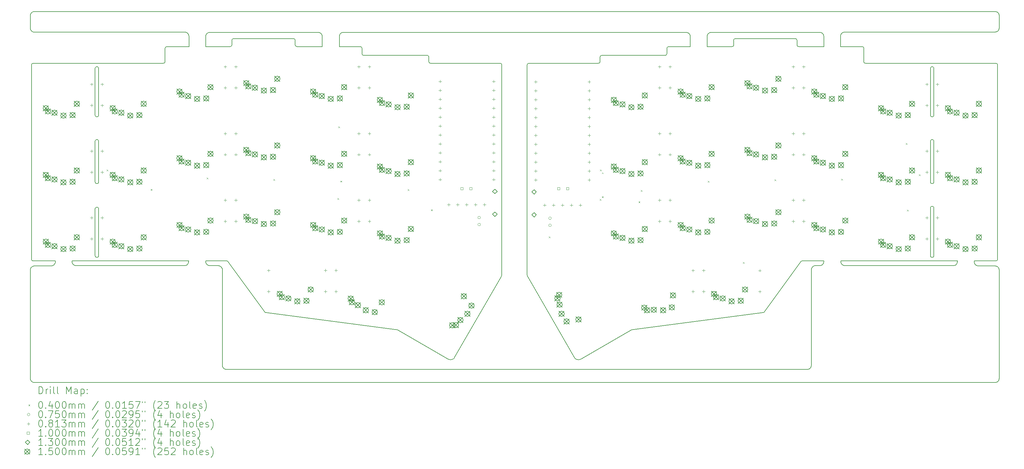
<source format=gbr>
%TF.GenerationSoftware,KiCad,Pcbnew,(6.0.10-0)*%
%TF.CreationDate,2023-01-29T16:29:31+09:00*%
%TF.ProjectId,corne-ultralight,636f726e-652d-4756-9c74-72616c696768,2.0*%
%TF.SameCoordinates,Original*%
%TF.FileFunction,Drillmap*%
%TF.FilePolarity,Positive*%
%FSLAX45Y45*%
G04 Gerber Fmt 4.5, Leading zero omitted, Abs format (unit mm)*
G04 Created by KiCad (PCBNEW (6.0.10-0)) date 2023-01-29 16:29:31*
%MOMM*%
%LPD*%
G01*
G04 APERTURE LIST*
%ADD10C,0.200000*%
%ADD11C,0.040000*%
%ADD12C,0.075000*%
%ADD13C,0.081280*%
%ADD14C,0.100000*%
%ADD15C,0.130000*%
%ADD16C,0.150000*%
G04 APERTURE END LIST*
D10*
X3119750Y-5166000D02*
X3119750Y-3841000D01*
X3219750Y-5916000D02*
X3219750Y-7066000D01*
X3147875Y-3794125D02*
X3169750Y-3791000D01*
X3188500Y-3794125D02*
X3169750Y-3791000D01*
X3122875Y-3822250D02*
X3132250Y-3803500D01*
X3122875Y-3822250D02*
X3119750Y-3841000D01*
X3216625Y-3822250D02*
X3207250Y-3803500D01*
X3219750Y-3841000D02*
X3216625Y-3822250D01*
X3151000Y-5212875D02*
X3169750Y-5216000D01*
X3122875Y-5184750D02*
X3132250Y-5203500D01*
X3119750Y-5166000D02*
X3122875Y-5184750D01*
X3216625Y-5184750D02*
X3219750Y-5166000D01*
X3191625Y-5212875D02*
X3207250Y-5203500D01*
X3216625Y-5184750D02*
X3207250Y-5203500D01*
X3191625Y-5212875D02*
X3169750Y-5216000D01*
X3132250Y-5203500D02*
X3151000Y-5212875D01*
X3188500Y-5869125D02*
X3169750Y-5866000D01*
X3216625Y-5897250D02*
X3207250Y-5878500D01*
X3219750Y-5916000D02*
X3216625Y-5897250D01*
X3122875Y-5897250D02*
X3119750Y-5916000D01*
X3147875Y-5869125D02*
X3132250Y-5878500D01*
X3122875Y-5897250D02*
X3132250Y-5878500D01*
X3147875Y-5869125D02*
X3169750Y-5866000D01*
X3207250Y-5878500D02*
X3188500Y-5869125D01*
X3151000Y-7112875D02*
X3169750Y-7116000D01*
X3216625Y-7084750D02*
X3219750Y-7066000D01*
X3216625Y-7084750D02*
X3207250Y-7103500D01*
X3122875Y-7084750D02*
X3132250Y-7103500D01*
X3191625Y-7112875D02*
X3207250Y-7103500D01*
X3132250Y-7103500D02*
X3151000Y-7112875D01*
X3191625Y-7112875D02*
X3169750Y-7116000D01*
X3119750Y-7066000D02*
X3122875Y-7084750D01*
X3147875Y-7794125D02*
X3132250Y-7803500D01*
X3122875Y-7822250D02*
X3132250Y-7803500D01*
X3216625Y-7822250D02*
X3207250Y-7803500D01*
X3188500Y-7794125D02*
X3169750Y-7791000D01*
X3207250Y-7803500D02*
X3188500Y-7794125D01*
X3122875Y-7822250D02*
X3119750Y-7841000D01*
X3219750Y-7841000D02*
X3216625Y-7822250D01*
X3147875Y-7794125D02*
X3169750Y-7791000D01*
X3216625Y-9184750D02*
X3219750Y-9166000D01*
X3191625Y-9212875D02*
X3207250Y-9203500D01*
X3191625Y-9212875D02*
X3169750Y-9216000D01*
X3216625Y-9184750D02*
X3207250Y-9203500D01*
X3119750Y-9166000D02*
X3122875Y-9184750D01*
X3122875Y-9184750D02*
X3132250Y-9203500D01*
X3151000Y-9212875D02*
X3169750Y-9216000D01*
X3132250Y-9203500D02*
X3151000Y-9212875D01*
X26938500Y-3794125D02*
X26919750Y-3791000D01*
X26966625Y-3822250D02*
X26957250Y-3803500D01*
X26969750Y-3841000D02*
X26966625Y-3822250D01*
X26872875Y-3822250D02*
X26869750Y-3841000D01*
X26897875Y-3794125D02*
X26882250Y-3803500D01*
X26872875Y-3822250D02*
X26882250Y-3803500D01*
X26897875Y-3794125D02*
X26919750Y-3791000D01*
X26957250Y-3803500D02*
X26938500Y-3794125D01*
X26966625Y-5184750D02*
X26957250Y-5203500D01*
X26941625Y-5212875D02*
X26957250Y-5203500D01*
X26872875Y-5184750D02*
X26882250Y-5203500D01*
X26901000Y-5212875D02*
X26919750Y-5216000D01*
X26941625Y-5212875D02*
X26919750Y-5216000D01*
X26966625Y-5184750D02*
X26969750Y-5166000D01*
X26882250Y-5203500D02*
X26901000Y-5212875D01*
X26869750Y-5166000D02*
X26872875Y-5184750D01*
X26897875Y-5869125D02*
X26919750Y-5866000D01*
X26872875Y-5897250D02*
X26869750Y-5916000D01*
X26957250Y-5878500D02*
X26938500Y-5869125D01*
X26966625Y-5897250D02*
X26957250Y-5878500D01*
X26938500Y-5869125D02*
X26919750Y-5866000D01*
X26897875Y-5869125D02*
X26882250Y-5878500D01*
X26872875Y-5897250D02*
X26882250Y-5878500D01*
X26969750Y-5916000D02*
X26966625Y-5897250D01*
X26941625Y-7112875D02*
X26919750Y-7116000D01*
X26966625Y-7084750D02*
X26969750Y-7066000D01*
X26869750Y-7066000D02*
X26872875Y-7084750D01*
X26941625Y-7112875D02*
X26957250Y-7103500D01*
X26901000Y-7112875D02*
X26919750Y-7116000D01*
X26966625Y-7084750D02*
X26957250Y-7103500D01*
X26882250Y-7103500D02*
X26901000Y-7112875D01*
X26872875Y-7084750D02*
X26882250Y-7103500D01*
X26966625Y-7797250D02*
X26957250Y-7778500D01*
X26872875Y-7797250D02*
X26882250Y-7778500D01*
X26957250Y-7778500D02*
X26938500Y-7769125D01*
X26872875Y-7797250D02*
X26869750Y-7816000D01*
X26897875Y-7769125D02*
X26882250Y-7778500D01*
X26938500Y-7769125D02*
X26919750Y-7766000D01*
X26969750Y-7816000D02*
X26966625Y-7797250D01*
X26897875Y-7769125D02*
X26919750Y-7766000D01*
X26869750Y-9166000D02*
X26872875Y-9184750D01*
X26941625Y-9212875D02*
X26919750Y-9216000D01*
X26901000Y-9212875D02*
X26919750Y-9216000D01*
X26966625Y-9184750D02*
X26957250Y-9203500D01*
X26882250Y-9203500D02*
X26901000Y-9212875D01*
X26872875Y-9184750D02*
X26882250Y-9203500D01*
X26966625Y-9184750D02*
X26969750Y-9166000D01*
X26941625Y-9212875D02*
X26957250Y-9203500D01*
X28776111Y-2784137D02*
X28793383Y-2769913D01*
X1967454Y-9409212D02*
X1967200Y-9409466D01*
X5785324Y-2902754D02*
X5785578Y-2902754D01*
X23724818Y-2813601D02*
X20637705Y-2813601D01*
X5778212Y-2879895D02*
X5778212Y-2879895D01*
X1328391Y-3703108D02*
X1318485Y-3713268D01*
X5778466Y-2880149D02*
X5778720Y-2880657D01*
X9544520Y-2847383D02*
X9527248Y-2833413D01*
X6263098Y-9340632D02*
X6263098Y-9341140D01*
X24316130Y-2903770D02*
X24316130Y-2903770D01*
X23480471Y-12316747D02*
X23482503Y-12294395D01*
X1294609Y-2271565D02*
X1284195Y-2291123D01*
X1865346Y-9464330D02*
X1865092Y-9464330D01*
X8818589Y-3198156D02*
X8828495Y-3208062D01*
X1864584Y-9464330D02*
X1389350Y-9464330D01*
X5727920Y-9434866D02*
X5744938Y-9420896D01*
X1889222Y-9461790D02*
X1888714Y-9461790D01*
X7948132Y-10778271D02*
X7959562Y-10786907D01*
X23482503Y-9576852D02*
X23482503Y-9576852D01*
X10711395Y-3435138D02*
X10718507Y-3448092D01*
X1987520Y-9318026D02*
X1988028Y-9340886D01*
X6661623Y-9463822D02*
X6661877Y-9463822D01*
X1985742Y-9364254D02*
X1985742Y-9364254D01*
X23127411Y-3218476D02*
X23838610Y-3218476D01*
X28775603Y-9482618D02*
X28755791Y-9472204D01*
X9486354Y-2816649D02*
X9464002Y-2814363D01*
X24967385Y-3238796D02*
X24974497Y-3252004D01*
X16940485Y-12109737D02*
X16927785Y-12117357D01*
X6728171Y-9529862D02*
X6728425Y-9530116D01*
X20593509Y-2822491D02*
X20573952Y-2832905D01*
X24316130Y-2903770D02*
X24316130Y-2903770D01*
X10176980Y-2814363D02*
X10176218Y-2814363D01*
X1318485Y-3713268D02*
X1311373Y-3726222D01*
X23484789Y-9553484D02*
X23485043Y-9553230D01*
X1912844Y-9454424D02*
X1912844Y-9454424D01*
X23605184Y-9453408D02*
X23605184Y-9453408D01*
X23768506Y-2822237D02*
X23747170Y-2815633D01*
X28823863Y-9554500D02*
X28817259Y-9533164D01*
X24316130Y-2903770D02*
X24316130Y-2903262D01*
X24324004Y-9339616D02*
X24324004Y-9340378D01*
X22111412Y-10793003D02*
X22102268Y-10793765D01*
X7011381Y-3026198D02*
X7008587Y-3042962D01*
X23087279Y-3198664D02*
X23080167Y-3185456D01*
X28135016Y-9408958D02*
X28134762Y-9408450D01*
X23449483Y-12374913D02*
X23463707Y-12357641D01*
X28727343Y-3693710D02*
X28744361Y-3696758D01*
X5088603Y-3683042D02*
X5098509Y-3672882D01*
X9527248Y-2833413D02*
X9507690Y-2822999D01*
X23537620Y-9474490D02*
X23557940Y-9463314D01*
X16927785Y-12117357D02*
X16914069Y-12123707D01*
X28214010Y-9461282D02*
X28214010Y-9461282D01*
X1277845Y-12688603D02*
X1284449Y-12709685D01*
X14673537Y-9750080D02*
X14678363Y-9734332D01*
X17427403Y-3693710D02*
X17427403Y-3693710D01*
X27630064Y-9383050D02*
X27636668Y-9361714D01*
X28792621Y-9496588D02*
X28775603Y-9482618D01*
X5751288Y-2840017D02*
X5751288Y-2840017D01*
X6376889Y-2814363D02*
X6376381Y-2814363D01*
X12558481Y-3467904D02*
X10758385Y-3467904D01*
X2471897Y-9384828D02*
X2482565Y-9404132D01*
X20038774Y-2926630D02*
X20036488Y-2904278D01*
X23484789Y-9553738D02*
X23484789Y-9553484D01*
X24412904Y-2805981D02*
X24413158Y-2805981D01*
X27638700Y-9339616D02*
X27639462Y-9318534D01*
X6332693Y-2823253D02*
X6313135Y-2833921D01*
X1952468Y-9427500D02*
X1952468Y-9427500D01*
X9578556Y-3217968D02*
X9578048Y-2928154D01*
X19427397Y-3218476D02*
X20039536Y-3218476D01*
X23537112Y-9474744D02*
X23537620Y-9474490D01*
X24436272Y-2803441D02*
X24436526Y-2803441D01*
X1325851Y-9483888D02*
X1308579Y-9498112D01*
X23482503Y-9576852D02*
X23484789Y-9553738D01*
X19968416Y-2822237D02*
X19947080Y-2815633D01*
X9578048Y-2927646D02*
X9575762Y-2905294D01*
X1889730Y-9461790D02*
X1889222Y-9461790D01*
X11666434Y-11272046D02*
X11650432Y-11270014D01*
X1889730Y-9461790D02*
X1889730Y-9461790D01*
X23127411Y-3218476D02*
X23110393Y-3215682D01*
X28756553Y-2794551D02*
X28776111Y-2784137D01*
X23838864Y-9339616D02*
X23839626Y-9318788D01*
X5664928Y-2804457D02*
X5687788Y-2806743D01*
X18402000Y-11275602D02*
X18419272Y-11272808D01*
X24415444Y-9451376D02*
X24437796Y-9453408D01*
X1933418Y-9443248D02*
X1933164Y-9443502D01*
X13338007Y-12071637D02*
X13338261Y-12071129D01*
X2465547Y-9363492D02*
X2471897Y-9384828D01*
X28767221Y-9298722D02*
X28757061Y-9308882D01*
X23725072Y-9453408D02*
X23725580Y-9453408D01*
X1952468Y-9427500D02*
X1952468Y-9427500D01*
X5766528Y-2858559D02*
X5766782Y-2858559D01*
X1978630Y-9388384D02*
X1967708Y-9408704D01*
X1978630Y-9387876D02*
X1978630Y-9388384D01*
X24412396Y-2806235D02*
X24412904Y-2805981D01*
X24368454Y-2824777D02*
X24368708Y-2824523D01*
X6738077Y-9577106D02*
X6738077Y-9577360D01*
X23412907Y-12399551D02*
X23432465Y-12388883D01*
X28169560Y-9442994D02*
X28169052Y-9442740D01*
X1275559Y-12666251D02*
X1277845Y-12688603D01*
X28123586Y-9387622D02*
X28123332Y-9387114D01*
X28190896Y-9454424D02*
X28190896Y-9454424D01*
X6740363Y-12318525D02*
X6746967Y-12339607D01*
X24436272Y-2803441D02*
X24436272Y-2803441D01*
X3219750Y-7841000D02*
X3219750Y-9166000D01*
X16914069Y-12123707D02*
X16898829Y-12128787D01*
X26969750Y-5166000D02*
X26969750Y-3841000D01*
X6867363Y-9318788D02*
X6858473Y-9316000D01*
X27636668Y-9361714D02*
X27638700Y-9339616D01*
X1988028Y-9341140D02*
X1988028Y-9341140D01*
X5058377Y-3692948D02*
X5075649Y-3690154D01*
X6893779Y-9332758D02*
X6882095Y-9324122D01*
X14683443Y-3742986D02*
X14683443Y-9690644D01*
X28775603Y-2238799D02*
X28755791Y-2228385D01*
X28744107Y-9315740D02*
X28727343Y-9318788D01*
X28116474Y-9364508D02*
X28116220Y-9364254D01*
X1985742Y-9364254D02*
X1985742Y-9364254D01*
X21244257Y-3215936D02*
X21227239Y-3218730D01*
X1389604Y-12779281D02*
X28712611Y-12778519D01*
X1295117Y-2754165D02*
X1309341Y-2771437D01*
X6735537Y-9553738D02*
X6738077Y-9576852D01*
X5788118Y-2927138D02*
X5788118Y-2927392D01*
X2463515Y-9318534D02*
X5778720Y-9318534D01*
X15402263Y-3743494D02*
X15405311Y-3726730D01*
X15404295Y-9718838D02*
X15402517Y-9700550D01*
X8841703Y-3215174D02*
X8858467Y-3217968D01*
X14673283Y-3713014D02*
X14663377Y-3702854D01*
X6735537Y-9553230D02*
X6735537Y-9553738D01*
X7028399Y-3003084D02*
X7018493Y-3013244D01*
X5688042Y-2806743D02*
X5688296Y-2806743D01*
X12608519Y-3517942D02*
X12608519Y-3642910D01*
X13273491Y-12123199D02*
X13287969Y-12116595D01*
X28757061Y-9308882D02*
X28744107Y-9315740D01*
X1308579Y-3742986D02*
X1308579Y-3742986D01*
X28123586Y-9388130D02*
X28123586Y-9387622D01*
X20039536Y-3218476D02*
X20038774Y-2927392D01*
X1284195Y-9534688D02*
X1277845Y-9556024D01*
X13300415Y-12109229D02*
X13312607Y-12099831D01*
X1345408Y-2229655D02*
X1325851Y-2240069D01*
X28823863Y-2310681D02*
X28817259Y-2289345D01*
X28189880Y-9453916D02*
X28169560Y-9442994D01*
X10081984Y-2865163D02*
X10071570Y-2884721D01*
X15407597Y-9735348D02*
X15404295Y-9718838D01*
X23605184Y-9453408D02*
X23605438Y-9453408D01*
X23838864Y-2927392D02*
X23838864Y-2926630D01*
X6746967Y-12339607D02*
X6757635Y-12359165D01*
X1865092Y-9464330D02*
X1864584Y-9464330D01*
X2482565Y-9404132D02*
X2496789Y-9421404D01*
X1328645Y-9308120D02*
X1341598Y-9314978D01*
X6682451Y-9474744D02*
X6682451Y-9474998D01*
X1951706Y-9428262D02*
X1933926Y-9442994D01*
X5732492Y-2824777D02*
X5732492Y-2824777D01*
X1318485Y-9297960D02*
X1328645Y-9308120D01*
X24436780Y-2803441D02*
X24437288Y-2803441D01*
X23747170Y-2815633D02*
X23724818Y-2813601D01*
X20573952Y-2832905D02*
X20556934Y-2847129D01*
X23581054Y-9456202D02*
X23581562Y-9455948D01*
X6858473Y-9316000D02*
X6262590Y-9316000D01*
X12575245Y-3470952D02*
X12558481Y-3467904D01*
X12608519Y-3517942D02*
X12605471Y-3500924D01*
X9464002Y-2814363D02*
X6376889Y-2814363D01*
X24436526Y-2803441D02*
X24436780Y-2803441D01*
X7018493Y-3013244D02*
X7011381Y-3026198D01*
X6265384Y-2906056D02*
X6263098Y-2928408D01*
X1284449Y-2734861D02*
X1295117Y-2754165D01*
X19947080Y-2815633D02*
X19924982Y-2813601D01*
X6313135Y-2833921D02*
X6296118Y-2848145D01*
X14650169Y-3695996D02*
X14633405Y-3692948D01*
X10675327Y-3221016D02*
X10658563Y-3217968D01*
X1985742Y-9364254D02*
X1985742Y-9364254D01*
X3119750Y-9166000D02*
X3119750Y-7841000D01*
X23829974Y-2883197D02*
X23819306Y-2863639D01*
X23492155Y-9529608D02*
X23503077Y-9509288D01*
X18419272Y-11272808D02*
X18435274Y-11270776D01*
X28817259Y-2289345D02*
X28806845Y-2270041D01*
X19374311Y-3435900D02*
X19367199Y-3448854D01*
X23503077Y-9509034D02*
X23503331Y-9508780D01*
X6998681Y-3197902D02*
X7005539Y-3184948D01*
X23581816Y-9455948D02*
X23604930Y-9453408D01*
X24368200Y-2825031D02*
X24368454Y-2824777D01*
X21274229Y-3185710D02*
X21267371Y-3198918D01*
X5766782Y-2858559D02*
X5767036Y-2859067D01*
X1284195Y-2291123D02*
X1277845Y-2312205D01*
X17477187Y-3518704D02*
X17477187Y-3643672D01*
X27569104Y-9444518D02*
X27588662Y-9434104D01*
X24316384Y-2902754D02*
X24322988Y-2880657D01*
X24314606Y-3218730D02*
X24313844Y-2927138D01*
X6661115Y-9463568D02*
X6661115Y-9463568D01*
X20542964Y-2864401D02*
X20532550Y-2883959D01*
X23838864Y-2926630D02*
X23836578Y-2904278D01*
X5711156Y-2813601D02*
X5711410Y-2813855D01*
X1367252Y-2802171D02*
X1389604Y-2804457D01*
X23819306Y-2863639D02*
X23805082Y-2846621D01*
X6716995Y-9509034D02*
X6717249Y-9509288D01*
X1345916Y-12770899D02*
X1367252Y-12777249D01*
X28123586Y-9388130D02*
X28123586Y-9388130D01*
X16844473Y-12132343D02*
X16827709Y-12129041D01*
X28113934Y-9340124D02*
X28113680Y-9340124D01*
X17487347Y-3488732D02*
X17497507Y-3478572D01*
X9558744Y-2864655D02*
X9544520Y-2847383D01*
X8858467Y-3217968D02*
X8858467Y-3217968D01*
X12605471Y-3500924D02*
X12598359Y-3487970D01*
X5732492Y-2824777D02*
X5732492Y-2824777D01*
X16785799Y-12110245D02*
X16774115Y-12101609D01*
X6638509Y-9456710D02*
X6638763Y-9456964D01*
X1389604Y-2804457D02*
X5664674Y-2804457D01*
X5733254Y-2825285D02*
X5751288Y-2840017D01*
X28168798Y-9442486D02*
X28150764Y-9428008D01*
X16898829Y-12128787D02*
X16882065Y-12132089D01*
X20556934Y-2847129D02*
X20542964Y-2864401D01*
X6661115Y-9463568D02*
X6661623Y-9463822D01*
X17477187Y-3643672D02*
X17474393Y-3660944D01*
X11715964Y-11282968D02*
X13145475Y-12109229D01*
X21327315Y-2993686D02*
X21327315Y-2993686D01*
X24367946Y-2825031D02*
X24368200Y-2825031D01*
X23227233Y-9318788D02*
X23839626Y-9318788D01*
X28807353Y-12727719D02*
X28817767Y-12708161D01*
X6638001Y-9456710D02*
X6638509Y-9456710D01*
X24374804Y-9434612D02*
X24394362Y-9445026D01*
X5744938Y-9420896D02*
X5759162Y-9403624D01*
X13187131Y-12128025D02*
X13203895Y-12131581D01*
X23067213Y-3013752D02*
X23074325Y-3026706D01*
X1277845Y-9556024D02*
X1275559Y-9578376D01*
X14683443Y-9699026D02*
X14683443Y-9690644D01*
X6271734Y-2884721D02*
X6265384Y-2906056D01*
X1311373Y-9285006D02*
X1318485Y-9297960D01*
X19410633Y-3221524D02*
X19427397Y-3218476D01*
X24334164Y-2859067D02*
X24334672Y-2858813D01*
X24368708Y-2824523D02*
X24389282Y-2813347D01*
X6728171Y-9529862D02*
X6728171Y-9529862D01*
X28767475Y-3713776D02*
X28774333Y-3726984D01*
X8808429Y-3042962D02*
X8805635Y-3025944D01*
X23769268Y-9444518D02*
X23788572Y-9434104D01*
X7959562Y-10786907D02*
X7974548Y-10792241D01*
X26869750Y-7816000D02*
X26869750Y-9166000D01*
X24334672Y-2858305D02*
X24349404Y-2840525D01*
X27525671Y-9453408D02*
X27548023Y-9451122D01*
X19344085Y-3465872D02*
X19327321Y-3468412D01*
X10154120Y-2816649D02*
X10132784Y-2823253D01*
X19367199Y-3448854D02*
X19357039Y-3458760D01*
X5732746Y-2825031D02*
X5733254Y-2825285D01*
X21297343Y-3003592D02*
X21310297Y-2996734D01*
X6893779Y-9332758D02*
X7948132Y-10778271D01*
X23482503Y-9577106D02*
X23482503Y-9576852D01*
X5098509Y-3672882D02*
X5105621Y-3659928D01*
X24350166Y-2839763D02*
X24367946Y-2825031D01*
X6728425Y-9530116D02*
X6728679Y-9530624D01*
X13332419Y-12079257D02*
X13338007Y-12071637D01*
X6377143Y-9454424D02*
X6614633Y-9454424D01*
X5788118Y-2926884D02*
X5788118Y-2926884D01*
X23484789Y-9553738D02*
X23484789Y-9553738D01*
X28777381Y-3743748D02*
X28777381Y-9268496D01*
X21277277Y-3168438D02*
X21277277Y-3043470D01*
X23581054Y-9456202D02*
X23581054Y-9456202D01*
X1345916Y-2795821D02*
X1367252Y-2802171D01*
X20637705Y-2813601D02*
X20636943Y-2813601D01*
X13203895Y-12131581D02*
X13222691Y-12132851D01*
X14681665Y-9717568D02*
X14683443Y-9699026D01*
X6614887Y-9454424D02*
X6638001Y-9456710D01*
X17477187Y-3518704D02*
X17480235Y-3501686D01*
X19357039Y-3458760D02*
X19344085Y-3465872D01*
X10063188Y-2928408D02*
X10063696Y-3217968D01*
X24334672Y-2858813D02*
X24334672Y-2858305D01*
X6271988Y-9384828D02*
X6282656Y-9404132D01*
X7041353Y-2995972D02*
X7028399Y-3003084D01*
X24313844Y-2926884D02*
X24316130Y-2903770D01*
X1341598Y-9314978D02*
X1358616Y-9318026D01*
X22126144Y-10787669D02*
X22111412Y-10793003D01*
X28735471Y-2801155D02*
X28756553Y-2794551D01*
X23606200Y-9453408D02*
X23725072Y-9453408D01*
X24349404Y-2840271D02*
X24349658Y-2840017D01*
X12658557Y-3692948D02*
X12658557Y-3692948D01*
X28150764Y-9428008D02*
X28150764Y-9427754D01*
X5664928Y-9454424D02*
X5687280Y-9452138D01*
X21277277Y-3168438D02*
X21274229Y-3185710D01*
X20525946Y-2905294D02*
X20523914Y-2927392D01*
X28713119Y-2803441D02*
X28735471Y-2801155D01*
X6958549Y-3217968D02*
X6263606Y-3217968D01*
X5075649Y-3690154D02*
X5088603Y-3683042D01*
X23557940Y-9463314D02*
X23557940Y-9463314D01*
X2463007Y-9340632D02*
X2463007Y-9341140D01*
X16754049Y-12080781D02*
X16747953Y-12072399D01*
X13287969Y-12116595D02*
X13300415Y-12109229D01*
X6661877Y-9463822D02*
X6682451Y-9474744D01*
X12618425Y-3673136D02*
X12628585Y-3683042D01*
X23191927Y-9333266D02*
X22137574Y-10779033D01*
X2496789Y-9421404D02*
X2513807Y-9435374D01*
X10132784Y-2823253D02*
X10113226Y-2833921D01*
X14667695Y-9764304D02*
X14673537Y-9750080D01*
X5058377Y-3692948D02*
X1369750Y-3692948D01*
X23558956Y-9463060D02*
X23581054Y-9456202D01*
X16863269Y-12133613D02*
X16844473Y-12132343D01*
X5141435Y-3221016D02*
X5128481Y-3228128D01*
X12628585Y-3683042D02*
X12641539Y-3690154D01*
X1985742Y-9364762D02*
X1985742Y-9365270D01*
X28113934Y-9340632D02*
X28113934Y-9340124D01*
X2463007Y-9341140D02*
X2465547Y-9363492D01*
X6738077Y-9577868D02*
X6738077Y-9577868D01*
X12588453Y-3478064D02*
X12575245Y-3470952D01*
X28826403Y-2333033D02*
X28823863Y-2310681D01*
X23518062Y-9490492D02*
X23518316Y-9490492D01*
X28237124Y-9463568D02*
X28237124Y-9463568D01*
X11715964Y-11282968D02*
X11700216Y-11278650D01*
X6296626Y-9421404D02*
X6313897Y-9435374D01*
X15435536Y-3696504D02*
X15452300Y-3693456D01*
X13157921Y-12116595D02*
X13171891Y-12122945D01*
X17457121Y-3683804D02*
X17444167Y-3690916D01*
X6682451Y-9474998D02*
X6682959Y-9474998D01*
X24389282Y-2813347D02*
X24389790Y-2813093D01*
X23191927Y-9333266D02*
X23203357Y-9324884D01*
X15402263Y-3743494D02*
X15402263Y-9690898D01*
X3219750Y-3841000D02*
X3219750Y-5166000D01*
X24437796Y-9453408D02*
X27525163Y-9453408D01*
X6852123Y-12409457D02*
X23368711Y-12408441D01*
X5778212Y-2879895D02*
X5778466Y-2880149D01*
X17527225Y-3468412D02*
X19327321Y-3468412D01*
X23518316Y-9490492D02*
X23518570Y-9489984D01*
X10718507Y-3448092D02*
X10728667Y-3457998D01*
X6738077Y-9577868D02*
X6738077Y-12295665D01*
X19377359Y-3268514D02*
X19380407Y-3251750D01*
X24324004Y-9340378D02*
X24326290Y-9362730D01*
X6296118Y-2848145D02*
X6282148Y-2865163D01*
X17474393Y-3660944D02*
X17467281Y-3673898D01*
X7008587Y-3042962D02*
X7008333Y-3167930D01*
X23518570Y-9489984D02*
X23518824Y-9489730D01*
X24957225Y-3228890D02*
X24967385Y-3238796D01*
X6958549Y-3217968D02*
X6975567Y-3215174D01*
X23218089Y-9319550D02*
X23227233Y-9318788D01*
X7008587Y-3042962D02*
X7008587Y-3042962D01*
X26969750Y-7066000D02*
X26969750Y-5916000D01*
X5788118Y-2927900D02*
X5788626Y-3217968D01*
X24323242Y-2880149D02*
X24323496Y-2879641D01*
X13323021Y-12090179D02*
X13332419Y-12079257D01*
X23491901Y-9530624D02*
X23491901Y-9530116D01*
X6682451Y-9474744D02*
X6682451Y-9474744D01*
X28123586Y-9388130D02*
X28123586Y-9388130D01*
X24927253Y-3218730D02*
X24314606Y-3218730D01*
X1369750Y-3692948D02*
X1341344Y-3695996D01*
X23391571Y-12406155D02*
X23412907Y-12399551D01*
X23097185Y-3208570D02*
X23087279Y-3198664D01*
X5688804Y-2806997D02*
X5711156Y-2813601D01*
X11683706Y-11274840D02*
X11666434Y-11272046D01*
X1952468Y-9427500D02*
X1952214Y-9428008D01*
X6716741Y-9508526D02*
X6716741Y-9508526D01*
X28727343Y-9318788D02*
X28114696Y-9318788D01*
X1988028Y-9341140D02*
X1985742Y-9364254D01*
X1341344Y-3695996D02*
X1328391Y-3703108D01*
X23485043Y-9552722D02*
X23491901Y-9530624D01*
X28817259Y-9533164D02*
X28806845Y-9513606D01*
X28777381Y-9268496D02*
X28774333Y-9285768D01*
X24343308Y-9403370D02*
X24357532Y-9420388D01*
X6738077Y-12296173D02*
X6740363Y-12318525D01*
X5711156Y-2813601D02*
X5711156Y-2813601D01*
X5664674Y-2804457D02*
X5664928Y-2804457D01*
X28713119Y-12778519D02*
X28735471Y-12776233D01*
X6701247Y-9489984D02*
X6701247Y-9489984D01*
X6728171Y-9529862D02*
X6728171Y-9529862D01*
X16747953Y-12072399D02*
X16747445Y-12071891D01*
X8805635Y-3025944D02*
X8798523Y-3012990D01*
X5769576Y-9384066D02*
X5775926Y-9362730D01*
X7983438Y-10793003D02*
X11650432Y-11270014D01*
X24437288Y-2803441D02*
X24437288Y-2803441D01*
X23044353Y-2996734D02*
X23057307Y-3003846D01*
X1358616Y-9318026D02*
X1358616Y-9318026D01*
X6882095Y-9324122D02*
X6867363Y-9318788D01*
X28150256Y-9427500D02*
X28150002Y-9427246D01*
X1366490Y-9466616D02*
X1345408Y-9473220D01*
X24390044Y-2813093D02*
X24412142Y-2806235D01*
X6282656Y-9404132D02*
X6296626Y-9421404D01*
X20523914Y-2927392D02*
X20523660Y-3218730D01*
X1933926Y-9442994D02*
X1933418Y-9443248D01*
X1952214Y-9428008D02*
X1951706Y-9428262D01*
X6262590Y-9316000D02*
X6263098Y-9340632D01*
X6354029Y-2816649D02*
X6332693Y-2823253D01*
X1308579Y-3742986D02*
X1308579Y-9267988D01*
X24324512Y-9318534D02*
X27639462Y-9318534D01*
X3207250Y-3803500D02*
X3188500Y-3794125D01*
X20532550Y-2883959D02*
X20525946Y-2905294D01*
X10705553Y-3250988D02*
X10698441Y-3238034D01*
X21277277Y-3043470D02*
X21280325Y-3026706D01*
X28113934Y-9340886D02*
X28113934Y-9340886D01*
X16812215Y-12123961D02*
X16798499Y-12117611D01*
X28123586Y-9388130D02*
X28123586Y-9388130D01*
X2533619Y-9445788D02*
X2554701Y-9452138D01*
X23503077Y-9509288D02*
X23503077Y-9509288D01*
X2577053Y-9454424D02*
X5664420Y-9454424D01*
X23491901Y-9530624D02*
X23491901Y-9530624D01*
X23485043Y-9553230D02*
X23485043Y-9552722D01*
X5788118Y-2927900D02*
X5788118Y-2927900D01*
X23605438Y-9453408D02*
X23606200Y-9453408D01*
X6683213Y-9475506D02*
X6701247Y-9489984D01*
X28734709Y-9465600D02*
X28712357Y-9463568D01*
X25010311Y-3690662D02*
X24997103Y-3683550D01*
X24389282Y-2813347D02*
X24389282Y-2813347D01*
X5778212Y-9340378D02*
X5778720Y-9318534D01*
X5664420Y-9454424D02*
X5664928Y-9454424D01*
X1275559Y-2690665D02*
X1277845Y-2713525D01*
X15412168Y-9750842D02*
X15407597Y-9735348D01*
X28776111Y-12758961D02*
X28793383Y-12744991D01*
X1295117Y-12729243D02*
X1309341Y-12746261D01*
X23836578Y-9361714D02*
X23838864Y-9339616D01*
X1366490Y-2223051D02*
X1345408Y-2229655D01*
X24944271Y-3221778D02*
X24957225Y-3228890D01*
X23368711Y-12408441D02*
X23369473Y-12408441D01*
X28774333Y-3726984D02*
X28777381Y-3743748D01*
X27525163Y-9453408D02*
X27525671Y-9453408D01*
X28712611Y-12778519D02*
X28713119Y-12778519D01*
X10741621Y-3465110D02*
X10758385Y-3467904D01*
X23482503Y-12294395D02*
X23482503Y-9577106D01*
X6738077Y-9576852D02*
X6738077Y-9576852D01*
X28826403Y-9576598D02*
X28823863Y-9554500D01*
X6638001Y-9456710D02*
X6638001Y-9456710D01*
X16763701Y-12091703D02*
X16754049Y-12080781D01*
X17467281Y-3673898D02*
X17457121Y-3683804D01*
X28755791Y-9472204D02*
X28734709Y-9465600D01*
X5108415Y-3643164D02*
X5108415Y-3642910D01*
X1284449Y-12709685D02*
X1295117Y-12729243D01*
X6728171Y-9529862D02*
X6728171Y-9529862D01*
X15402517Y-9700550D02*
X15402263Y-9690898D01*
X6638763Y-9456964D02*
X6661115Y-9463568D01*
X24349658Y-2840017D02*
X24350166Y-2839763D01*
X21327315Y-2993432D02*
X23027335Y-2993432D01*
X26869750Y-3841000D02*
X26869750Y-5166000D01*
X28169560Y-9442994D02*
X28169560Y-9442994D01*
X28123332Y-9387114D02*
X28116474Y-9365016D01*
X1309341Y-12746261D02*
X1326359Y-12760485D01*
X20029884Y-2883197D02*
X20019470Y-2863639D01*
X15412422Y-3713776D02*
X15422582Y-3703616D01*
X5105621Y-3659928D02*
X5108415Y-3643164D01*
X5108415Y-3268006D02*
X5108415Y-3642910D01*
X14660837Y-9777766D02*
X14667695Y-9764304D01*
X9575762Y-2905294D02*
X9569158Y-2884213D01*
X23557940Y-9463314D02*
X23557940Y-9463314D01*
X8798523Y-3012990D02*
X8788363Y-3002830D01*
X1309341Y-2771437D02*
X1326359Y-2785407D01*
X15452300Y-3693456D02*
X17427403Y-3693710D01*
X19387265Y-3238796D02*
X19397425Y-3228636D01*
X1277845Y-2713525D02*
X1284449Y-2734861D01*
X1933926Y-9442994D02*
X1933926Y-9442994D01*
X28712611Y-2803441D02*
X28713119Y-2803441D01*
X24323496Y-2879641D02*
X24334164Y-2859321D01*
X5785578Y-2903262D02*
X5785578Y-2903770D01*
X6717249Y-9509288D02*
X6728171Y-9529862D01*
X17480235Y-3501686D02*
X17487347Y-3488732D01*
X18385490Y-11279412D02*
X18402000Y-11275602D01*
X8775409Y-2995972D02*
X8758391Y-2992924D01*
X24322988Y-2880403D02*
X24323242Y-2880149D01*
X1388842Y-2220765D02*
X1366490Y-2223051D01*
X10708601Y-3418120D02*
X10708601Y-3268006D01*
X21287437Y-3013752D02*
X21297343Y-3003592D01*
X5711918Y-2813855D02*
X5732492Y-2824777D01*
X12611567Y-3660182D02*
X12618425Y-3673136D01*
X9569158Y-2884213D02*
X9558744Y-2864655D01*
X28214010Y-9461282D02*
X28214010Y-9461282D01*
X1277845Y-2312205D02*
X1275559Y-2334557D01*
X20614591Y-2815887D02*
X20593509Y-2822491D01*
X5751796Y-2840779D02*
X5766528Y-2858559D01*
X24412142Y-2806235D02*
X24412142Y-2806235D01*
X8788363Y-3002830D02*
X8775409Y-2995972D01*
X23473867Y-12338083D02*
X23480471Y-12316747D01*
X17497507Y-3478572D02*
X17510461Y-3471714D01*
X24437288Y-2803441D02*
X28712611Y-2803441D01*
X28212994Y-9461028D02*
X28190896Y-9454424D01*
X28113680Y-9340124D02*
X28114696Y-9318788D01*
X24316130Y-2903262D02*
X24316384Y-2902754D01*
X5751288Y-2840017D02*
X5751542Y-2840271D01*
X13171891Y-12122945D02*
X13187131Y-12128025D01*
X1275559Y-2334557D02*
X1275559Y-2690665D01*
X7058371Y-2992924D02*
X7041353Y-2995972D01*
X5785578Y-2902754D02*
X5785578Y-2903262D01*
X1865600Y-9464330D02*
X1865600Y-9464330D01*
X18369742Y-11283730D02*
X16940485Y-12109737D01*
X8808429Y-3167930D02*
X8808429Y-3042962D01*
X23027335Y-2993432D02*
X23044353Y-2996734D01*
X11700216Y-11278650D02*
X11683706Y-11274840D01*
X16747445Y-12071891D02*
X15424868Y-9778528D01*
X1326359Y-12760485D02*
X1345916Y-12770899D01*
X10708601Y-3268006D02*
X10705553Y-3250988D01*
X24394362Y-9445026D02*
X24415444Y-9451376D01*
X5767036Y-2859067D02*
X5767290Y-2859321D01*
X5778212Y-2879895D02*
X5778212Y-2879895D01*
X6263098Y-2928408D02*
X6263606Y-3217968D01*
X24389790Y-2813093D02*
X24390044Y-2813093D01*
X1389350Y-9464330D02*
X1388842Y-9464330D01*
X8758391Y-2992924D02*
X8758391Y-2992924D01*
X24313844Y-2927138D02*
X24313844Y-2926884D01*
X24324512Y-9318534D02*
X24324004Y-9339616D01*
X23503585Y-9508526D02*
X23518062Y-9490492D01*
X28806845Y-2270041D02*
X28792621Y-2252769D01*
X28727343Y-9318788D02*
X28727343Y-9318788D01*
X28214010Y-9461282D02*
X28213502Y-9461028D01*
X1864584Y-9464330D02*
X1864584Y-9464330D01*
X5759162Y-9403624D02*
X5769576Y-9384066D01*
X28134762Y-9408450D02*
X28123586Y-9388130D01*
X6263098Y-9341140D02*
X6265384Y-9363492D01*
X1308579Y-2254293D02*
X1294609Y-2271565D01*
X5767290Y-2859321D02*
X5778212Y-2879895D01*
X1933164Y-9443502D02*
X1912844Y-9454424D01*
X24334164Y-2859321D02*
X24334164Y-2859321D01*
X1311373Y-3726222D02*
X1308579Y-3742986D01*
X26869750Y-5916000D02*
X26869750Y-7066000D01*
X1978884Y-9387368D02*
X1978630Y-9387876D01*
X12641539Y-3690154D02*
X12658557Y-3692948D01*
X1345408Y-9473220D02*
X1325851Y-9483888D01*
X28826403Y-2333541D02*
X28826403Y-2333033D01*
X5687788Y-2806743D02*
X5687788Y-2806743D01*
X1912844Y-9454424D02*
X1912590Y-9454678D01*
X28190896Y-9454424D02*
X28190388Y-9454170D01*
X23557940Y-9463314D02*
X23558448Y-9463314D01*
X6313897Y-9435374D02*
X6333455Y-9445788D01*
X24326290Y-9362730D02*
X24332894Y-9383812D01*
X14683443Y-3742986D02*
X14680395Y-3725968D01*
X28150764Y-9427754D02*
X28150256Y-9427500D01*
X5687788Y-2806743D02*
X5687788Y-2806743D01*
X5788118Y-2927392D02*
X5788118Y-2927900D01*
X16827709Y-12129041D02*
X16812215Y-12123961D01*
X1367252Y-12777249D02*
X1389604Y-12779281D01*
X28817767Y-12708161D02*
X28824117Y-12686825D01*
X28237378Y-9463568D02*
X28237124Y-9463568D01*
X2513807Y-9435374D02*
X2533619Y-9445788D01*
X28793383Y-12744991D02*
X28807353Y-12727719D01*
X24349404Y-2840525D02*
X24349404Y-2840271D01*
X28826403Y-2689649D02*
X28826403Y-2333541D01*
X6738077Y-12295665D02*
X6738077Y-12296173D01*
X23203357Y-9324884D02*
X23218089Y-9319550D01*
X13241487Y-12131581D02*
X13258251Y-12128279D01*
X26969750Y-9166000D02*
X26969750Y-7816000D01*
X25027329Y-3693456D02*
X28727343Y-3693710D01*
X6265384Y-9363492D02*
X6271988Y-9384828D01*
X1911828Y-9454932D02*
X1889730Y-9461790D01*
X3119750Y-7066000D02*
X3119750Y-5916000D01*
X6701501Y-9490492D02*
X6701755Y-9490746D01*
X6701247Y-9489984D02*
X6701501Y-9490492D01*
X23836578Y-2904278D02*
X23829974Y-2883197D01*
X1388842Y-9464330D02*
X1366490Y-9466616D01*
X28113934Y-9341140D02*
X28113934Y-9340886D01*
X19924982Y-2813601D02*
X10176980Y-2814363D01*
X27548023Y-9451122D02*
X27569104Y-9444518D01*
X1275559Y-12665489D02*
X1275559Y-12666251D01*
X28757315Y-3703870D02*
X28767475Y-3713776D01*
X18369742Y-11283730D02*
X18385490Y-11279412D01*
X1389350Y-2220765D02*
X1388842Y-2220765D01*
X6682959Y-9474998D02*
X6683213Y-9475506D01*
X27605680Y-9419880D02*
X27619904Y-9402608D01*
X5775926Y-9362730D02*
X5778212Y-9340378D01*
X5732492Y-2824777D02*
X5732746Y-2825031D01*
X24334164Y-2859321D02*
X24334164Y-2859067D01*
X13222691Y-12132851D02*
X13241487Y-12131581D01*
X23057307Y-3003846D02*
X23067213Y-3013752D01*
X23830228Y-9383050D02*
X23836578Y-9361714D01*
X28214010Y-9461282D02*
X28214010Y-9461282D01*
X7974548Y-10792241D02*
X7983438Y-10793003D01*
X28817767Y-2733083D02*
X28824117Y-2711747D01*
X23581054Y-9456202D02*
X23581054Y-9456202D01*
X28774333Y-9285768D02*
X28767221Y-9298722D01*
X24332894Y-9383812D02*
X24343308Y-9403370D01*
X10071570Y-2884721D02*
X10065220Y-2906056D01*
X24389282Y-2813347D02*
X24389282Y-2813347D01*
X24316130Y-2903770D02*
X24316130Y-2903770D01*
X5711410Y-2813855D02*
X5711918Y-2813855D01*
X1912590Y-9454678D02*
X1912336Y-9454678D01*
X23604930Y-9453408D02*
X23605184Y-9453408D01*
X23747932Y-9451122D02*
X23769268Y-9444518D01*
X23788064Y-2832651D02*
X23768506Y-2822237D01*
X20019470Y-2863639D02*
X20005246Y-2846621D01*
X6333455Y-9445788D02*
X6354791Y-9452138D01*
X28755791Y-2228385D02*
X28734709Y-2222035D01*
X23080167Y-3185456D02*
X23077373Y-3168438D01*
X21227239Y-3218730D02*
X20523660Y-3218730D01*
X23110393Y-3215682D02*
X23097185Y-3208570D01*
X23725580Y-9453408D02*
X23747932Y-9451122D01*
X14633405Y-3692948D02*
X12658557Y-3692948D01*
X13312607Y-12099831D02*
X13323021Y-12090179D01*
X1987520Y-9318026D02*
X1358616Y-9318026D01*
X6682451Y-9474744D02*
X6682451Y-9474744D01*
X28113934Y-9340886D02*
X28113934Y-9340632D01*
X19987974Y-2832651D02*
X19968416Y-2822237D01*
X22137574Y-10779033D02*
X22126144Y-10787669D01*
X21267371Y-3198918D02*
X21257211Y-3208824D01*
X23518824Y-9489730D02*
X23536858Y-9474998D01*
X1888714Y-9461790D02*
X1865600Y-9464330D01*
X6282148Y-2865163D02*
X6271734Y-2884721D01*
X23838610Y-3218476D02*
X23838864Y-2927392D01*
X13258251Y-12128279D02*
X13273491Y-12123199D01*
X17444167Y-3690916D02*
X17427403Y-3693710D01*
X1308579Y-9498112D02*
X1294609Y-9515130D01*
X17510461Y-3471714D02*
X17527225Y-3468412D01*
X28824117Y-2711747D02*
X28826403Y-2689649D01*
X6738077Y-9576852D02*
X6738077Y-9577106D01*
X10658563Y-3217968D02*
X10063696Y-3217968D01*
X10176218Y-2814363D02*
X10154120Y-2816649D01*
X19380407Y-3251750D02*
X19387265Y-3238796D01*
X5778212Y-2879895D02*
X5778212Y-2879895D01*
X24987197Y-3673644D02*
X24980085Y-3660436D01*
X6788877Y-12390407D02*
X6808435Y-12400821D01*
X8828495Y-3208062D02*
X8841703Y-3215174D01*
X24389282Y-2813347D02*
X24389282Y-2813347D01*
X20036488Y-2904278D02*
X20029884Y-2883197D01*
X28169052Y-9442740D02*
X28168798Y-9442486D01*
X1988028Y-9340886D02*
X1988028Y-9341140D01*
X23463707Y-12357641D02*
X23473867Y-12338083D01*
X2463515Y-9318534D02*
X2463007Y-9340632D01*
X14680395Y-3725968D02*
X14673283Y-3713014D01*
X24980085Y-3660436D02*
X24977291Y-3643418D01*
X10113226Y-2833921D02*
X10096208Y-2848145D01*
X19397425Y-3228636D02*
X19410633Y-3221524D01*
X15424868Y-9778528D02*
X15418264Y-9765320D01*
X6735537Y-9552976D02*
X6735537Y-9553230D01*
X1275559Y-9578376D02*
X1275559Y-12665489D01*
X10065220Y-2906056D02*
X10063188Y-2928408D01*
X24927253Y-3218730D02*
X24944271Y-3221778D01*
X5788626Y-3217968D02*
X5158453Y-3217968D01*
X1308579Y-9267988D02*
X1311373Y-9285006D01*
X1865600Y-9464330D02*
X1865346Y-9464330D01*
X9507690Y-2822999D02*
X9486354Y-2816649D01*
X6638001Y-9456710D02*
X6638001Y-9456710D01*
X28826403Y-9576598D02*
X28826403Y-12664473D01*
X28116474Y-9365016D02*
X28116474Y-9365016D01*
X10728667Y-3457998D02*
X10741621Y-3465110D01*
X19377359Y-3418374D02*
X19374311Y-3435900D01*
X28116220Y-9364254D02*
X28113934Y-9341140D01*
X28806845Y-9513606D02*
X28792621Y-9496588D01*
X6975567Y-3215174D02*
X6988521Y-3208062D01*
X23581562Y-9455948D02*
X23581816Y-9455948D01*
X28735471Y-12776233D02*
X28756553Y-12769629D01*
X6354791Y-9452138D02*
X6377143Y-9454424D01*
X1952468Y-9427500D02*
X1952468Y-9427500D01*
X28190388Y-9454170D02*
X28189880Y-9453916D01*
X23369473Y-12408441D02*
X23391571Y-12406155D01*
X28237124Y-9463568D02*
X28214010Y-9461282D01*
X28734709Y-2222035D02*
X28712357Y-2219749D01*
X23805082Y-2846621D02*
X23788064Y-2832651D01*
X28150764Y-9428008D02*
X28150764Y-9428008D01*
X23557940Y-9463314D02*
X23557940Y-9463314D01*
X6738077Y-9577360D02*
X6738077Y-9577868D01*
X16774115Y-12101609D02*
X16763701Y-12091703D01*
X8808429Y-3167930D02*
X8811477Y-3185202D01*
X23077373Y-3043470D02*
X23077373Y-3168438D01*
X6728679Y-9530624D02*
X6735537Y-9552722D01*
X13338261Y-12071129D02*
X14660837Y-9777766D01*
X5751542Y-2840271D02*
X5751796Y-2840779D01*
X14678363Y-9734332D02*
X14681665Y-9717568D01*
X21310297Y-2996734D02*
X21327315Y-2993432D01*
X23536858Y-9474998D02*
X23537112Y-9474744D01*
X5778720Y-2880657D02*
X5785324Y-2902754D01*
X5788118Y-2926884D02*
X5788118Y-2927138D01*
X24997103Y-3683550D02*
X24987197Y-3673644D01*
X24322988Y-2880657D02*
X24322988Y-2880403D01*
X10688281Y-3227874D02*
X10675327Y-3221016D01*
X24974497Y-3252004D02*
X24977291Y-3268514D01*
X28150764Y-9428008D02*
X28150764Y-9428008D01*
X1985742Y-9365270D02*
X1978884Y-9387368D01*
X28792621Y-2252769D02*
X28775603Y-2238799D01*
X28824117Y-12686825D02*
X28826403Y-12664473D01*
X1978884Y-9387368D02*
X1978884Y-9387368D01*
X6701755Y-9490746D02*
X6716741Y-9508526D01*
X21280325Y-3026706D02*
X21287437Y-3013752D01*
X15418264Y-9765320D02*
X15412168Y-9750842D01*
X23536858Y-9474998D02*
X23536858Y-9474998D01*
X24412142Y-2806235D02*
X24412396Y-2806235D01*
X6376381Y-2814363D02*
X6354029Y-2816649D01*
X6771605Y-12376183D02*
X6788877Y-12390407D01*
X7005539Y-3184948D02*
X7008333Y-3167930D01*
X23558448Y-9463314D02*
X23558956Y-9463060D01*
X28756553Y-12769629D02*
X28776111Y-12758961D01*
X6757635Y-12359165D02*
X6771605Y-12376183D01*
X23503077Y-9509288D02*
X23503077Y-9509034D01*
X20636943Y-2813601D02*
X20614591Y-2815887D01*
X5111463Y-3251242D02*
X5108415Y-3268006D01*
X28135270Y-9409212D02*
X28135270Y-9409212D01*
X28712357Y-9463568D02*
X28237378Y-9463568D01*
X5128481Y-3228128D02*
X5118321Y-3238288D01*
X21257211Y-3208824D02*
X21244257Y-3215936D01*
X6716741Y-9508526D02*
X6716995Y-9509034D01*
X28807353Y-2752641D02*
X28817767Y-2733083D01*
X28150002Y-9427246D02*
X28135270Y-9409212D01*
X1912844Y-9454424D02*
X1912844Y-9454424D01*
X5785578Y-2903770D02*
X5788118Y-2926884D01*
X23819814Y-9402608D02*
X23830228Y-9383050D01*
X1967200Y-9409466D02*
X1952468Y-9427500D01*
X27619904Y-9402608D02*
X27630064Y-9383050D01*
X5158453Y-3217968D02*
X5141435Y-3221016D01*
X1967708Y-9408704D02*
X1967454Y-9409212D01*
X5687280Y-9452138D02*
X5708362Y-9445534D01*
X6614887Y-9454424D02*
X6614887Y-9454424D01*
X24357532Y-9420388D02*
X24374804Y-9434612D01*
X28744361Y-3696758D02*
X28757315Y-3703870D01*
X8758391Y-2992924D02*
X7058371Y-2992924D01*
X10708601Y-3418120D02*
X10711395Y-3435138D01*
X6614633Y-9454424D02*
X6614887Y-9454424D01*
X5118321Y-3238288D02*
X5111463Y-3251242D01*
X16882065Y-12132089D02*
X16863269Y-12133613D01*
X12598359Y-3487970D02*
X12588453Y-3478064D01*
X8811477Y-3185202D02*
X8818589Y-3198156D01*
X20005246Y-2846621D02*
X19987974Y-2832651D01*
X1326359Y-2785407D02*
X1345916Y-2795821D01*
X23432465Y-12388883D02*
X23449483Y-12374913D01*
X25027329Y-3693456D02*
X25010311Y-3690662D01*
X6735537Y-9552722D02*
X6735537Y-9552976D01*
X27588662Y-9434104D02*
X27605680Y-9419880D01*
X9578556Y-3217968D02*
X8858467Y-3217968D01*
X23503077Y-9509288D02*
X23503077Y-9509288D01*
X20038774Y-2927392D02*
X20038774Y-2926630D01*
X23788572Y-9434104D02*
X23805844Y-9419880D01*
X5687788Y-2806743D02*
X5688042Y-2806743D01*
X1912336Y-9454678D02*
X1911828Y-9454932D01*
X5732492Y-2824777D02*
X5732492Y-2824777D01*
X15422582Y-3703616D02*
X15435536Y-3696504D01*
X23606200Y-9453408D02*
X23606200Y-9453408D01*
X23484789Y-9553738D02*
X23484789Y-9553738D01*
X5664928Y-2804457D02*
X5664928Y-2804457D01*
X10096208Y-2848145D02*
X10081984Y-2865163D01*
X14663377Y-3702854D02*
X14650169Y-3695996D01*
X23491901Y-9530116D02*
X23492155Y-9529608D01*
X24977291Y-3268514D02*
X24977291Y-3643418D01*
X28793383Y-2769913D02*
X28807353Y-2752641D01*
X9578048Y-2928154D02*
X9578048Y-2927646D01*
X12608519Y-3642910D02*
X12611567Y-3660182D01*
X3147875Y-3794125D02*
X3132250Y-3803500D01*
X1294609Y-9515130D02*
X1284195Y-9534688D01*
X6808435Y-12400821D02*
X6829771Y-12407171D01*
X24334164Y-2859321D02*
X24334164Y-2859321D01*
X28135270Y-9409212D02*
X28135016Y-9408958D01*
X24413158Y-2805981D02*
X24436272Y-2803441D01*
X23074325Y-3026706D02*
X23077373Y-3043470D01*
X22102268Y-10793765D02*
X18435274Y-11270776D01*
X10698441Y-3238034D02*
X10688281Y-3227874D01*
X28116474Y-9365016D02*
X28116474Y-9364508D01*
X15405311Y-3726730D02*
X15412422Y-3713776D01*
X28213502Y-9461028D02*
X28212994Y-9461028D01*
X5688296Y-2806743D02*
X5688804Y-2806997D01*
X19377359Y-3418374D02*
X19377359Y-3268514D01*
X28169560Y-9442994D02*
X28169560Y-9442994D01*
X2554701Y-9452138D02*
X2577053Y-9454424D01*
X5708362Y-9445534D02*
X5727920Y-9434866D01*
X1985742Y-9364254D02*
X1985742Y-9364762D01*
X6988521Y-3208062D02*
X6998681Y-3197902D01*
X6829771Y-12407171D02*
X6852123Y-12409457D01*
X23503331Y-9508780D02*
X23503585Y-9508526D01*
X1325851Y-2240069D02*
X1308579Y-2254293D01*
X28712357Y-2219749D02*
X1389350Y-2220765D01*
X23805844Y-9419880D02*
X23819814Y-9402608D01*
X28777381Y-3743748D02*
X28777381Y-3743748D01*
X13145475Y-12109229D02*
X13157921Y-12116595D01*
X6638001Y-9456710D02*
X6638001Y-9456710D01*
X1967708Y-9408704D02*
X1967708Y-9408704D01*
X16798499Y-12117611D02*
X16785799Y-12110245D01*
D11*
X3449750Y-6721000D02*
X3489750Y-6761000D01*
X3489750Y-6721000D02*
X3449750Y-6761000D01*
X4702250Y-7274500D02*
X4742250Y-7314500D01*
X4742250Y-7274500D02*
X4702250Y-7314500D01*
X6291250Y-6945848D02*
X6331250Y-6985848D01*
X6331250Y-6945848D02*
X6291250Y-6985848D01*
X8186250Y-6991249D02*
X8226250Y-7031249D01*
X8226250Y-6991249D02*
X8186250Y-7031249D01*
X10006250Y-7529500D02*
X10046250Y-7569500D01*
X10046250Y-7529500D02*
X10006250Y-7569500D01*
X10033800Y-5489000D02*
X10073800Y-5529000D01*
X10073800Y-5489000D02*
X10033800Y-5529000D01*
X10091250Y-7036650D02*
X10131250Y-7076650D01*
X10131250Y-7036650D02*
X10091250Y-7076650D01*
X12006250Y-7280804D02*
X12046250Y-7320804D01*
X12046250Y-7280804D02*
X12006250Y-7320804D01*
X12671250Y-7854500D02*
X12711250Y-7894500D01*
X12711250Y-7854500D02*
X12671250Y-7894500D01*
X16018750Y-8624500D02*
X16058750Y-8664500D01*
X16058750Y-8624500D02*
X16018750Y-8664500D01*
X17469485Y-7557043D02*
X17509485Y-7597043D01*
X17509485Y-7557043D02*
X17469485Y-7597043D01*
X17476485Y-6717043D02*
X17516485Y-6757043D01*
X17516485Y-6717043D02*
X17476485Y-6757043D01*
X17531485Y-6800043D02*
X17571485Y-6840043D01*
X17571485Y-6800043D02*
X17531485Y-6840043D01*
X17531485Y-7481043D02*
X17571485Y-7521043D01*
X17571485Y-7481043D02*
X17531485Y-7521043D01*
X18573487Y-7626543D02*
X18613487Y-7666543D01*
X18613487Y-7626543D02*
X18573487Y-7666543D01*
X18636250Y-7302708D02*
X18676250Y-7342708D01*
X18676250Y-7302708D02*
X18636250Y-7342708D01*
X20541250Y-7042795D02*
X20581250Y-7082795D01*
X20581250Y-7042795D02*
X20541250Y-7082795D01*
X21538293Y-9351543D02*
X21578293Y-9391543D01*
X21578293Y-9351543D02*
X21538293Y-9391543D01*
X22436250Y-6999500D02*
X22476250Y-7039500D01*
X22476250Y-6999500D02*
X22436250Y-7039500D01*
X24335937Y-6984500D02*
X24375937Y-7024500D01*
X24375937Y-6984500D02*
X24335937Y-7024500D01*
X26173800Y-5964043D02*
X26213800Y-6004043D01*
X26213800Y-5964043D02*
X26173800Y-6004043D01*
X26202485Y-7864043D02*
X26242485Y-7904043D01*
X26242485Y-7864043D02*
X26202485Y-7904043D01*
X26544485Y-6851744D02*
X26584485Y-6891744D01*
X26584485Y-6851744D02*
X26544485Y-6891744D01*
D12*
X14076250Y-8084500D02*
G75*
G03*
X14076250Y-8084500I-37500J0D01*
G01*
X14076250Y-8284500D02*
G75*
G03*
X14076250Y-8284500I-37500J0D01*
G01*
X16091250Y-8104500D02*
G75*
G03*
X16091250Y-8104500I-37500J0D01*
G01*
X16091250Y-8304500D02*
G75*
G03*
X16091250Y-8304500I-37500J0D01*
G01*
D13*
X3018750Y-4251048D02*
X3018750Y-4332328D01*
X2978110Y-4291688D02*
X3059390Y-4291688D01*
X3018750Y-4851048D02*
X3018750Y-4932328D01*
X2978110Y-4891688D02*
X3059390Y-4891688D01*
X3018750Y-6151047D02*
X3018750Y-6232327D01*
X2978110Y-6191687D02*
X3059390Y-6191687D01*
X3018750Y-6751047D02*
X3018750Y-6832327D01*
X2978110Y-6791687D02*
X3059390Y-6791687D01*
X3018750Y-8051047D02*
X3018750Y-8132327D01*
X2978110Y-8091687D02*
X3059390Y-8091687D01*
X3018750Y-8651048D02*
X3018750Y-8732328D01*
X2978110Y-8691688D02*
X3059390Y-8691688D01*
X3318750Y-4251360D02*
X3318750Y-4332640D01*
X3278110Y-4292000D02*
X3359390Y-4292000D01*
X3318750Y-4851360D02*
X3318750Y-4932640D01*
X3278110Y-4892000D02*
X3359390Y-4892000D01*
X3318750Y-6151360D02*
X3318750Y-6232640D01*
X3278110Y-6192000D02*
X3359390Y-6192000D01*
X3318750Y-6751360D02*
X3318750Y-6832640D01*
X3278110Y-6792000D02*
X3359390Y-6792000D01*
X3318750Y-8051360D02*
X3318750Y-8132640D01*
X3278110Y-8092000D02*
X3359390Y-8092000D01*
X3318750Y-8651360D02*
X3318750Y-8732640D01*
X3278110Y-8692000D02*
X3359390Y-8692000D01*
X6818750Y-3751360D02*
X6818750Y-3832640D01*
X6778110Y-3792000D02*
X6859390Y-3792000D01*
X6818750Y-4351360D02*
X6818750Y-4432640D01*
X6778110Y-4392000D02*
X6859390Y-4392000D01*
X6818750Y-5651360D02*
X6818750Y-5732640D01*
X6778110Y-5692000D02*
X6859390Y-5692000D01*
X6818750Y-6251360D02*
X6818750Y-6332640D01*
X6778110Y-6292000D02*
X6859390Y-6292000D01*
X6818750Y-7551360D02*
X6818750Y-7632640D01*
X6778110Y-7592000D02*
X6859390Y-7592000D01*
X6818750Y-8151360D02*
X6818750Y-8232640D01*
X6778110Y-8192000D02*
X6859390Y-8192000D01*
X7118750Y-3750860D02*
X7118750Y-3832140D01*
X7078110Y-3791500D02*
X7159390Y-3791500D01*
X7118750Y-4350860D02*
X7118750Y-4432140D01*
X7078110Y-4391500D02*
X7159390Y-4391500D01*
X7118750Y-5650860D02*
X7118750Y-5732140D01*
X7078110Y-5691500D02*
X7159390Y-5691500D01*
X7118750Y-6250860D02*
X7118750Y-6332140D01*
X7078110Y-6291500D02*
X7159390Y-6291500D01*
X7118750Y-7550860D02*
X7118750Y-7632140D01*
X7078110Y-7591500D02*
X7159390Y-7591500D01*
X7118750Y-8150860D02*
X7118750Y-8232140D01*
X7078110Y-8191500D02*
X7159390Y-8191500D01*
X8050750Y-9550360D02*
X8050750Y-9631640D01*
X8010110Y-9591000D02*
X8091390Y-9591000D01*
X8050750Y-10150360D02*
X8050750Y-10231640D01*
X8010110Y-10191000D02*
X8091390Y-10191000D01*
X9668750Y-9549860D02*
X9668750Y-9631140D01*
X9628110Y-9590500D02*
X9709390Y-9590500D01*
X9668750Y-10149860D02*
X9668750Y-10231140D01*
X9628110Y-10190500D02*
X9709390Y-10190500D01*
X9968750Y-9549860D02*
X9968750Y-9631140D01*
X9928110Y-9590500D02*
X10009390Y-9590500D01*
X9968750Y-10149860D02*
X9968750Y-10231140D01*
X9928110Y-10190500D02*
X10009390Y-10190500D01*
X10618750Y-3751360D02*
X10618750Y-3832640D01*
X10578110Y-3792000D02*
X10659390Y-3792000D01*
X10618750Y-4351360D02*
X10618750Y-4432640D01*
X10578110Y-4392000D02*
X10659390Y-4392000D01*
X10618750Y-5651360D02*
X10618750Y-5732640D01*
X10578110Y-5692000D02*
X10659390Y-5692000D01*
X10618750Y-6251360D02*
X10618750Y-6332640D01*
X10578110Y-6292000D02*
X10659390Y-6292000D01*
X10618750Y-7551360D02*
X10618750Y-7632640D01*
X10578110Y-7592000D02*
X10659390Y-7592000D01*
X10618750Y-8151360D02*
X10618750Y-8232640D01*
X10578110Y-8192000D02*
X10659390Y-8192000D01*
X10918750Y-3751360D02*
X10918750Y-3832640D01*
X10878110Y-3792000D02*
X10959390Y-3792000D01*
X10918750Y-4351360D02*
X10918750Y-4432640D01*
X10878110Y-4392000D02*
X10959390Y-4392000D01*
X10918750Y-5651360D02*
X10918750Y-5732640D01*
X10878110Y-5692000D02*
X10959390Y-5692000D01*
X10918750Y-6251360D02*
X10918750Y-6332640D01*
X10878110Y-6292000D02*
X10959390Y-6292000D01*
X10918750Y-7551360D02*
X10918750Y-7632640D01*
X10878110Y-7592000D02*
X10959390Y-7592000D01*
X10918750Y-8151360D02*
X10918750Y-8232640D01*
X10878110Y-8192000D02*
X10959390Y-8192000D01*
X12928390Y-4167560D02*
X12928390Y-4248840D01*
X12887750Y-4208200D02*
X12969030Y-4208200D01*
X12928390Y-4421560D02*
X12928390Y-4502840D01*
X12887750Y-4462200D02*
X12969030Y-4462200D01*
X12928390Y-4675560D02*
X12928390Y-4756840D01*
X12887750Y-4716200D02*
X12969030Y-4716200D01*
X12928390Y-4929560D02*
X12928390Y-5010840D01*
X12887750Y-4970200D02*
X12969030Y-4970200D01*
X12928390Y-5183560D02*
X12928390Y-5264840D01*
X12887750Y-5224200D02*
X12969030Y-5224200D01*
X12928390Y-5437560D02*
X12928390Y-5518840D01*
X12887750Y-5478200D02*
X12969030Y-5478200D01*
X12928390Y-5691560D02*
X12928390Y-5772840D01*
X12887750Y-5732200D02*
X12969030Y-5732200D01*
X12928390Y-5945560D02*
X12928390Y-6026840D01*
X12887750Y-5986200D02*
X12969030Y-5986200D01*
X12928390Y-6199560D02*
X12928390Y-6280840D01*
X12887750Y-6240200D02*
X12969030Y-6240200D01*
X12928390Y-6453560D02*
X12928390Y-6534840D01*
X12887750Y-6494200D02*
X12969030Y-6494200D01*
X12928390Y-6707560D02*
X12928390Y-6788840D01*
X12887750Y-6748200D02*
X12969030Y-6748200D01*
X12928390Y-6961560D02*
X12928390Y-7042840D01*
X12887750Y-7002200D02*
X12969030Y-7002200D01*
X13175850Y-7676160D02*
X13175850Y-7757440D01*
X13135210Y-7716800D02*
X13216490Y-7716800D01*
X13429850Y-7676160D02*
X13429850Y-7757440D01*
X13389210Y-7716800D02*
X13470490Y-7716800D01*
X13683850Y-7676160D02*
X13683850Y-7757440D01*
X13643210Y-7716800D02*
X13724490Y-7716800D01*
X13937850Y-7676160D02*
X13937850Y-7757440D01*
X13897210Y-7716800D02*
X13978490Y-7716800D01*
X14191850Y-7676160D02*
X14191850Y-7757440D01*
X14151210Y-7716800D02*
X14232490Y-7716800D01*
X14450390Y-4167560D02*
X14450390Y-4248840D01*
X14409750Y-4208200D02*
X14491030Y-4208200D01*
X14450390Y-4421560D02*
X14450390Y-4502840D01*
X14409750Y-4462200D02*
X14491030Y-4462200D01*
X14450390Y-4675560D02*
X14450390Y-4756840D01*
X14409750Y-4716200D02*
X14491030Y-4716200D01*
X14450390Y-4929560D02*
X14450390Y-5010840D01*
X14409750Y-4970200D02*
X14491030Y-4970200D01*
X14450390Y-5183560D02*
X14450390Y-5264840D01*
X14409750Y-5224200D02*
X14491030Y-5224200D01*
X14450390Y-5437560D02*
X14450390Y-5518840D01*
X14409750Y-5478200D02*
X14491030Y-5478200D01*
X14450390Y-5691560D02*
X14450390Y-5772840D01*
X14409750Y-5732200D02*
X14491030Y-5732200D01*
X14450390Y-5945560D02*
X14450390Y-6026840D01*
X14409750Y-5986200D02*
X14491030Y-5986200D01*
X14450390Y-6199560D02*
X14450390Y-6280840D01*
X14409750Y-6240200D02*
X14491030Y-6240200D01*
X14450390Y-6453560D02*
X14450390Y-6534840D01*
X14409750Y-6494200D02*
X14491030Y-6494200D01*
X14450390Y-6707560D02*
X14450390Y-6788840D01*
X14409750Y-6748200D02*
X14491030Y-6748200D01*
X14450390Y-6961560D02*
X14450390Y-7042840D01*
X14409750Y-7002200D02*
X14491030Y-7002200D01*
X15645425Y-4180203D02*
X15645425Y-4261483D01*
X15604785Y-4220843D02*
X15686065Y-4220843D01*
X15645425Y-4434203D02*
X15645425Y-4515483D01*
X15604785Y-4474843D02*
X15686065Y-4474843D01*
X15645425Y-4688203D02*
X15645425Y-4769483D01*
X15604785Y-4728843D02*
X15686065Y-4728843D01*
X15645425Y-4942203D02*
X15645425Y-5023483D01*
X15604785Y-4982843D02*
X15686065Y-4982843D01*
X15645425Y-5196203D02*
X15645425Y-5277483D01*
X15604785Y-5236843D02*
X15686065Y-5236843D01*
X15645425Y-5450203D02*
X15645425Y-5531483D01*
X15604785Y-5490843D02*
X15686065Y-5490843D01*
X15645425Y-5704203D02*
X15645425Y-5785483D01*
X15604785Y-5744843D02*
X15686065Y-5744843D01*
X15645425Y-5958203D02*
X15645425Y-6039483D01*
X15604785Y-5998843D02*
X15686065Y-5998843D01*
X15645425Y-6212203D02*
X15645425Y-6293483D01*
X15604785Y-6252843D02*
X15686065Y-6252843D01*
X15645425Y-6466203D02*
X15645425Y-6547483D01*
X15604785Y-6506843D02*
X15686065Y-6506843D01*
X15645425Y-6720203D02*
X15645425Y-6801483D01*
X15604785Y-6760843D02*
X15686065Y-6760843D01*
X15645425Y-6974203D02*
X15645425Y-7055483D01*
X15604785Y-7014843D02*
X15686065Y-7014843D01*
X15898750Y-7690360D02*
X15898750Y-7771640D01*
X15858110Y-7731000D02*
X15939390Y-7731000D01*
X16152750Y-7690360D02*
X16152750Y-7771640D01*
X16112110Y-7731000D02*
X16193390Y-7731000D01*
X16406750Y-7690360D02*
X16406750Y-7771640D01*
X16366110Y-7731000D02*
X16447390Y-7731000D01*
X16660750Y-7690360D02*
X16660750Y-7771640D01*
X16620110Y-7731000D02*
X16701390Y-7731000D01*
X16914750Y-7690360D02*
X16914750Y-7771640D01*
X16874110Y-7731000D02*
X16955390Y-7731000D01*
X17167425Y-4180203D02*
X17167425Y-4261483D01*
X17126785Y-4220843D02*
X17208065Y-4220843D01*
X17167425Y-4434203D02*
X17167425Y-4515483D01*
X17126785Y-4474843D02*
X17208065Y-4474843D01*
X17167425Y-4688203D02*
X17167425Y-4769483D01*
X17126785Y-4728843D02*
X17208065Y-4728843D01*
X17167425Y-4942203D02*
X17167425Y-5023483D01*
X17126785Y-4982843D02*
X17208065Y-4982843D01*
X17167425Y-5196203D02*
X17167425Y-5277483D01*
X17126785Y-5236843D02*
X17208065Y-5236843D01*
X17167425Y-5450203D02*
X17167425Y-5531483D01*
X17126785Y-5490843D02*
X17208065Y-5490843D01*
X17167425Y-5704203D02*
X17167425Y-5785483D01*
X17126785Y-5744843D02*
X17208065Y-5744843D01*
X17167425Y-5958203D02*
X17167425Y-6039483D01*
X17126785Y-5998843D02*
X17208065Y-5998843D01*
X17167425Y-6212203D02*
X17167425Y-6293483D01*
X17126785Y-6252843D02*
X17208065Y-6252843D01*
X17167425Y-6466203D02*
X17167425Y-6547483D01*
X17126785Y-6506843D02*
X17208065Y-6506843D01*
X17167425Y-6720203D02*
X17167425Y-6801483D01*
X17126785Y-6760843D02*
X17208065Y-6760843D01*
X17167425Y-6974203D02*
X17167425Y-7055483D01*
X17126785Y-7014843D02*
X17208065Y-7014843D01*
X19168485Y-3751403D02*
X19168485Y-3832683D01*
X19127845Y-3792043D02*
X19209125Y-3792043D01*
X19168485Y-4351403D02*
X19168485Y-4432683D01*
X19127845Y-4392043D02*
X19209125Y-4392043D01*
X19168485Y-5651403D02*
X19168485Y-5732683D01*
X19127845Y-5692043D02*
X19209125Y-5692043D01*
X19168485Y-6251403D02*
X19168485Y-6332683D01*
X19127845Y-6292043D02*
X19209125Y-6292043D01*
X19168485Y-7551403D02*
X19168485Y-7632683D01*
X19127845Y-7592043D02*
X19209125Y-7592043D01*
X19168485Y-8151403D02*
X19168485Y-8232683D01*
X19127845Y-8192043D02*
X19209125Y-8192043D01*
X19468485Y-3751403D02*
X19468485Y-3832683D01*
X19427845Y-3792043D02*
X19509125Y-3792043D01*
X19468485Y-4351403D02*
X19468485Y-4432683D01*
X19427845Y-4392043D02*
X19509125Y-4392043D01*
X19468485Y-5651403D02*
X19468485Y-5732683D01*
X19427845Y-5692043D02*
X19509125Y-5692043D01*
X19468485Y-6251403D02*
X19468485Y-6332683D01*
X19427845Y-6292043D02*
X19509125Y-6292043D01*
X19468485Y-7551403D02*
X19468485Y-7632683D01*
X19427845Y-7592043D02*
X19509125Y-7592043D01*
X19468485Y-8151403D02*
X19468485Y-8232683D01*
X19427845Y-8192043D02*
X19509125Y-8192043D01*
X20119485Y-9550903D02*
X20119485Y-9632183D01*
X20078845Y-9591543D02*
X20160125Y-9591543D01*
X20119485Y-10150903D02*
X20119485Y-10232183D01*
X20078845Y-10191543D02*
X20160125Y-10191543D01*
X20419485Y-9550903D02*
X20419485Y-9632183D01*
X20378845Y-9591543D02*
X20460125Y-9591543D01*
X20419485Y-10150903D02*
X20419485Y-10232183D01*
X20378845Y-10191543D02*
X20460125Y-10191543D01*
X22018485Y-9552403D02*
X22018485Y-9633683D01*
X21977845Y-9593043D02*
X22059125Y-9593043D01*
X22018485Y-10152403D02*
X22018485Y-10233683D01*
X21977845Y-10193043D02*
X22059125Y-10193043D01*
X22968485Y-3750903D02*
X22968485Y-3832183D01*
X22927845Y-3791543D02*
X23009125Y-3791543D01*
X22968485Y-4350903D02*
X22968485Y-4432183D01*
X22927845Y-4391543D02*
X23009125Y-4391543D01*
X22968485Y-5650903D02*
X22968485Y-5732183D01*
X22927845Y-5691543D02*
X23009125Y-5691543D01*
X22968485Y-6250903D02*
X22968485Y-6332183D01*
X22927845Y-6291543D02*
X23009125Y-6291543D01*
X22968485Y-7550903D02*
X22968485Y-7632183D01*
X22927845Y-7591543D02*
X23009125Y-7591543D01*
X22968485Y-8150903D02*
X22968485Y-8232183D01*
X22927845Y-8191543D02*
X23009125Y-8191543D01*
X23268485Y-3751403D02*
X23268485Y-3832683D01*
X23227845Y-3792043D02*
X23309125Y-3792043D01*
X23268485Y-4351403D02*
X23268485Y-4432683D01*
X23227845Y-4392043D02*
X23309125Y-4392043D01*
X23268485Y-5651403D02*
X23268485Y-5732683D01*
X23227845Y-5692043D02*
X23309125Y-5692043D01*
X23268485Y-6251403D02*
X23268485Y-6332683D01*
X23227845Y-6292043D02*
X23309125Y-6292043D01*
X23268485Y-7551403D02*
X23268485Y-7632683D01*
X23227845Y-7592043D02*
X23309125Y-7592043D01*
X23268485Y-8151403D02*
X23268485Y-8232683D01*
X23227845Y-8192043D02*
X23309125Y-8192043D01*
X26768485Y-4251403D02*
X26768485Y-4332683D01*
X26727845Y-4292043D02*
X26809125Y-4292043D01*
X26768485Y-4851403D02*
X26768485Y-4932683D01*
X26727845Y-4892043D02*
X26809125Y-4892043D01*
X26768485Y-6151403D02*
X26768485Y-6232683D01*
X26727845Y-6192043D02*
X26809125Y-6192043D01*
X26768485Y-6751403D02*
X26768485Y-6832683D01*
X26727845Y-6792043D02*
X26809125Y-6792043D01*
X26768485Y-8051403D02*
X26768485Y-8132683D01*
X26727845Y-8092043D02*
X26809125Y-8092043D01*
X26768485Y-8651403D02*
X26768485Y-8732683D01*
X26727845Y-8692043D02*
X26809125Y-8692043D01*
X27068485Y-4251403D02*
X27068485Y-4332683D01*
X27027845Y-4292043D02*
X27109125Y-4292043D01*
X27068485Y-4851403D02*
X27068485Y-4932683D01*
X27027845Y-4892043D02*
X27109125Y-4892043D01*
X27068485Y-6151403D02*
X27068485Y-6232683D01*
X27027845Y-6192043D02*
X27109125Y-6192043D01*
X27068485Y-6751403D02*
X27068485Y-6832683D01*
X27027845Y-6792043D02*
X27109125Y-6792043D01*
X27068485Y-8051403D02*
X27068485Y-8132683D01*
X27027845Y-8092043D02*
X27109125Y-8092043D01*
X27068485Y-8651403D02*
X27068485Y-8732683D01*
X27027845Y-8692043D02*
X27109125Y-8692043D01*
D14*
X13582606Y-7294856D02*
X13582606Y-7224144D01*
X13511894Y-7224144D01*
X13511894Y-7294856D01*
X13582606Y-7294856D01*
X13836606Y-7294856D02*
X13836606Y-7224144D01*
X13765894Y-7224144D01*
X13765894Y-7294856D01*
X13836606Y-7294856D01*
X16332606Y-7294856D02*
X16332606Y-7224144D01*
X16261894Y-7224144D01*
X16261894Y-7294856D01*
X16332606Y-7294856D01*
X16586606Y-7294856D02*
X16586606Y-7224144D01*
X16515894Y-7224144D01*
X16515894Y-7294856D01*
X16586606Y-7294856D01*
D15*
X14486250Y-7407100D02*
X14551250Y-7342100D01*
X14486250Y-7277100D01*
X14421250Y-7342100D01*
X14486250Y-7407100D01*
X14486250Y-8057100D02*
X14551250Y-7992100D01*
X14486250Y-7927100D01*
X14421250Y-7992100D01*
X14486250Y-8057100D01*
X15601250Y-7421743D02*
X15666250Y-7356743D01*
X15601250Y-7291743D01*
X15536250Y-7356743D01*
X15601250Y-7421743D01*
X15601250Y-8071743D02*
X15666250Y-8006743D01*
X15601250Y-7941743D01*
X15536250Y-8006743D01*
X15601250Y-8071743D01*
D16*
X1643750Y-4897000D02*
X1793750Y-5047000D01*
X1793750Y-4897000D02*
X1643750Y-5047000D01*
X1793750Y-4972000D02*
G75*
G03*
X1793750Y-4972000I-75000J0D01*
G01*
X1643750Y-6797000D02*
X1793750Y-6947000D01*
X1793750Y-6797000D02*
X1643750Y-6947000D01*
X1793750Y-6872000D02*
G75*
G03*
X1793750Y-6872000I-75000J0D01*
G01*
X1643750Y-8697000D02*
X1793750Y-8847000D01*
X1793750Y-8697000D02*
X1643750Y-8847000D01*
X1793750Y-8772000D02*
G75*
G03*
X1793750Y-8772000I-75000J0D01*
G01*
X1703750Y-4987000D02*
X1853750Y-5137000D01*
X1853750Y-4987000D02*
X1703750Y-5137000D01*
X1853750Y-5062000D02*
G75*
G03*
X1853750Y-5062000I-75000J0D01*
G01*
X1703750Y-6887000D02*
X1853750Y-7037000D01*
X1853750Y-6887000D02*
X1703750Y-7037000D01*
X1853750Y-6962000D02*
G75*
G03*
X1853750Y-6962000I-75000J0D01*
G01*
X1703750Y-8787000D02*
X1853750Y-8937000D01*
X1853750Y-8787000D02*
X1703750Y-8937000D01*
X1853750Y-8862000D02*
G75*
G03*
X1853750Y-8862000I-75000J0D01*
G01*
X1889750Y-5025000D02*
X2039750Y-5175000D01*
X2039750Y-5025000D02*
X1889750Y-5175000D01*
X2039750Y-5100000D02*
G75*
G03*
X2039750Y-5100000I-75000J0D01*
G01*
X1889750Y-6925000D02*
X2039750Y-7075000D01*
X2039750Y-6925000D02*
X1889750Y-7075000D01*
X2039750Y-7000000D02*
G75*
G03*
X2039750Y-7000000I-75000J0D01*
G01*
X1889750Y-8825000D02*
X2039750Y-8975000D01*
X2039750Y-8825000D02*
X1889750Y-8975000D01*
X2039750Y-8900000D02*
G75*
G03*
X2039750Y-8900000I-75000J0D01*
G01*
X2143750Y-5107000D02*
X2293750Y-5257000D01*
X2293750Y-5107000D02*
X2143750Y-5257000D01*
X2293750Y-5182000D02*
G75*
G03*
X2293750Y-5182000I-75000J0D01*
G01*
X2143750Y-7007000D02*
X2293750Y-7157000D01*
X2293750Y-7007000D02*
X2143750Y-7157000D01*
X2293750Y-7082000D02*
G75*
G03*
X2293750Y-7082000I-75000J0D01*
G01*
X2143750Y-8907000D02*
X2293750Y-9057000D01*
X2293750Y-8907000D02*
X2143750Y-9057000D01*
X2293750Y-8982000D02*
G75*
G03*
X2293750Y-8982000I-75000J0D01*
G01*
X2403750Y-5092000D02*
X2553750Y-5242000D01*
X2553750Y-5092000D02*
X2403750Y-5242000D01*
X2553750Y-5167000D02*
G75*
G03*
X2553750Y-5167000I-75000J0D01*
G01*
X2403750Y-6992000D02*
X2553750Y-7142000D01*
X2553750Y-6992000D02*
X2403750Y-7142000D01*
X2553750Y-7067000D02*
G75*
G03*
X2553750Y-7067000I-75000J0D01*
G01*
X2403750Y-8892000D02*
X2553750Y-9042000D01*
X2553750Y-8892000D02*
X2403750Y-9042000D01*
X2553750Y-8967000D02*
G75*
G03*
X2553750Y-8967000I-75000J0D01*
G01*
X2524750Y-4771000D02*
X2674750Y-4921000D01*
X2674750Y-4771000D02*
X2524750Y-4921000D01*
X2674750Y-4846000D02*
G75*
G03*
X2674750Y-4846000I-75000J0D01*
G01*
X2524750Y-6671000D02*
X2674750Y-6821000D01*
X2674750Y-6671000D02*
X2524750Y-6821000D01*
X2674750Y-6746000D02*
G75*
G03*
X2674750Y-6746000I-75000J0D01*
G01*
X2524750Y-8571000D02*
X2674750Y-8721000D01*
X2674750Y-8571000D02*
X2524750Y-8721000D01*
X2674750Y-8646000D02*
G75*
G03*
X2674750Y-8646000I-75000J0D01*
G01*
X3543750Y-4897000D02*
X3693750Y-5047000D01*
X3693750Y-4897000D02*
X3543750Y-5047000D01*
X3693750Y-4972000D02*
G75*
G03*
X3693750Y-4972000I-75000J0D01*
G01*
X3543750Y-6797000D02*
X3693750Y-6947000D01*
X3693750Y-6797000D02*
X3543750Y-6947000D01*
X3693750Y-6872000D02*
G75*
G03*
X3693750Y-6872000I-75000J0D01*
G01*
X3543750Y-8697000D02*
X3693750Y-8847000D01*
X3693750Y-8697000D02*
X3543750Y-8847000D01*
X3693750Y-8772000D02*
G75*
G03*
X3693750Y-8772000I-75000J0D01*
G01*
X3603750Y-4987000D02*
X3753750Y-5137000D01*
X3753750Y-4987000D02*
X3603750Y-5137000D01*
X3753750Y-5062000D02*
G75*
G03*
X3753750Y-5062000I-75000J0D01*
G01*
X3603750Y-6887000D02*
X3753750Y-7037000D01*
X3753750Y-6887000D02*
X3603750Y-7037000D01*
X3753750Y-6962000D02*
G75*
G03*
X3753750Y-6962000I-75000J0D01*
G01*
X3603750Y-8787000D02*
X3753750Y-8937000D01*
X3753750Y-8787000D02*
X3603750Y-8937000D01*
X3753750Y-8862000D02*
G75*
G03*
X3753750Y-8862000I-75000J0D01*
G01*
X3789750Y-5025000D02*
X3939750Y-5175000D01*
X3939750Y-5025000D02*
X3789750Y-5175000D01*
X3939750Y-5100000D02*
G75*
G03*
X3939750Y-5100000I-75000J0D01*
G01*
X3789750Y-6925000D02*
X3939750Y-7075000D01*
X3939750Y-6925000D02*
X3789750Y-7075000D01*
X3939750Y-7000000D02*
G75*
G03*
X3939750Y-7000000I-75000J0D01*
G01*
X3789750Y-8825000D02*
X3939750Y-8975000D01*
X3939750Y-8825000D02*
X3789750Y-8975000D01*
X3939750Y-8900000D02*
G75*
G03*
X3939750Y-8900000I-75000J0D01*
G01*
X4043750Y-5107000D02*
X4193750Y-5257000D01*
X4193750Y-5107000D02*
X4043750Y-5257000D01*
X4193750Y-5182000D02*
G75*
G03*
X4193750Y-5182000I-75000J0D01*
G01*
X4043750Y-7007000D02*
X4193750Y-7157000D01*
X4193750Y-7007000D02*
X4043750Y-7157000D01*
X4193750Y-7082000D02*
G75*
G03*
X4193750Y-7082000I-75000J0D01*
G01*
X4043750Y-8907000D02*
X4193750Y-9057000D01*
X4193750Y-8907000D02*
X4043750Y-9057000D01*
X4193750Y-8982000D02*
G75*
G03*
X4193750Y-8982000I-75000J0D01*
G01*
X4303750Y-5092000D02*
X4453750Y-5242000D01*
X4453750Y-5092000D02*
X4303750Y-5242000D01*
X4453750Y-5167000D02*
G75*
G03*
X4453750Y-5167000I-75000J0D01*
G01*
X4303750Y-6992000D02*
X4453750Y-7142000D01*
X4453750Y-6992000D02*
X4303750Y-7142000D01*
X4453750Y-7067000D02*
G75*
G03*
X4453750Y-7067000I-75000J0D01*
G01*
X4303750Y-8892000D02*
X4453750Y-9042000D01*
X4453750Y-8892000D02*
X4303750Y-9042000D01*
X4453750Y-8967000D02*
G75*
G03*
X4453750Y-8967000I-75000J0D01*
G01*
X4424750Y-4771000D02*
X4574750Y-4921000D01*
X4574750Y-4771000D02*
X4424750Y-4921000D01*
X4574750Y-4846000D02*
G75*
G03*
X4574750Y-4846000I-75000J0D01*
G01*
X4424750Y-6671000D02*
X4574750Y-6821000D01*
X4574750Y-6671000D02*
X4424750Y-6821000D01*
X4574750Y-6746000D02*
G75*
G03*
X4574750Y-6746000I-75000J0D01*
G01*
X4424750Y-8571000D02*
X4574750Y-8721000D01*
X4574750Y-8571000D02*
X4424750Y-8721000D01*
X4574750Y-8646000D02*
G75*
G03*
X4574750Y-8646000I-75000J0D01*
G01*
X5443750Y-4422000D02*
X5593750Y-4572000D01*
X5593750Y-4422000D02*
X5443750Y-4572000D01*
X5593750Y-4497000D02*
G75*
G03*
X5593750Y-4497000I-75000J0D01*
G01*
X5443750Y-6322000D02*
X5593750Y-6472000D01*
X5593750Y-6322000D02*
X5443750Y-6472000D01*
X5593750Y-6397000D02*
G75*
G03*
X5593750Y-6397000I-75000J0D01*
G01*
X5443750Y-8222000D02*
X5593750Y-8372000D01*
X5593750Y-8222000D02*
X5443750Y-8372000D01*
X5593750Y-8297000D02*
G75*
G03*
X5593750Y-8297000I-75000J0D01*
G01*
X5503750Y-4512000D02*
X5653750Y-4662000D01*
X5653750Y-4512000D02*
X5503750Y-4662000D01*
X5653750Y-4587000D02*
G75*
G03*
X5653750Y-4587000I-75000J0D01*
G01*
X5503750Y-6412000D02*
X5653750Y-6562000D01*
X5653750Y-6412000D02*
X5503750Y-6562000D01*
X5653750Y-6487000D02*
G75*
G03*
X5653750Y-6487000I-75000J0D01*
G01*
X5503750Y-8312000D02*
X5653750Y-8462000D01*
X5653750Y-8312000D02*
X5503750Y-8462000D01*
X5653750Y-8387000D02*
G75*
G03*
X5653750Y-8387000I-75000J0D01*
G01*
X5689750Y-4550000D02*
X5839750Y-4700000D01*
X5839750Y-4550000D02*
X5689750Y-4700000D01*
X5839750Y-4625000D02*
G75*
G03*
X5839750Y-4625000I-75000J0D01*
G01*
X5689750Y-6450000D02*
X5839750Y-6600000D01*
X5839750Y-6450000D02*
X5689750Y-6600000D01*
X5839750Y-6525000D02*
G75*
G03*
X5839750Y-6525000I-75000J0D01*
G01*
X5689750Y-8350000D02*
X5839750Y-8500000D01*
X5839750Y-8350000D02*
X5689750Y-8500000D01*
X5839750Y-8425000D02*
G75*
G03*
X5839750Y-8425000I-75000J0D01*
G01*
X5943750Y-4632000D02*
X6093750Y-4782000D01*
X6093750Y-4632000D02*
X5943750Y-4782000D01*
X6093750Y-4707000D02*
G75*
G03*
X6093750Y-4707000I-75000J0D01*
G01*
X5943750Y-6532000D02*
X6093750Y-6682000D01*
X6093750Y-6532000D02*
X5943750Y-6682000D01*
X6093750Y-6607000D02*
G75*
G03*
X6093750Y-6607000I-75000J0D01*
G01*
X5943750Y-8432000D02*
X6093750Y-8582000D01*
X6093750Y-8432000D02*
X5943750Y-8582000D01*
X6093750Y-8507000D02*
G75*
G03*
X6093750Y-8507000I-75000J0D01*
G01*
X6203750Y-4617000D02*
X6353750Y-4767000D01*
X6353750Y-4617000D02*
X6203750Y-4767000D01*
X6353750Y-4692000D02*
G75*
G03*
X6353750Y-4692000I-75000J0D01*
G01*
X6203750Y-6517000D02*
X6353750Y-6667000D01*
X6353750Y-6517000D02*
X6203750Y-6667000D01*
X6353750Y-6592000D02*
G75*
G03*
X6353750Y-6592000I-75000J0D01*
G01*
X6203750Y-8417000D02*
X6353750Y-8567000D01*
X6353750Y-8417000D02*
X6203750Y-8567000D01*
X6353750Y-8492000D02*
G75*
G03*
X6353750Y-8492000I-75000J0D01*
G01*
X6324750Y-4296000D02*
X6474750Y-4446000D01*
X6474750Y-4296000D02*
X6324750Y-4446000D01*
X6474750Y-4371000D02*
G75*
G03*
X6474750Y-4371000I-75000J0D01*
G01*
X6324750Y-6196000D02*
X6474750Y-6346000D01*
X6474750Y-6196000D02*
X6324750Y-6346000D01*
X6474750Y-6271000D02*
G75*
G03*
X6474750Y-6271000I-75000J0D01*
G01*
X6324750Y-8096000D02*
X6474750Y-8246000D01*
X6474750Y-8096000D02*
X6324750Y-8246000D01*
X6474750Y-8171000D02*
G75*
G03*
X6474750Y-8171000I-75000J0D01*
G01*
X7343750Y-4184500D02*
X7493750Y-4334500D01*
X7493750Y-4184500D02*
X7343750Y-4334500D01*
X7493750Y-4259500D02*
G75*
G03*
X7493750Y-4259500I-75000J0D01*
G01*
X7343750Y-6084500D02*
X7493750Y-6234500D01*
X7493750Y-6084500D02*
X7343750Y-6234500D01*
X7493750Y-6159500D02*
G75*
G03*
X7493750Y-6159500I-75000J0D01*
G01*
X7343750Y-7984500D02*
X7493750Y-8134500D01*
X7493750Y-7984500D02*
X7343750Y-8134500D01*
X7493750Y-8059500D02*
G75*
G03*
X7493750Y-8059500I-75000J0D01*
G01*
X7403750Y-4274500D02*
X7553750Y-4424500D01*
X7553750Y-4274500D02*
X7403750Y-4424500D01*
X7553750Y-4349500D02*
G75*
G03*
X7553750Y-4349500I-75000J0D01*
G01*
X7403750Y-6174500D02*
X7553750Y-6324500D01*
X7553750Y-6174500D02*
X7403750Y-6324500D01*
X7553750Y-6249500D02*
G75*
G03*
X7553750Y-6249500I-75000J0D01*
G01*
X7403750Y-8074500D02*
X7553750Y-8224500D01*
X7553750Y-8074500D02*
X7403750Y-8224500D01*
X7553750Y-8149500D02*
G75*
G03*
X7553750Y-8149500I-75000J0D01*
G01*
X7589750Y-4312500D02*
X7739750Y-4462500D01*
X7739750Y-4312500D02*
X7589750Y-4462500D01*
X7739750Y-4387500D02*
G75*
G03*
X7739750Y-4387500I-75000J0D01*
G01*
X7589750Y-6212500D02*
X7739750Y-6362500D01*
X7739750Y-6212500D02*
X7589750Y-6362500D01*
X7739750Y-6287500D02*
G75*
G03*
X7739750Y-6287500I-75000J0D01*
G01*
X7589750Y-8112500D02*
X7739750Y-8262500D01*
X7739750Y-8112500D02*
X7589750Y-8262500D01*
X7739750Y-8187500D02*
G75*
G03*
X7739750Y-8187500I-75000J0D01*
G01*
X7843750Y-4394500D02*
X7993750Y-4544500D01*
X7993750Y-4394500D02*
X7843750Y-4544500D01*
X7993750Y-4469500D02*
G75*
G03*
X7993750Y-4469500I-75000J0D01*
G01*
X7843750Y-6294500D02*
X7993750Y-6444500D01*
X7993750Y-6294500D02*
X7843750Y-6444500D01*
X7993750Y-6369500D02*
G75*
G03*
X7993750Y-6369500I-75000J0D01*
G01*
X7843750Y-8194500D02*
X7993750Y-8344500D01*
X7993750Y-8194500D02*
X7843750Y-8344500D01*
X7993750Y-8269500D02*
G75*
G03*
X7993750Y-8269500I-75000J0D01*
G01*
X8103750Y-4379500D02*
X8253750Y-4529500D01*
X8253750Y-4379500D02*
X8103750Y-4529500D01*
X8253750Y-4454500D02*
G75*
G03*
X8253750Y-4454500I-75000J0D01*
G01*
X8103750Y-6279500D02*
X8253750Y-6429500D01*
X8253750Y-6279500D02*
X8103750Y-6429500D01*
X8253750Y-6354500D02*
G75*
G03*
X8253750Y-6354500I-75000J0D01*
G01*
X8103750Y-8179500D02*
X8253750Y-8329500D01*
X8253750Y-8179500D02*
X8103750Y-8329500D01*
X8253750Y-8254500D02*
G75*
G03*
X8253750Y-8254500I-75000J0D01*
G01*
X8224750Y-4058500D02*
X8374750Y-4208500D01*
X8374750Y-4058500D02*
X8224750Y-4208500D01*
X8374750Y-4133500D02*
G75*
G03*
X8374750Y-4133500I-75000J0D01*
G01*
X8224750Y-5958500D02*
X8374750Y-6108500D01*
X8374750Y-5958500D02*
X8224750Y-6108500D01*
X8374750Y-6033500D02*
G75*
G03*
X8374750Y-6033500I-75000J0D01*
G01*
X8224750Y-7858500D02*
X8374750Y-8008500D01*
X8374750Y-7858500D02*
X8224750Y-8008500D01*
X8374750Y-7933500D02*
G75*
G03*
X8374750Y-7933500I-75000J0D01*
G01*
X8293750Y-10184500D02*
X8443750Y-10334500D01*
X8443750Y-10184500D02*
X8293750Y-10334500D01*
X8443750Y-10259500D02*
G75*
G03*
X8443750Y-10259500I-75000J0D01*
G01*
X8353750Y-10274500D02*
X8503750Y-10424500D01*
X8503750Y-10274500D02*
X8353750Y-10424500D01*
X8503750Y-10349500D02*
G75*
G03*
X8503750Y-10349500I-75000J0D01*
G01*
X8539750Y-10312500D02*
X8689750Y-10462500D01*
X8689750Y-10312500D02*
X8539750Y-10462500D01*
X8689750Y-10387500D02*
G75*
G03*
X8689750Y-10387500I-75000J0D01*
G01*
X8793750Y-10394500D02*
X8943750Y-10544500D01*
X8943750Y-10394500D02*
X8793750Y-10544500D01*
X8943750Y-10469500D02*
G75*
G03*
X8943750Y-10469500I-75000J0D01*
G01*
X9053750Y-10379500D02*
X9203750Y-10529500D01*
X9203750Y-10379500D02*
X9053750Y-10529500D01*
X9203750Y-10454500D02*
G75*
G03*
X9203750Y-10454500I-75000J0D01*
G01*
X9174750Y-10058500D02*
X9324750Y-10208500D01*
X9324750Y-10058500D02*
X9174750Y-10208500D01*
X9324750Y-10133500D02*
G75*
G03*
X9324750Y-10133500I-75000J0D01*
G01*
X9243750Y-4422000D02*
X9393750Y-4572000D01*
X9393750Y-4422000D02*
X9243750Y-4572000D01*
X9393750Y-4497000D02*
G75*
G03*
X9393750Y-4497000I-75000J0D01*
G01*
X9243750Y-6322000D02*
X9393750Y-6472000D01*
X9393750Y-6322000D02*
X9243750Y-6472000D01*
X9393750Y-6397000D02*
G75*
G03*
X9393750Y-6397000I-75000J0D01*
G01*
X9243750Y-8222000D02*
X9393750Y-8372000D01*
X9393750Y-8222000D02*
X9243750Y-8372000D01*
X9393750Y-8297000D02*
G75*
G03*
X9393750Y-8297000I-75000J0D01*
G01*
X9303750Y-4512000D02*
X9453750Y-4662000D01*
X9453750Y-4512000D02*
X9303750Y-4662000D01*
X9453750Y-4587000D02*
G75*
G03*
X9453750Y-4587000I-75000J0D01*
G01*
X9303750Y-6412000D02*
X9453750Y-6562000D01*
X9453750Y-6412000D02*
X9303750Y-6562000D01*
X9453750Y-6487000D02*
G75*
G03*
X9453750Y-6487000I-75000J0D01*
G01*
X9303750Y-8312000D02*
X9453750Y-8462000D01*
X9453750Y-8312000D02*
X9303750Y-8462000D01*
X9453750Y-8387000D02*
G75*
G03*
X9453750Y-8387000I-75000J0D01*
G01*
X9489750Y-4550000D02*
X9639750Y-4700000D01*
X9639750Y-4550000D02*
X9489750Y-4700000D01*
X9639750Y-4625000D02*
G75*
G03*
X9639750Y-4625000I-75000J0D01*
G01*
X9489750Y-6450000D02*
X9639750Y-6600000D01*
X9639750Y-6450000D02*
X9489750Y-6600000D01*
X9639750Y-6525000D02*
G75*
G03*
X9639750Y-6525000I-75000J0D01*
G01*
X9489750Y-8350000D02*
X9639750Y-8500000D01*
X9639750Y-8350000D02*
X9489750Y-8500000D01*
X9639750Y-8425000D02*
G75*
G03*
X9639750Y-8425000I-75000J0D01*
G01*
X9743750Y-4632000D02*
X9893750Y-4782000D01*
X9893750Y-4632000D02*
X9743750Y-4782000D01*
X9893750Y-4707000D02*
G75*
G03*
X9893750Y-4707000I-75000J0D01*
G01*
X9743750Y-6532000D02*
X9893750Y-6682000D01*
X9893750Y-6532000D02*
X9743750Y-6682000D01*
X9893750Y-6607000D02*
G75*
G03*
X9893750Y-6607000I-75000J0D01*
G01*
X9743750Y-8432000D02*
X9893750Y-8582000D01*
X9893750Y-8432000D02*
X9743750Y-8582000D01*
X9893750Y-8507000D02*
G75*
G03*
X9893750Y-8507000I-75000J0D01*
G01*
X10003750Y-4617000D02*
X10153750Y-4767000D01*
X10153750Y-4617000D02*
X10003750Y-4767000D01*
X10153750Y-4692000D02*
G75*
G03*
X10153750Y-4692000I-75000J0D01*
G01*
X10003750Y-6517000D02*
X10153750Y-6667000D01*
X10153750Y-6517000D02*
X10003750Y-6667000D01*
X10153750Y-6592000D02*
G75*
G03*
X10153750Y-6592000I-75000J0D01*
G01*
X10003750Y-8417000D02*
X10153750Y-8567000D01*
X10153750Y-8417000D02*
X10003750Y-8567000D01*
X10153750Y-8492000D02*
G75*
G03*
X10153750Y-8492000I-75000J0D01*
G01*
X10124750Y-4296000D02*
X10274750Y-4446000D01*
X10274750Y-4296000D02*
X10124750Y-4446000D01*
X10274750Y-4371000D02*
G75*
G03*
X10274750Y-4371000I-75000J0D01*
G01*
X10124750Y-6196000D02*
X10274750Y-6346000D01*
X10274750Y-6196000D02*
X10124750Y-6346000D01*
X10274750Y-6271000D02*
G75*
G03*
X10274750Y-6271000I-75000J0D01*
G01*
X10124750Y-8096000D02*
X10274750Y-8246000D01*
X10274750Y-8096000D02*
X10124750Y-8246000D01*
X10274750Y-8171000D02*
G75*
G03*
X10274750Y-8171000I-75000J0D01*
G01*
X10312436Y-10317142D02*
X10462436Y-10467142D01*
X10462436Y-10317142D02*
X10312436Y-10467142D01*
X10462436Y-10392142D02*
G75*
G03*
X10462436Y-10392142I-75000J0D01*
G01*
X10347098Y-10419605D02*
X10497098Y-10569605D01*
X10497098Y-10419605D02*
X10347098Y-10569605D01*
X10497098Y-10494605D02*
G75*
G03*
X10497098Y-10494605I-75000J0D01*
G01*
X10516925Y-10504450D02*
X10666925Y-10654450D01*
X10666925Y-10504450D02*
X10516925Y-10654450D01*
X10666925Y-10579450D02*
G75*
G03*
X10666925Y-10579450I-75000J0D01*
G01*
X10741047Y-10649396D02*
X10891047Y-10799396D01*
X10891047Y-10649396D02*
X10741047Y-10799396D01*
X10891047Y-10724396D02*
G75*
G03*
X10891047Y-10724396I-75000J0D01*
G01*
X10996070Y-10702200D02*
X11146070Y-10852200D01*
X11146070Y-10702200D02*
X10996070Y-10852200D01*
X11146070Y-10777200D02*
G75*
G03*
X11146070Y-10777200I-75000J0D01*
G01*
X11143750Y-4659500D02*
X11293750Y-4809500D01*
X11293750Y-4659500D02*
X11143750Y-4809500D01*
X11293750Y-4734500D02*
G75*
G03*
X11293750Y-4734500I-75000J0D01*
G01*
X11143750Y-6559500D02*
X11293750Y-6709500D01*
X11293750Y-6559500D02*
X11143750Y-6709500D01*
X11293750Y-6634500D02*
G75*
G03*
X11293750Y-6634500I-75000J0D01*
G01*
X11143750Y-8459500D02*
X11293750Y-8609500D01*
X11293750Y-8459500D02*
X11143750Y-8609500D01*
X11293750Y-8534500D02*
G75*
G03*
X11293750Y-8534500I-75000J0D01*
G01*
X11196028Y-10423455D02*
X11346028Y-10573455D01*
X11346028Y-10423455D02*
X11196028Y-10573455D01*
X11346028Y-10498455D02*
G75*
G03*
X11346028Y-10498455I-75000J0D01*
G01*
X11203750Y-4749500D02*
X11353750Y-4899500D01*
X11353750Y-4749500D02*
X11203750Y-4899500D01*
X11353750Y-4824500D02*
G75*
G03*
X11353750Y-4824500I-75000J0D01*
G01*
X11203750Y-6649500D02*
X11353750Y-6799500D01*
X11353750Y-6649500D02*
X11203750Y-6799500D01*
X11353750Y-6724500D02*
G75*
G03*
X11353750Y-6724500I-75000J0D01*
G01*
X11203750Y-8549500D02*
X11353750Y-8699500D01*
X11353750Y-8549500D02*
X11203750Y-8699500D01*
X11353750Y-8624500D02*
G75*
G03*
X11353750Y-8624500I-75000J0D01*
G01*
X11389750Y-4787500D02*
X11539750Y-4937500D01*
X11539750Y-4787500D02*
X11389750Y-4937500D01*
X11539750Y-4862500D02*
G75*
G03*
X11539750Y-4862500I-75000J0D01*
G01*
X11389750Y-6687500D02*
X11539750Y-6837500D01*
X11539750Y-6687500D02*
X11389750Y-6837500D01*
X11539750Y-6762500D02*
G75*
G03*
X11539750Y-6762500I-75000J0D01*
G01*
X11389750Y-8587500D02*
X11539750Y-8737500D01*
X11539750Y-8587500D02*
X11389750Y-8737500D01*
X11539750Y-8662500D02*
G75*
G03*
X11539750Y-8662500I-75000J0D01*
G01*
X11643750Y-4869500D02*
X11793750Y-5019500D01*
X11793750Y-4869500D02*
X11643750Y-5019500D01*
X11793750Y-4944500D02*
G75*
G03*
X11793750Y-4944500I-75000J0D01*
G01*
X11643750Y-6769500D02*
X11793750Y-6919500D01*
X11793750Y-6769500D02*
X11643750Y-6919500D01*
X11793750Y-6844500D02*
G75*
G03*
X11793750Y-6844500I-75000J0D01*
G01*
X11643750Y-8669500D02*
X11793750Y-8819500D01*
X11793750Y-8669500D02*
X11643750Y-8819500D01*
X11793750Y-8744500D02*
G75*
G03*
X11793750Y-8744500I-75000J0D01*
G01*
X11903750Y-4854500D02*
X12053750Y-5004500D01*
X12053750Y-4854500D02*
X11903750Y-5004500D01*
X12053750Y-4929500D02*
G75*
G03*
X12053750Y-4929500I-75000J0D01*
G01*
X11903750Y-6754500D02*
X12053750Y-6904500D01*
X12053750Y-6754500D02*
X11903750Y-6904500D01*
X12053750Y-6829500D02*
G75*
G03*
X12053750Y-6829500I-75000J0D01*
G01*
X11903750Y-8654500D02*
X12053750Y-8804500D01*
X12053750Y-8654500D02*
X11903750Y-8804500D01*
X12053750Y-8729500D02*
G75*
G03*
X12053750Y-8729500I-75000J0D01*
G01*
X12024750Y-4533500D02*
X12174750Y-4683500D01*
X12174750Y-4533500D02*
X12024750Y-4683500D01*
X12174750Y-4608500D02*
G75*
G03*
X12174750Y-4608500I-75000J0D01*
G01*
X12024750Y-6433500D02*
X12174750Y-6583500D01*
X12174750Y-6433500D02*
X12024750Y-6583500D01*
X12174750Y-6508500D02*
G75*
G03*
X12174750Y-6508500I-75000J0D01*
G01*
X12024750Y-8333500D02*
X12174750Y-8483500D01*
X12174750Y-8333500D02*
X12024750Y-8483500D01*
X12174750Y-8408500D02*
G75*
G03*
X12174750Y-8408500I-75000J0D01*
G01*
X13197840Y-11077513D02*
X13347840Y-11227513D01*
X13347840Y-11077513D02*
X13197840Y-11227513D01*
X13347840Y-11152513D02*
G75*
G03*
X13347840Y-11152513I-75000J0D01*
G01*
X13305782Y-11070551D02*
X13455782Y-11220551D01*
X13455782Y-11070551D02*
X13305782Y-11220551D01*
X13455782Y-11145551D02*
G75*
G03*
X13455782Y-11145551I-75000J0D01*
G01*
X13431691Y-10928471D02*
X13581691Y-11078471D01*
X13581691Y-10928471D02*
X13431691Y-11078471D01*
X13581691Y-11003471D02*
G75*
G03*
X13581691Y-11003471I-75000J0D01*
G01*
X13529220Y-10251544D02*
X13679220Y-10401544D01*
X13679220Y-10251544D02*
X13529220Y-10401544D01*
X13679220Y-10326544D02*
G75*
G03*
X13679220Y-10326544I-75000J0D01*
G01*
X13629705Y-10749500D02*
X13779705Y-10899500D01*
X13779705Y-10749500D02*
X13629705Y-10899500D01*
X13779705Y-10824500D02*
G75*
G03*
X13779705Y-10824500I-75000J0D01*
G01*
X13746715Y-10516833D02*
X13896715Y-10666833D01*
X13896715Y-10516833D02*
X13746715Y-10666833D01*
X13896715Y-10591833D02*
G75*
G03*
X13896715Y-10591833I-75000J0D01*
G01*
X16191453Y-10308492D02*
X16341453Y-10458492D01*
X16341453Y-10308492D02*
X16191453Y-10458492D01*
X16341453Y-10383492D02*
G75*
G03*
X16341453Y-10383492I-75000J0D01*
G01*
X16239395Y-10211531D02*
X16389395Y-10361531D01*
X16389395Y-10211531D02*
X16239395Y-10361531D01*
X16389395Y-10286531D02*
G75*
G03*
X16389395Y-10286531I-75000J0D01*
G01*
X16251544Y-10488573D02*
X16401544Y-10638573D01*
X16401544Y-10488573D02*
X16251544Y-10638573D01*
X16401544Y-10563573D02*
G75*
G03*
X16401544Y-10563573I-75000J0D01*
G01*
X16307530Y-10749543D02*
X16457530Y-10899543D01*
X16457530Y-10749543D02*
X16307530Y-10899543D01*
X16457530Y-10824543D02*
G75*
G03*
X16457530Y-10824543I-75000J0D01*
G01*
X16450520Y-10967210D02*
X16600520Y-11117210D01*
X16600520Y-10967210D02*
X16450520Y-11117210D01*
X16600520Y-11042210D02*
G75*
G03*
X16600520Y-11042210I-75000J0D01*
G01*
X16789014Y-10911499D02*
X16939014Y-11061499D01*
X16939014Y-10911499D02*
X16789014Y-11061499D01*
X16939014Y-10986499D02*
G75*
G03*
X16939014Y-10986499I-75000J0D01*
G01*
X17793485Y-4659543D02*
X17943485Y-4809543D01*
X17943485Y-4659543D02*
X17793485Y-4809543D01*
X17943485Y-4734543D02*
G75*
G03*
X17943485Y-4734543I-75000J0D01*
G01*
X17793485Y-6559543D02*
X17943485Y-6709543D01*
X17943485Y-6559543D02*
X17793485Y-6709543D01*
X17943485Y-6634543D02*
G75*
G03*
X17943485Y-6634543I-75000J0D01*
G01*
X17793485Y-8459543D02*
X17943485Y-8609543D01*
X17943485Y-8459543D02*
X17793485Y-8609543D01*
X17943485Y-8534543D02*
G75*
G03*
X17943485Y-8534543I-75000J0D01*
G01*
X17853485Y-4749543D02*
X18003485Y-4899543D01*
X18003485Y-4749543D02*
X17853485Y-4899543D01*
X18003485Y-4824543D02*
G75*
G03*
X18003485Y-4824543I-75000J0D01*
G01*
X17853485Y-6649543D02*
X18003485Y-6799543D01*
X18003485Y-6649543D02*
X17853485Y-6799543D01*
X18003485Y-6724543D02*
G75*
G03*
X18003485Y-6724543I-75000J0D01*
G01*
X17853485Y-8549543D02*
X18003485Y-8699543D01*
X18003485Y-8549543D02*
X17853485Y-8699543D01*
X18003485Y-8624543D02*
G75*
G03*
X18003485Y-8624543I-75000J0D01*
G01*
X18039485Y-4787543D02*
X18189485Y-4937543D01*
X18189485Y-4787543D02*
X18039485Y-4937543D01*
X18189485Y-4862543D02*
G75*
G03*
X18189485Y-4862543I-75000J0D01*
G01*
X18039485Y-6687543D02*
X18189485Y-6837543D01*
X18189485Y-6687543D02*
X18039485Y-6837543D01*
X18189485Y-6762543D02*
G75*
G03*
X18189485Y-6762543I-75000J0D01*
G01*
X18039485Y-8587543D02*
X18189485Y-8737543D01*
X18189485Y-8587543D02*
X18039485Y-8737543D01*
X18189485Y-8662543D02*
G75*
G03*
X18189485Y-8662543I-75000J0D01*
G01*
X18293485Y-4869543D02*
X18443485Y-5019543D01*
X18443485Y-4869543D02*
X18293485Y-5019543D01*
X18443485Y-4944543D02*
G75*
G03*
X18443485Y-4944543I-75000J0D01*
G01*
X18293485Y-6769543D02*
X18443485Y-6919543D01*
X18443485Y-6769543D02*
X18293485Y-6919543D01*
X18443485Y-6844543D02*
G75*
G03*
X18443485Y-6844543I-75000J0D01*
G01*
X18293485Y-8669543D02*
X18443485Y-8819543D01*
X18443485Y-8669543D02*
X18293485Y-8819543D01*
X18443485Y-8744543D02*
G75*
G03*
X18443485Y-8744543I-75000J0D01*
G01*
X18553485Y-4854543D02*
X18703485Y-5004543D01*
X18703485Y-4854543D02*
X18553485Y-5004543D01*
X18703485Y-4929543D02*
G75*
G03*
X18703485Y-4929543I-75000J0D01*
G01*
X18553485Y-6754543D02*
X18703485Y-6904543D01*
X18703485Y-6754543D02*
X18553485Y-6904543D01*
X18703485Y-6829543D02*
G75*
G03*
X18703485Y-6829543I-75000J0D01*
G01*
X18553485Y-8654543D02*
X18703485Y-8804543D01*
X18703485Y-8654543D02*
X18553485Y-8804543D01*
X18703485Y-8729543D02*
G75*
G03*
X18703485Y-8729543I-75000J0D01*
G01*
X18658873Y-10576005D02*
X18808873Y-10726005D01*
X18808873Y-10576005D02*
X18658873Y-10726005D01*
X18808873Y-10651005D02*
G75*
G03*
X18808873Y-10651005I-75000J0D01*
G01*
X18674485Y-4533543D02*
X18824485Y-4683543D01*
X18824485Y-4533543D02*
X18674485Y-4683543D01*
X18824485Y-4608543D02*
G75*
G03*
X18824485Y-4608543I-75000J0D01*
G01*
X18674485Y-6433543D02*
X18824485Y-6583543D01*
X18824485Y-6433543D02*
X18674485Y-6583543D01*
X18824485Y-6508543D02*
G75*
G03*
X18824485Y-6508543I-75000J0D01*
G01*
X18674485Y-8333543D02*
X18824485Y-8483543D01*
X18824485Y-8333543D02*
X18674485Y-8483543D01*
X18824485Y-8408543D02*
G75*
G03*
X18824485Y-8408543I-75000J0D01*
G01*
X18740122Y-10647409D02*
X18890122Y-10797409D01*
X18890122Y-10647409D02*
X18740122Y-10797409D01*
X18890122Y-10722409D02*
G75*
G03*
X18890122Y-10722409I-75000J0D01*
G01*
X18929620Y-10635974D02*
X19079620Y-10785974D01*
X19079620Y-10635974D02*
X18929620Y-10785974D01*
X19079620Y-10710974D02*
G75*
G03*
X19079620Y-10710974I-75000J0D01*
G01*
X19196188Y-10649439D02*
X19346188Y-10799439D01*
X19346188Y-10649439D02*
X19196188Y-10799439D01*
X19346188Y-10724439D02*
G75*
G03*
X19346188Y-10724439I-75000J0D01*
G01*
X19443446Y-10567658D02*
X19593446Y-10717658D01*
X19593446Y-10567658D02*
X19443446Y-10717658D01*
X19593446Y-10642658D02*
G75*
G03*
X19593446Y-10642658I-75000J0D01*
G01*
X19477243Y-10226278D02*
X19627243Y-10376278D01*
X19627243Y-10226278D02*
X19477243Y-10376278D01*
X19627243Y-10301278D02*
G75*
G03*
X19627243Y-10301278I-75000J0D01*
G01*
X19693485Y-4422043D02*
X19843485Y-4572043D01*
X19843485Y-4422043D02*
X19693485Y-4572043D01*
X19843485Y-4497043D02*
G75*
G03*
X19843485Y-4497043I-75000J0D01*
G01*
X19693485Y-6322043D02*
X19843485Y-6472043D01*
X19843485Y-6322043D02*
X19693485Y-6472043D01*
X19843485Y-6397043D02*
G75*
G03*
X19843485Y-6397043I-75000J0D01*
G01*
X19693485Y-8222043D02*
X19843485Y-8372043D01*
X19843485Y-8222043D02*
X19693485Y-8372043D01*
X19843485Y-8297043D02*
G75*
G03*
X19843485Y-8297043I-75000J0D01*
G01*
X19753485Y-4512043D02*
X19903485Y-4662043D01*
X19903485Y-4512043D02*
X19753485Y-4662043D01*
X19903485Y-4587043D02*
G75*
G03*
X19903485Y-4587043I-75000J0D01*
G01*
X19753485Y-6412043D02*
X19903485Y-6562043D01*
X19903485Y-6412043D02*
X19753485Y-6562043D01*
X19903485Y-6487043D02*
G75*
G03*
X19903485Y-6487043I-75000J0D01*
G01*
X19753485Y-8312043D02*
X19903485Y-8462043D01*
X19903485Y-8312043D02*
X19753485Y-8462043D01*
X19903485Y-8387043D02*
G75*
G03*
X19903485Y-8387043I-75000J0D01*
G01*
X19939485Y-4550043D02*
X20089485Y-4700043D01*
X20089485Y-4550043D02*
X19939485Y-4700043D01*
X20089485Y-4625043D02*
G75*
G03*
X20089485Y-4625043I-75000J0D01*
G01*
X19939485Y-6450043D02*
X20089485Y-6600043D01*
X20089485Y-6450043D02*
X19939485Y-6600043D01*
X20089485Y-6525043D02*
G75*
G03*
X20089485Y-6525043I-75000J0D01*
G01*
X19939485Y-8350043D02*
X20089485Y-8500043D01*
X20089485Y-8350043D02*
X19939485Y-8500043D01*
X20089485Y-8425043D02*
G75*
G03*
X20089485Y-8425043I-75000J0D01*
G01*
X20193485Y-4632043D02*
X20343485Y-4782043D01*
X20343485Y-4632043D02*
X20193485Y-4782043D01*
X20343485Y-4707043D02*
G75*
G03*
X20343485Y-4707043I-75000J0D01*
G01*
X20193485Y-6532043D02*
X20343485Y-6682043D01*
X20343485Y-6532043D02*
X20193485Y-6682043D01*
X20343485Y-6607043D02*
G75*
G03*
X20343485Y-6607043I-75000J0D01*
G01*
X20193485Y-8432043D02*
X20343485Y-8582043D01*
X20343485Y-8432043D02*
X20193485Y-8582043D01*
X20343485Y-8507043D02*
G75*
G03*
X20343485Y-8507043I-75000J0D01*
G01*
X20453485Y-4617043D02*
X20603485Y-4767043D01*
X20603485Y-4617043D02*
X20453485Y-4767043D01*
X20603485Y-4692043D02*
G75*
G03*
X20603485Y-4692043I-75000J0D01*
G01*
X20453485Y-6517043D02*
X20603485Y-6667043D01*
X20603485Y-6517043D02*
X20453485Y-6667043D01*
X20603485Y-6592043D02*
G75*
G03*
X20603485Y-6592043I-75000J0D01*
G01*
X20453485Y-8417043D02*
X20603485Y-8567043D01*
X20603485Y-8417043D02*
X20453485Y-8567043D01*
X20603485Y-8492043D02*
G75*
G03*
X20603485Y-8492043I-75000J0D01*
G01*
X20574485Y-4296043D02*
X20724485Y-4446043D01*
X20724485Y-4296043D02*
X20574485Y-4446043D01*
X20724485Y-4371043D02*
G75*
G03*
X20724485Y-4371043I-75000J0D01*
G01*
X20574485Y-6196043D02*
X20724485Y-6346043D01*
X20724485Y-6196043D02*
X20574485Y-6346043D01*
X20724485Y-6271043D02*
G75*
G03*
X20724485Y-6271043I-75000J0D01*
G01*
X20574485Y-8096043D02*
X20724485Y-8246043D01*
X20724485Y-8096043D02*
X20574485Y-8246043D01*
X20724485Y-8171043D02*
G75*
G03*
X20724485Y-8171043I-75000J0D01*
G01*
X20643485Y-10184543D02*
X20793485Y-10334543D01*
X20793485Y-10184543D02*
X20643485Y-10334543D01*
X20793485Y-10259543D02*
G75*
G03*
X20793485Y-10259543I-75000J0D01*
G01*
X20703485Y-10274543D02*
X20853485Y-10424543D01*
X20853485Y-10274543D02*
X20703485Y-10424543D01*
X20853485Y-10349543D02*
G75*
G03*
X20853485Y-10349543I-75000J0D01*
G01*
X20889485Y-10312543D02*
X21039485Y-10462543D01*
X21039485Y-10312543D02*
X20889485Y-10462543D01*
X21039485Y-10387543D02*
G75*
G03*
X21039485Y-10387543I-75000J0D01*
G01*
X21143485Y-10394543D02*
X21293485Y-10544543D01*
X21293485Y-10394543D02*
X21143485Y-10544543D01*
X21293485Y-10469543D02*
G75*
G03*
X21293485Y-10469543I-75000J0D01*
G01*
X21403485Y-10379543D02*
X21553485Y-10529543D01*
X21553485Y-10379543D02*
X21403485Y-10529543D01*
X21553485Y-10454543D02*
G75*
G03*
X21553485Y-10454543I-75000J0D01*
G01*
X21524485Y-10058543D02*
X21674485Y-10208543D01*
X21674485Y-10058543D02*
X21524485Y-10208543D01*
X21674485Y-10133543D02*
G75*
G03*
X21674485Y-10133543I-75000J0D01*
G01*
X21593485Y-4184543D02*
X21743485Y-4334543D01*
X21743485Y-4184543D02*
X21593485Y-4334543D01*
X21743485Y-4259543D02*
G75*
G03*
X21743485Y-4259543I-75000J0D01*
G01*
X21593485Y-6084543D02*
X21743485Y-6234543D01*
X21743485Y-6084543D02*
X21593485Y-6234543D01*
X21743485Y-6159543D02*
G75*
G03*
X21743485Y-6159543I-75000J0D01*
G01*
X21593485Y-7984543D02*
X21743485Y-8134543D01*
X21743485Y-7984543D02*
X21593485Y-8134543D01*
X21743485Y-8059543D02*
G75*
G03*
X21743485Y-8059543I-75000J0D01*
G01*
X21653485Y-4274543D02*
X21803485Y-4424543D01*
X21803485Y-4274543D02*
X21653485Y-4424543D01*
X21803485Y-4349543D02*
G75*
G03*
X21803485Y-4349543I-75000J0D01*
G01*
X21653485Y-6174543D02*
X21803485Y-6324543D01*
X21803485Y-6174543D02*
X21653485Y-6324543D01*
X21803485Y-6249543D02*
G75*
G03*
X21803485Y-6249543I-75000J0D01*
G01*
X21653485Y-8074543D02*
X21803485Y-8224543D01*
X21803485Y-8074543D02*
X21653485Y-8224543D01*
X21803485Y-8149543D02*
G75*
G03*
X21803485Y-8149543I-75000J0D01*
G01*
X21839485Y-4312543D02*
X21989485Y-4462543D01*
X21989485Y-4312543D02*
X21839485Y-4462543D01*
X21989485Y-4387543D02*
G75*
G03*
X21989485Y-4387543I-75000J0D01*
G01*
X21839485Y-6212543D02*
X21989485Y-6362543D01*
X21989485Y-6212543D02*
X21839485Y-6362543D01*
X21989485Y-6287543D02*
G75*
G03*
X21989485Y-6287543I-75000J0D01*
G01*
X21839485Y-8112543D02*
X21989485Y-8262543D01*
X21989485Y-8112543D02*
X21839485Y-8262543D01*
X21989485Y-8187543D02*
G75*
G03*
X21989485Y-8187543I-75000J0D01*
G01*
X22093485Y-4394543D02*
X22243485Y-4544543D01*
X22243485Y-4394543D02*
X22093485Y-4544543D01*
X22243485Y-4469543D02*
G75*
G03*
X22243485Y-4469543I-75000J0D01*
G01*
X22093485Y-6294543D02*
X22243485Y-6444543D01*
X22243485Y-6294543D02*
X22093485Y-6444543D01*
X22243485Y-6369543D02*
G75*
G03*
X22243485Y-6369543I-75000J0D01*
G01*
X22093485Y-8194543D02*
X22243485Y-8344543D01*
X22243485Y-8194543D02*
X22093485Y-8344543D01*
X22243485Y-8269543D02*
G75*
G03*
X22243485Y-8269543I-75000J0D01*
G01*
X22353485Y-4379543D02*
X22503485Y-4529543D01*
X22503485Y-4379543D02*
X22353485Y-4529543D01*
X22503485Y-4454543D02*
G75*
G03*
X22503485Y-4454543I-75000J0D01*
G01*
X22353485Y-6279543D02*
X22503485Y-6429543D01*
X22503485Y-6279543D02*
X22353485Y-6429543D01*
X22503485Y-6354543D02*
G75*
G03*
X22503485Y-6354543I-75000J0D01*
G01*
X22353485Y-8179543D02*
X22503485Y-8329543D01*
X22503485Y-8179543D02*
X22353485Y-8329543D01*
X22503485Y-8254543D02*
G75*
G03*
X22503485Y-8254543I-75000J0D01*
G01*
X22474485Y-4058543D02*
X22624485Y-4208543D01*
X22624485Y-4058543D02*
X22474485Y-4208543D01*
X22624485Y-4133543D02*
G75*
G03*
X22624485Y-4133543I-75000J0D01*
G01*
X22474485Y-5958543D02*
X22624485Y-6108543D01*
X22624485Y-5958543D02*
X22474485Y-6108543D01*
X22624485Y-6033543D02*
G75*
G03*
X22624485Y-6033543I-75000J0D01*
G01*
X22474485Y-7858543D02*
X22624485Y-8008543D01*
X22624485Y-7858543D02*
X22474485Y-8008543D01*
X22624485Y-7933543D02*
G75*
G03*
X22624485Y-7933543I-75000J0D01*
G01*
X23493485Y-4422043D02*
X23643485Y-4572043D01*
X23643485Y-4422043D02*
X23493485Y-4572043D01*
X23643485Y-4497043D02*
G75*
G03*
X23643485Y-4497043I-75000J0D01*
G01*
X23493485Y-6322043D02*
X23643485Y-6472043D01*
X23643485Y-6322043D02*
X23493485Y-6472043D01*
X23643485Y-6397043D02*
G75*
G03*
X23643485Y-6397043I-75000J0D01*
G01*
X23493485Y-8222043D02*
X23643485Y-8372043D01*
X23643485Y-8222043D02*
X23493485Y-8372043D01*
X23643485Y-8297043D02*
G75*
G03*
X23643485Y-8297043I-75000J0D01*
G01*
X23553485Y-4512043D02*
X23703485Y-4662043D01*
X23703485Y-4512043D02*
X23553485Y-4662043D01*
X23703485Y-4587043D02*
G75*
G03*
X23703485Y-4587043I-75000J0D01*
G01*
X23553485Y-6412043D02*
X23703485Y-6562043D01*
X23703485Y-6412043D02*
X23553485Y-6562043D01*
X23703485Y-6487043D02*
G75*
G03*
X23703485Y-6487043I-75000J0D01*
G01*
X23553485Y-8312043D02*
X23703485Y-8462043D01*
X23703485Y-8312043D02*
X23553485Y-8462043D01*
X23703485Y-8387043D02*
G75*
G03*
X23703485Y-8387043I-75000J0D01*
G01*
X23739485Y-4550043D02*
X23889485Y-4700043D01*
X23889485Y-4550043D02*
X23739485Y-4700043D01*
X23889485Y-4625043D02*
G75*
G03*
X23889485Y-4625043I-75000J0D01*
G01*
X23739485Y-6450043D02*
X23889485Y-6600043D01*
X23889485Y-6450043D02*
X23739485Y-6600043D01*
X23889485Y-6525043D02*
G75*
G03*
X23889485Y-6525043I-75000J0D01*
G01*
X23739485Y-8350043D02*
X23889485Y-8500043D01*
X23889485Y-8350043D02*
X23739485Y-8500043D01*
X23889485Y-8425043D02*
G75*
G03*
X23889485Y-8425043I-75000J0D01*
G01*
X23993485Y-4632043D02*
X24143485Y-4782043D01*
X24143485Y-4632043D02*
X23993485Y-4782043D01*
X24143485Y-4707043D02*
G75*
G03*
X24143485Y-4707043I-75000J0D01*
G01*
X23993485Y-6532043D02*
X24143485Y-6682043D01*
X24143485Y-6532043D02*
X23993485Y-6682043D01*
X24143485Y-6607043D02*
G75*
G03*
X24143485Y-6607043I-75000J0D01*
G01*
X23993485Y-8432043D02*
X24143485Y-8582043D01*
X24143485Y-8432043D02*
X23993485Y-8582043D01*
X24143485Y-8507043D02*
G75*
G03*
X24143485Y-8507043I-75000J0D01*
G01*
X24253485Y-4617043D02*
X24403485Y-4767043D01*
X24403485Y-4617043D02*
X24253485Y-4767043D01*
X24403485Y-4692043D02*
G75*
G03*
X24403485Y-4692043I-75000J0D01*
G01*
X24253485Y-6517043D02*
X24403485Y-6667043D01*
X24403485Y-6517043D02*
X24253485Y-6667043D01*
X24403485Y-6592043D02*
G75*
G03*
X24403485Y-6592043I-75000J0D01*
G01*
X24253485Y-8417043D02*
X24403485Y-8567043D01*
X24403485Y-8417043D02*
X24253485Y-8567043D01*
X24403485Y-8492043D02*
G75*
G03*
X24403485Y-8492043I-75000J0D01*
G01*
X24374485Y-4296043D02*
X24524485Y-4446043D01*
X24524485Y-4296043D02*
X24374485Y-4446043D01*
X24524485Y-4371043D02*
G75*
G03*
X24524485Y-4371043I-75000J0D01*
G01*
X24374485Y-6196043D02*
X24524485Y-6346043D01*
X24524485Y-6196043D02*
X24374485Y-6346043D01*
X24524485Y-6271043D02*
G75*
G03*
X24524485Y-6271043I-75000J0D01*
G01*
X24374485Y-8096043D02*
X24524485Y-8246043D01*
X24524485Y-8096043D02*
X24374485Y-8246043D01*
X24524485Y-8171043D02*
G75*
G03*
X24524485Y-8171043I-75000J0D01*
G01*
X25393485Y-4897043D02*
X25543485Y-5047043D01*
X25543485Y-4897043D02*
X25393485Y-5047043D01*
X25543485Y-4972043D02*
G75*
G03*
X25543485Y-4972043I-75000J0D01*
G01*
X25393485Y-6797043D02*
X25543485Y-6947043D01*
X25543485Y-6797043D02*
X25393485Y-6947043D01*
X25543485Y-6872043D02*
G75*
G03*
X25543485Y-6872043I-75000J0D01*
G01*
X25393485Y-8697043D02*
X25543485Y-8847043D01*
X25543485Y-8697043D02*
X25393485Y-8847043D01*
X25543485Y-8772043D02*
G75*
G03*
X25543485Y-8772043I-75000J0D01*
G01*
X25453485Y-4987043D02*
X25603485Y-5137043D01*
X25603485Y-4987043D02*
X25453485Y-5137043D01*
X25603485Y-5062043D02*
G75*
G03*
X25603485Y-5062043I-75000J0D01*
G01*
X25453485Y-6887043D02*
X25603485Y-7037043D01*
X25603485Y-6887043D02*
X25453485Y-7037043D01*
X25603485Y-6962043D02*
G75*
G03*
X25603485Y-6962043I-75000J0D01*
G01*
X25453485Y-8787043D02*
X25603485Y-8937043D01*
X25603485Y-8787043D02*
X25453485Y-8937043D01*
X25603485Y-8862043D02*
G75*
G03*
X25603485Y-8862043I-75000J0D01*
G01*
X25639485Y-5025043D02*
X25789485Y-5175043D01*
X25789485Y-5025043D02*
X25639485Y-5175043D01*
X25789485Y-5100043D02*
G75*
G03*
X25789485Y-5100043I-75000J0D01*
G01*
X25639485Y-6925043D02*
X25789485Y-7075043D01*
X25789485Y-6925043D02*
X25639485Y-7075043D01*
X25789485Y-7000043D02*
G75*
G03*
X25789485Y-7000043I-75000J0D01*
G01*
X25639485Y-8825043D02*
X25789485Y-8975043D01*
X25789485Y-8825043D02*
X25639485Y-8975043D01*
X25789485Y-8900043D02*
G75*
G03*
X25789485Y-8900043I-75000J0D01*
G01*
X25893485Y-5107043D02*
X26043485Y-5257043D01*
X26043485Y-5107043D02*
X25893485Y-5257043D01*
X26043485Y-5182043D02*
G75*
G03*
X26043485Y-5182043I-75000J0D01*
G01*
X25893485Y-7007043D02*
X26043485Y-7157043D01*
X26043485Y-7007043D02*
X25893485Y-7157043D01*
X26043485Y-7082043D02*
G75*
G03*
X26043485Y-7082043I-75000J0D01*
G01*
X25893485Y-8907043D02*
X26043485Y-9057043D01*
X26043485Y-8907043D02*
X25893485Y-9057043D01*
X26043485Y-8982043D02*
G75*
G03*
X26043485Y-8982043I-75000J0D01*
G01*
X26153485Y-5092043D02*
X26303485Y-5242043D01*
X26303485Y-5092043D02*
X26153485Y-5242043D01*
X26303485Y-5167043D02*
G75*
G03*
X26303485Y-5167043I-75000J0D01*
G01*
X26153485Y-6992043D02*
X26303485Y-7142043D01*
X26303485Y-6992043D02*
X26153485Y-7142043D01*
X26303485Y-7067043D02*
G75*
G03*
X26303485Y-7067043I-75000J0D01*
G01*
X26153485Y-8892043D02*
X26303485Y-9042043D01*
X26303485Y-8892043D02*
X26153485Y-9042043D01*
X26303485Y-8967043D02*
G75*
G03*
X26303485Y-8967043I-75000J0D01*
G01*
X26274485Y-4771043D02*
X26424485Y-4921043D01*
X26424485Y-4771043D02*
X26274485Y-4921043D01*
X26424485Y-4846043D02*
G75*
G03*
X26424485Y-4846043I-75000J0D01*
G01*
X26274485Y-6671043D02*
X26424485Y-6821043D01*
X26424485Y-6671043D02*
X26274485Y-6821043D01*
X26424485Y-6746043D02*
G75*
G03*
X26424485Y-6746043I-75000J0D01*
G01*
X26274485Y-8571043D02*
X26424485Y-8721043D01*
X26424485Y-8571043D02*
X26274485Y-8721043D01*
X26424485Y-8646043D02*
G75*
G03*
X26424485Y-8646043I-75000J0D01*
G01*
X27293485Y-4897043D02*
X27443485Y-5047043D01*
X27443485Y-4897043D02*
X27293485Y-5047043D01*
X27443485Y-4972043D02*
G75*
G03*
X27443485Y-4972043I-75000J0D01*
G01*
X27293485Y-6797043D02*
X27443485Y-6947043D01*
X27443485Y-6797043D02*
X27293485Y-6947043D01*
X27443485Y-6872043D02*
G75*
G03*
X27443485Y-6872043I-75000J0D01*
G01*
X27293485Y-8697043D02*
X27443485Y-8847043D01*
X27443485Y-8697043D02*
X27293485Y-8847043D01*
X27443485Y-8772043D02*
G75*
G03*
X27443485Y-8772043I-75000J0D01*
G01*
X27353485Y-4987043D02*
X27503485Y-5137043D01*
X27503485Y-4987043D02*
X27353485Y-5137043D01*
X27503485Y-5062043D02*
G75*
G03*
X27503485Y-5062043I-75000J0D01*
G01*
X27353485Y-6887043D02*
X27503485Y-7037043D01*
X27503485Y-6887043D02*
X27353485Y-7037043D01*
X27503485Y-6962043D02*
G75*
G03*
X27503485Y-6962043I-75000J0D01*
G01*
X27353485Y-8787043D02*
X27503485Y-8937043D01*
X27503485Y-8787043D02*
X27353485Y-8937043D01*
X27503485Y-8862043D02*
G75*
G03*
X27503485Y-8862043I-75000J0D01*
G01*
X27539485Y-5025043D02*
X27689485Y-5175043D01*
X27689485Y-5025043D02*
X27539485Y-5175043D01*
X27689485Y-5100043D02*
G75*
G03*
X27689485Y-5100043I-75000J0D01*
G01*
X27539485Y-6925043D02*
X27689485Y-7075043D01*
X27689485Y-6925043D02*
X27539485Y-7075043D01*
X27689485Y-7000043D02*
G75*
G03*
X27689485Y-7000043I-75000J0D01*
G01*
X27539485Y-8825043D02*
X27689485Y-8975043D01*
X27689485Y-8825043D02*
X27539485Y-8975043D01*
X27689485Y-8900043D02*
G75*
G03*
X27689485Y-8900043I-75000J0D01*
G01*
X27793485Y-5107043D02*
X27943485Y-5257043D01*
X27943485Y-5107043D02*
X27793485Y-5257043D01*
X27943485Y-5182043D02*
G75*
G03*
X27943485Y-5182043I-75000J0D01*
G01*
X27793485Y-7007043D02*
X27943485Y-7157043D01*
X27943485Y-7007043D02*
X27793485Y-7157043D01*
X27943485Y-7082043D02*
G75*
G03*
X27943485Y-7082043I-75000J0D01*
G01*
X27793485Y-8907043D02*
X27943485Y-9057043D01*
X27943485Y-8907043D02*
X27793485Y-9057043D01*
X27943485Y-8982043D02*
G75*
G03*
X27943485Y-8982043I-75000J0D01*
G01*
X28053485Y-5092043D02*
X28203485Y-5242043D01*
X28203485Y-5092043D02*
X28053485Y-5242043D01*
X28203485Y-5167043D02*
G75*
G03*
X28203485Y-5167043I-75000J0D01*
G01*
X28053485Y-6992043D02*
X28203485Y-7142043D01*
X28203485Y-6992043D02*
X28053485Y-7142043D01*
X28203485Y-7067043D02*
G75*
G03*
X28203485Y-7067043I-75000J0D01*
G01*
X28053485Y-8892043D02*
X28203485Y-9042043D01*
X28203485Y-8892043D02*
X28053485Y-9042043D01*
X28203485Y-8967043D02*
G75*
G03*
X28203485Y-8967043I-75000J0D01*
G01*
X28174485Y-4771043D02*
X28324485Y-4921043D01*
X28324485Y-4771043D02*
X28174485Y-4921043D01*
X28324485Y-4846043D02*
G75*
G03*
X28324485Y-4846043I-75000J0D01*
G01*
X28174485Y-6671043D02*
X28324485Y-6821043D01*
X28324485Y-6671043D02*
X28174485Y-6821043D01*
X28324485Y-6746043D02*
G75*
G03*
X28324485Y-6746043I-75000J0D01*
G01*
X28174485Y-8571043D02*
X28324485Y-8721043D01*
X28324485Y-8571043D02*
X28174485Y-8721043D01*
X28324485Y-8646043D02*
G75*
G03*
X28324485Y-8646043I-75000J0D01*
G01*
D10*
X1523177Y-13099757D02*
X1523177Y-12899757D01*
X1570796Y-12899757D01*
X1599368Y-12909281D01*
X1618416Y-12928328D01*
X1627939Y-12947376D01*
X1637463Y-12985471D01*
X1637463Y-13014043D01*
X1627939Y-13052138D01*
X1618416Y-13071185D01*
X1599368Y-13090233D01*
X1570796Y-13099757D01*
X1523177Y-13099757D01*
X1723177Y-13099757D02*
X1723177Y-12966424D01*
X1723177Y-13004519D02*
X1732701Y-12985471D01*
X1742225Y-12975947D01*
X1761273Y-12966424D01*
X1780320Y-12966424D01*
X1846987Y-13099757D02*
X1846987Y-12966424D01*
X1846987Y-12899757D02*
X1837463Y-12909281D01*
X1846987Y-12918805D01*
X1856511Y-12909281D01*
X1846987Y-12899757D01*
X1846987Y-12918805D01*
X1970796Y-13099757D02*
X1951749Y-13090233D01*
X1942225Y-13071185D01*
X1942225Y-12899757D01*
X2075558Y-13099757D02*
X2056511Y-13090233D01*
X2046987Y-13071185D01*
X2046987Y-12899757D01*
X2304130Y-13099757D02*
X2304130Y-12899757D01*
X2370797Y-13042614D01*
X2437463Y-12899757D01*
X2437463Y-13099757D01*
X2618416Y-13099757D02*
X2618416Y-12994995D01*
X2608892Y-12975947D01*
X2589844Y-12966424D01*
X2551749Y-12966424D01*
X2532701Y-12975947D01*
X2618416Y-13090233D02*
X2599368Y-13099757D01*
X2551749Y-13099757D01*
X2532701Y-13090233D01*
X2523178Y-13071185D01*
X2523178Y-13052138D01*
X2532701Y-13033090D01*
X2551749Y-13023566D01*
X2599368Y-13023566D01*
X2618416Y-13014043D01*
X2713654Y-12966424D02*
X2713654Y-13166424D01*
X2713654Y-12975947D02*
X2732701Y-12966424D01*
X2770797Y-12966424D01*
X2789844Y-12975947D01*
X2799368Y-12985471D01*
X2808892Y-13004519D01*
X2808892Y-13061662D01*
X2799368Y-13080709D01*
X2789844Y-13090233D01*
X2770797Y-13099757D01*
X2732701Y-13099757D01*
X2713654Y-13090233D01*
X2894606Y-13080709D02*
X2904130Y-13090233D01*
X2894606Y-13099757D01*
X2885082Y-13090233D01*
X2894606Y-13080709D01*
X2894606Y-13099757D01*
X2894606Y-12975947D02*
X2904130Y-12985471D01*
X2894606Y-12994995D01*
X2885082Y-12985471D01*
X2894606Y-12975947D01*
X2894606Y-12994995D01*
D11*
X1225559Y-13409281D02*
X1265559Y-13449281D01*
X1265559Y-13409281D02*
X1225559Y-13449281D01*
D10*
X1561273Y-13319757D02*
X1580320Y-13319757D01*
X1599368Y-13329281D01*
X1608892Y-13338805D01*
X1618416Y-13357852D01*
X1627939Y-13395947D01*
X1627939Y-13443566D01*
X1618416Y-13481662D01*
X1608892Y-13500709D01*
X1599368Y-13510233D01*
X1580320Y-13519757D01*
X1561273Y-13519757D01*
X1542225Y-13510233D01*
X1532701Y-13500709D01*
X1523177Y-13481662D01*
X1513654Y-13443566D01*
X1513654Y-13395947D01*
X1523177Y-13357852D01*
X1532701Y-13338805D01*
X1542225Y-13329281D01*
X1561273Y-13319757D01*
X1713654Y-13500709D02*
X1723177Y-13510233D01*
X1713654Y-13519757D01*
X1704130Y-13510233D01*
X1713654Y-13500709D01*
X1713654Y-13519757D01*
X1894606Y-13386424D02*
X1894606Y-13519757D01*
X1846987Y-13310233D02*
X1799368Y-13453090D01*
X1923177Y-13453090D01*
X2037463Y-13319757D02*
X2056511Y-13319757D01*
X2075558Y-13329281D01*
X2085082Y-13338805D01*
X2094606Y-13357852D01*
X2104130Y-13395947D01*
X2104130Y-13443566D01*
X2094606Y-13481662D01*
X2085082Y-13500709D01*
X2075558Y-13510233D01*
X2056511Y-13519757D01*
X2037463Y-13519757D01*
X2018416Y-13510233D01*
X2008892Y-13500709D01*
X1999368Y-13481662D01*
X1989844Y-13443566D01*
X1989844Y-13395947D01*
X1999368Y-13357852D01*
X2008892Y-13338805D01*
X2018416Y-13329281D01*
X2037463Y-13319757D01*
X2227939Y-13319757D02*
X2246987Y-13319757D01*
X2266035Y-13329281D01*
X2275559Y-13338805D01*
X2285082Y-13357852D01*
X2294606Y-13395947D01*
X2294606Y-13443566D01*
X2285082Y-13481662D01*
X2275559Y-13500709D01*
X2266035Y-13510233D01*
X2246987Y-13519757D01*
X2227939Y-13519757D01*
X2208892Y-13510233D01*
X2199368Y-13500709D01*
X2189844Y-13481662D01*
X2180320Y-13443566D01*
X2180320Y-13395947D01*
X2189844Y-13357852D01*
X2199368Y-13338805D01*
X2208892Y-13329281D01*
X2227939Y-13319757D01*
X2380320Y-13519757D02*
X2380320Y-13386424D01*
X2380320Y-13405471D02*
X2389844Y-13395947D01*
X2408892Y-13386424D01*
X2437463Y-13386424D01*
X2456511Y-13395947D01*
X2466035Y-13414995D01*
X2466035Y-13519757D01*
X2466035Y-13414995D02*
X2475559Y-13395947D01*
X2494606Y-13386424D01*
X2523178Y-13386424D01*
X2542225Y-13395947D01*
X2551749Y-13414995D01*
X2551749Y-13519757D01*
X2646987Y-13519757D02*
X2646987Y-13386424D01*
X2646987Y-13405471D02*
X2656511Y-13395947D01*
X2675559Y-13386424D01*
X2704130Y-13386424D01*
X2723178Y-13395947D01*
X2732701Y-13414995D01*
X2732701Y-13519757D01*
X2732701Y-13414995D02*
X2742225Y-13395947D01*
X2761273Y-13386424D01*
X2789844Y-13386424D01*
X2808892Y-13395947D01*
X2818416Y-13414995D01*
X2818416Y-13519757D01*
X3208892Y-13310233D02*
X3037463Y-13567376D01*
X3466035Y-13319757D02*
X3485082Y-13319757D01*
X3504130Y-13329281D01*
X3513654Y-13338805D01*
X3523177Y-13357852D01*
X3532701Y-13395947D01*
X3532701Y-13443566D01*
X3523177Y-13481662D01*
X3513654Y-13500709D01*
X3504130Y-13510233D01*
X3485082Y-13519757D01*
X3466035Y-13519757D01*
X3446987Y-13510233D01*
X3437463Y-13500709D01*
X3427939Y-13481662D01*
X3418416Y-13443566D01*
X3418416Y-13395947D01*
X3427939Y-13357852D01*
X3437463Y-13338805D01*
X3446987Y-13329281D01*
X3466035Y-13319757D01*
X3618416Y-13500709D02*
X3627939Y-13510233D01*
X3618416Y-13519757D01*
X3608892Y-13510233D01*
X3618416Y-13500709D01*
X3618416Y-13519757D01*
X3751749Y-13319757D02*
X3770796Y-13319757D01*
X3789844Y-13329281D01*
X3799368Y-13338805D01*
X3808892Y-13357852D01*
X3818416Y-13395947D01*
X3818416Y-13443566D01*
X3808892Y-13481662D01*
X3799368Y-13500709D01*
X3789844Y-13510233D01*
X3770796Y-13519757D01*
X3751749Y-13519757D01*
X3732701Y-13510233D01*
X3723177Y-13500709D01*
X3713654Y-13481662D01*
X3704130Y-13443566D01*
X3704130Y-13395947D01*
X3713654Y-13357852D01*
X3723177Y-13338805D01*
X3732701Y-13329281D01*
X3751749Y-13319757D01*
X4008892Y-13519757D02*
X3894606Y-13519757D01*
X3951749Y-13519757D02*
X3951749Y-13319757D01*
X3932701Y-13348328D01*
X3913654Y-13367376D01*
X3894606Y-13376900D01*
X4189844Y-13319757D02*
X4094606Y-13319757D01*
X4085082Y-13414995D01*
X4094606Y-13405471D01*
X4113654Y-13395947D01*
X4161273Y-13395947D01*
X4180320Y-13405471D01*
X4189844Y-13414995D01*
X4199368Y-13434043D01*
X4199368Y-13481662D01*
X4189844Y-13500709D01*
X4180320Y-13510233D01*
X4161273Y-13519757D01*
X4113654Y-13519757D01*
X4094606Y-13510233D01*
X4085082Y-13500709D01*
X4266035Y-13319757D02*
X4399368Y-13319757D01*
X4313654Y-13519757D01*
X4466035Y-13319757D02*
X4466035Y-13357852D01*
X4542225Y-13319757D02*
X4542225Y-13357852D01*
X4837463Y-13595947D02*
X4827939Y-13586424D01*
X4808892Y-13557852D01*
X4799368Y-13538805D01*
X4789844Y-13510233D01*
X4780320Y-13462614D01*
X4780320Y-13424519D01*
X4789844Y-13376900D01*
X4799368Y-13348328D01*
X4808892Y-13329281D01*
X4827939Y-13300709D01*
X4837463Y-13291185D01*
X4904130Y-13338805D02*
X4913654Y-13329281D01*
X4932701Y-13319757D01*
X4980320Y-13319757D01*
X4999368Y-13329281D01*
X5008892Y-13338805D01*
X5018416Y-13357852D01*
X5018416Y-13376900D01*
X5008892Y-13405471D01*
X4894606Y-13519757D01*
X5018416Y-13519757D01*
X5085082Y-13319757D02*
X5208892Y-13319757D01*
X5142225Y-13395947D01*
X5170797Y-13395947D01*
X5189844Y-13405471D01*
X5199368Y-13414995D01*
X5208892Y-13434043D01*
X5208892Y-13481662D01*
X5199368Y-13500709D01*
X5189844Y-13510233D01*
X5170797Y-13519757D01*
X5113654Y-13519757D01*
X5094606Y-13510233D01*
X5085082Y-13500709D01*
X5446987Y-13519757D02*
X5446987Y-13319757D01*
X5532701Y-13519757D02*
X5532701Y-13414995D01*
X5523178Y-13395947D01*
X5504130Y-13386424D01*
X5475558Y-13386424D01*
X5456511Y-13395947D01*
X5446987Y-13405471D01*
X5656511Y-13519757D02*
X5637463Y-13510233D01*
X5627939Y-13500709D01*
X5618416Y-13481662D01*
X5618416Y-13424519D01*
X5627939Y-13405471D01*
X5637463Y-13395947D01*
X5656511Y-13386424D01*
X5685082Y-13386424D01*
X5704130Y-13395947D01*
X5713654Y-13405471D01*
X5723177Y-13424519D01*
X5723177Y-13481662D01*
X5713654Y-13500709D01*
X5704130Y-13510233D01*
X5685082Y-13519757D01*
X5656511Y-13519757D01*
X5837463Y-13519757D02*
X5818416Y-13510233D01*
X5808892Y-13491185D01*
X5808892Y-13319757D01*
X5989844Y-13510233D02*
X5970796Y-13519757D01*
X5932701Y-13519757D01*
X5913654Y-13510233D01*
X5904130Y-13491185D01*
X5904130Y-13414995D01*
X5913654Y-13395947D01*
X5932701Y-13386424D01*
X5970796Y-13386424D01*
X5989844Y-13395947D01*
X5999368Y-13414995D01*
X5999368Y-13434043D01*
X5904130Y-13453090D01*
X6075558Y-13510233D02*
X6094606Y-13519757D01*
X6132701Y-13519757D01*
X6151749Y-13510233D01*
X6161273Y-13491185D01*
X6161273Y-13481662D01*
X6151749Y-13462614D01*
X6132701Y-13453090D01*
X6104130Y-13453090D01*
X6085082Y-13443566D01*
X6075558Y-13424519D01*
X6075558Y-13414995D01*
X6085082Y-13395947D01*
X6104130Y-13386424D01*
X6132701Y-13386424D01*
X6151749Y-13395947D01*
X6227939Y-13595947D02*
X6237463Y-13586424D01*
X6256511Y-13557852D01*
X6266035Y-13538805D01*
X6275558Y-13510233D01*
X6285082Y-13462614D01*
X6285082Y-13424519D01*
X6275558Y-13376900D01*
X6266035Y-13348328D01*
X6256511Y-13329281D01*
X6237463Y-13300709D01*
X6227939Y-13291185D01*
D12*
X1265559Y-13693281D02*
G75*
G03*
X1265559Y-13693281I-37500J0D01*
G01*
D10*
X1561273Y-13583757D02*
X1580320Y-13583757D01*
X1599368Y-13593281D01*
X1608892Y-13602805D01*
X1618416Y-13621852D01*
X1627939Y-13659947D01*
X1627939Y-13707566D01*
X1618416Y-13745662D01*
X1608892Y-13764709D01*
X1599368Y-13774233D01*
X1580320Y-13783757D01*
X1561273Y-13783757D01*
X1542225Y-13774233D01*
X1532701Y-13764709D01*
X1523177Y-13745662D01*
X1513654Y-13707566D01*
X1513654Y-13659947D01*
X1523177Y-13621852D01*
X1532701Y-13602805D01*
X1542225Y-13593281D01*
X1561273Y-13583757D01*
X1713654Y-13764709D02*
X1723177Y-13774233D01*
X1713654Y-13783757D01*
X1704130Y-13774233D01*
X1713654Y-13764709D01*
X1713654Y-13783757D01*
X1789844Y-13583757D02*
X1923177Y-13583757D01*
X1837463Y-13783757D01*
X2094606Y-13583757D02*
X1999368Y-13583757D01*
X1989844Y-13678995D01*
X1999368Y-13669471D01*
X2018416Y-13659947D01*
X2066035Y-13659947D01*
X2085082Y-13669471D01*
X2094606Y-13678995D01*
X2104130Y-13698043D01*
X2104130Y-13745662D01*
X2094606Y-13764709D01*
X2085082Y-13774233D01*
X2066035Y-13783757D01*
X2018416Y-13783757D01*
X1999368Y-13774233D01*
X1989844Y-13764709D01*
X2227939Y-13583757D02*
X2246987Y-13583757D01*
X2266035Y-13593281D01*
X2275559Y-13602805D01*
X2285082Y-13621852D01*
X2294606Y-13659947D01*
X2294606Y-13707566D01*
X2285082Y-13745662D01*
X2275559Y-13764709D01*
X2266035Y-13774233D01*
X2246987Y-13783757D01*
X2227939Y-13783757D01*
X2208892Y-13774233D01*
X2199368Y-13764709D01*
X2189844Y-13745662D01*
X2180320Y-13707566D01*
X2180320Y-13659947D01*
X2189844Y-13621852D01*
X2199368Y-13602805D01*
X2208892Y-13593281D01*
X2227939Y-13583757D01*
X2380320Y-13783757D02*
X2380320Y-13650424D01*
X2380320Y-13669471D02*
X2389844Y-13659947D01*
X2408892Y-13650424D01*
X2437463Y-13650424D01*
X2456511Y-13659947D01*
X2466035Y-13678995D01*
X2466035Y-13783757D01*
X2466035Y-13678995D02*
X2475559Y-13659947D01*
X2494606Y-13650424D01*
X2523178Y-13650424D01*
X2542225Y-13659947D01*
X2551749Y-13678995D01*
X2551749Y-13783757D01*
X2646987Y-13783757D02*
X2646987Y-13650424D01*
X2646987Y-13669471D02*
X2656511Y-13659947D01*
X2675559Y-13650424D01*
X2704130Y-13650424D01*
X2723178Y-13659947D01*
X2732701Y-13678995D01*
X2732701Y-13783757D01*
X2732701Y-13678995D02*
X2742225Y-13659947D01*
X2761273Y-13650424D01*
X2789844Y-13650424D01*
X2808892Y-13659947D01*
X2818416Y-13678995D01*
X2818416Y-13783757D01*
X3208892Y-13574233D02*
X3037463Y-13831376D01*
X3466035Y-13583757D02*
X3485082Y-13583757D01*
X3504130Y-13593281D01*
X3513654Y-13602805D01*
X3523177Y-13621852D01*
X3532701Y-13659947D01*
X3532701Y-13707566D01*
X3523177Y-13745662D01*
X3513654Y-13764709D01*
X3504130Y-13774233D01*
X3485082Y-13783757D01*
X3466035Y-13783757D01*
X3446987Y-13774233D01*
X3437463Y-13764709D01*
X3427939Y-13745662D01*
X3418416Y-13707566D01*
X3418416Y-13659947D01*
X3427939Y-13621852D01*
X3437463Y-13602805D01*
X3446987Y-13593281D01*
X3466035Y-13583757D01*
X3618416Y-13764709D02*
X3627939Y-13774233D01*
X3618416Y-13783757D01*
X3608892Y-13774233D01*
X3618416Y-13764709D01*
X3618416Y-13783757D01*
X3751749Y-13583757D02*
X3770796Y-13583757D01*
X3789844Y-13593281D01*
X3799368Y-13602805D01*
X3808892Y-13621852D01*
X3818416Y-13659947D01*
X3818416Y-13707566D01*
X3808892Y-13745662D01*
X3799368Y-13764709D01*
X3789844Y-13774233D01*
X3770796Y-13783757D01*
X3751749Y-13783757D01*
X3732701Y-13774233D01*
X3723177Y-13764709D01*
X3713654Y-13745662D01*
X3704130Y-13707566D01*
X3704130Y-13659947D01*
X3713654Y-13621852D01*
X3723177Y-13602805D01*
X3732701Y-13593281D01*
X3751749Y-13583757D01*
X3894606Y-13602805D02*
X3904130Y-13593281D01*
X3923177Y-13583757D01*
X3970796Y-13583757D01*
X3989844Y-13593281D01*
X3999368Y-13602805D01*
X4008892Y-13621852D01*
X4008892Y-13640900D01*
X3999368Y-13669471D01*
X3885082Y-13783757D01*
X4008892Y-13783757D01*
X4104130Y-13783757D02*
X4142225Y-13783757D01*
X4161273Y-13774233D01*
X4170796Y-13764709D01*
X4189844Y-13736138D01*
X4199368Y-13698043D01*
X4199368Y-13621852D01*
X4189844Y-13602805D01*
X4180320Y-13593281D01*
X4161273Y-13583757D01*
X4123177Y-13583757D01*
X4104130Y-13593281D01*
X4094606Y-13602805D01*
X4085082Y-13621852D01*
X4085082Y-13669471D01*
X4094606Y-13688519D01*
X4104130Y-13698043D01*
X4123177Y-13707566D01*
X4161273Y-13707566D01*
X4180320Y-13698043D01*
X4189844Y-13688519D01*
X4199368Y-13669471D01*
X4380320Y-13583757D02*
X4285082Y-13583757D01*
X4275558Y-13678995D01*
X4285082Y-13669471D01*
X4304130Y-13659947D01*
X4351749Y-13659947D01*
X4370797Y-13669471D01*
X4380320Y-13678995D01*
X4389844Y-13698043D01*
X4389844Y-13745662D01*
X4380320Y-13764709D01*
X4370797Y-13774233D01*
X4351749Y-13783757D01*
X4304130Y-13783757D01*
X4285082Y-13774233D01*
X4275558Y-13764709D01*
X4466035Y-13583757D02*
X4466035Y-13621852D01*
X4542225Y-13583757D02*
X4542225Y-13621852D01*
X4837463Y-13859947D02*
X4827939Y-13850424D01*
X4808892Y-13821852D01*
X4799368Y-13802805D01*
X4789844Y-13774233D01*
X4780320Y-13726614D01*
X4780320Y-13688519D01*
X4789844Y-13640900D01*
X4799368Y-13612328D01*
X4808892Y-13593281D01*
X4827939Y-13564709D01*
X4837463Y-13555185D01*
X4999368Y-13650424D02*
X4999368Y-13783757D01*
X4951749Y-13574233D02*
X4904130Y-13717090D01*
X5027939Y-13717090D01*
X5256511Y-13783757D02*
X5256511Y-13583757D01*
X5342225Y-13783757D02*
X5342225Y-13678995D01*
X5332701Y-13659947D01*
X5313654Y-13650424D01*
X5285082Y-13650424D01*
X5266035Y-13659947D01*
X5256511Y-13669471D01*
X5466035Y-13783757D02*
X5446987Y-13774233D01*
X5437463Y-13764709D01*
X5427939Y-13745662D01*
X5427939Y-13688519D01*
X5437463Y-13669471D01*
X5446987Y-13659947D01*
X5466035Y-13650424D01*
X5494606Y-13650424D01*
X5513654Y-13659947D01*
X5523178Y-13669471D01*
X5532701Y-13688519D01*
X5532701Y-13745662D01*
X5523178Y-13764709D01*
X5513654Y-13774233D01*
X5494606Y-13783757D01*
X5466035Y-13783757D01*
X5646987Y-13783757D02*
X5627939Y-13774233D01*
X5618416Y-13755185D01*
X5618416Y-13583757D01*
X5799368Y-13774233D02*
X5780320Y-13783757D01*
X5742225Y-13783757D01*
X5723177Y-13774233D01*
X5713654Y-13755185D01*
X5713654Y-13678995D01*
X5723177Y-13659947D01*
X5742225Y-13650424D01*
X5780320Y-13650424D01*
X5799368Y-13659947D01*
X5808892Y-13678995D01*
X5808892Y-13698043D01*
X5713654Y-13717090D01*
X5885082Y-13774233D02*
X5904130Y-13783757D01*
X5942225Y-13783757D01*
X5961273Y-13774233D01*
X5970796Y-13755185D01*
X5970796Y-13745662D01*
X5961273Y-13726614D01*
X5942225Y-13717090D01*
X5913654Y-13717090D01*
X5894606Y-13707566D01*
X5885082Y-13688519D01*
X5885082Y-13678995D01*
X5894606Y-13659947D01*
X5913654Y-13650424D01*
X5942225Y-13650424D01*
X5961273Y-13659947D01*
X6037463Y-13859947D02*
X6046987Y-13850424D01*
X6066035Y-13821852D01*
X6075558Y-13802805D01*
X6085082Y-13774233D01*
X6094606Y-13726614D01*
X6094606Y-13688519D01*
X6085082Y-13640900D01*
X6075558Y-13612328D01*
X6066035Y-13593281D01*
X6046987Y-13564709D01*
X6037463Y-13555185D01*
D13*
X1224919Y-13916641D02*
X1224919Y-13997921D01*
X1184279Y-13957281D02*
X1265559Y-13957281D01*
D10*
X1561273Y-13847757D02*
X1580320Y-13847757D01*
X1599368Y-13857281D01*
X1608892Y-13866805D01*
X1618416Y-13885852D01*
X1627939Y-13923947D01*
X1627939Y-13971566D01*
X1618416Y-14009662D01*
X1608892Y-14028709D01*
X1599368Y-14038233D01*
X1580320Y-14047757D01*
X1561273Y-14047757D01*
X1542225Y-14038233D01*
X1532701Y-14028709D01*
X1523177Y-14009662D01*
X1513654Y-13971566D01*
X1513654Y-13923947D01*
X1523177Y-13885852D01*
X1532701Y-13866805D01*
X1542225Y-13857281D01*
X1561273Y-13847757D01*
X1713654Y-14028709D02*
X1723177Y-14038233D01*
X1713654Y-14047757D01*
X1704130Y-14038233D01*
X1713654Y-14028709D01*
X1713654Y-14047757D01*
X1837463Y-13933471D02*
X1818416Y-13923947D01*
X1808892Y-13914424D01*
X1799368Y-13895376D01*
X1799368Y-13885852D01*
X1808892Y-13866805D01*
X1818416Y-13857281D01*
X1837463Y-13847757D01*
X1875558Y-13847757D01*
X1894606Y-13857281D01*
X1904130Y-13866805D01*
X1913654Y-13885852D01*
X1913654Y-13895376D01*
X1904130Y-13914424D01*
X1894606Y-13923947D01*
X1875558Y-13933471D01*
X1837463Y-13933471D01*
X1818416Y-13942995D01*
X1808892Y-13952519D01*
X1799368Y-13971566D01*
X1799368Y-14009662D01*
X1808892Y-14028709D01*
X1818416Y-14038233D01*
X1837463Y-14047757D01*
X1875558Y-14047757D01*
X1894606Y-14038233D01*
X1904130Y-14028709D01*
X1913654Y-14009662D01*
X1913654Y-13971566D01*
X1904130Y-13952519D01*
X1894606Y-13942995D01*
X1875558Y-13933471D01*
X2104130Y-14047757D02*
X1989844Y-14047757D01*
X2046987Y-14047757D02*
X2046987Y-13847757D01*
X2027939Y-13876328D01*
X2008892Y-13895376D01*
X1989844Y-13904900D01*
X2170797Y-13847757D02*
X2294606Y-13847757D01*
X2227939Y-13923947D01*
X2256511Y-13923947D01*
X2275559Y-13933471D01*
X2285082Y-13942995D01*
X2294606Y-13962043D01*
X2294606Y-14009662D01*
X2285082Y-14028709D01*
X2275559Y-14038233D01*
X2256511Y-14047757D01*
X2199368Y-14047757D01*
X2180320Y-14038233D01*
X2170797Y-14028709D01*
X2380320Y-14047757D02*
X2380320Y-13914424D01*
X2380320Y-13933471D02*
X2389844Y-13923947D01*
X2408892Y-13914424D01*
X2437463Y-13914424D01*
X2456511Y-13923947D01*
X2466035Y-13942995D01*
X2466035Y-14047757D01*
X2466035Y-13942995D02*
X2475559Y-13923947D01*
X2494606Y-13914424D01*
X2523178Y-13914424D01*
X2542225Y-13923947D01*
X2551749Y-13942995D01*
X2551749Y-14047757D01*
X2646987Y-14047757D02*
X2646987Y-13914424D01*
X2646987Y-13933471D02*
X2656511Y-13923947D01*
X2675559Y-13914424D01*
X2704130Y-13914424D01*
X2723178Y-13923947D01*
X2732701Y-13942995D01*
X2732701Y-14047757D01*
X2732701Y-13942995D02*
X2742225Y-13923947D01*
X2761273Y-13914424D01*
X2789844Y-13914424D01*
X2808892Y-13923947D01*
X2818416Y-13942995D01*
X2818416Y-14047757D01*
X3208892Y-13838233D02*
X3037463Y-14095376D01*
X3466035Y-13847757D02*
X3485082Y-13847757D01*
X3504130Y-13857281D01*
X3513654Y-13866805D01*
X3523177Y-13885852D01*
X3532701Y-13923947D01*
X3532701Y-13971566D01*
X3523177Y-14009662D01*
X3513654Y-14028709D01*
X3504130Y-14038233D01*
X3485082Y-14047757D01*
X3466035Y-14047757D01*
X3446987Y-14038233D01*
X3437463Y-14028709D01*
X3427939Y-14009662D01*
X3418416Y-13971566D01*
X3418416Y-13923947D01*
X3427939Y-13885852D01*
X3437463Y-13866805D01*
X3446987Y-13857281D01*
X3466035Y-13847757D01*
X3618416Y-14028709D02*
X3627939Y-14038233D01*
X3618416Y-14047757D01*
X3608892Y-14038233D01*
X3618416Y-14028709D01*
X3618416Y-14047757D01*
X3751749Y-13847757D02*
X3770796Y-13847757D01*
X3789844Y-13857281D01*
X3799368Y-13866805D01*
X3808892Y-13885852D01*
X3818416Y-13923947D01*
X3818416Y-13971566D01*
X3808892Y-14009662D01*
X3799368Y-14028709D01*
X3789844Y-14038233D01*
X3770796Y-14047757D01*
X3751749Y-14047757D01*
X3732701Y-14038233D01*
X3723177Y-14028709D01*
X3713654Y-14009662D01*
X3704130Y-13971566D01*
X3704130Y-13923947D01*
X3713654Y-13885852D01*
X3723177Y-13866805D01*
X3732701Y-13857281D01*
X3751749Y-13847757D01*
X3885082Y-13847757D02*
X4008892Y-13847757D01*
X3942225Y-13923947D01*
X3970796Y-13923947D01*
X3989844Y-13933471D01*
X3999368Y-13942995D01*
X4008892Y-13962043D01*
X4008892Y-14009662D01*
X3999368Y-14028709D01*
X3989844Y-14038233D01*
X3970796Y-14047757D01*
X3913654Y-14047757D01*
X3894606Y-14038233D01*
X3885082Y-14028709D01*
X4085082Y-13866805D02*
X4094606Y-13857281D01*
X4113654Y-13847757D01*
X4161273Y-13847757D01*
X4180320Y-13857281D01*
X4189844Y-13866805D01*
X4199368Y-13885852D01*
X4199368Y-13904900D01*
X4189844Y-13933471D01*
X4075558Y-14047757D01*
X4199368Y-14047757D01*
X4323178Y-13847757D02*
X4342225Y-13847757D01*
X4361273Y-13857281D01*
X4370797Y-13866805D01*
X4380320Y-13885852D01*
X4389844Y-13923947D01*
X4389844Y-13971566D01*
X4380320Y-14009662D01*
X4370797Y-14028709D01*
X4361273Y-14038233D01*
X4342225Y-14047757D01*
X4323178Y-14047757D01*
X4304130Y-14038233D01*
X4294606Y-14028709D01*
X4285082Y-14009662D01*
X4275558Y-13971566D01*
X4275558Y-13923947D01*
X4285082Y-13885852D01*
X4294606Y-13866805D01*
X4304130Y-13857281D01*
X4323178Y-13847757D01*
X4466035Y-13847757D02*
X4466035Y-13885852D01*
X4542225Y-13847757D02*
X4542225Y-13885852D01*
X4837463Y-14123947D02*
X4827939Y-14114424D01*
X4808892Y-14085852D01*
X4799368Y-14066805D01*
X4789844Y-14038233D01*
X4780320Y-13990614D01*
X4780320Y-13952519D01*
X4789844Y-13904900D01*
X4799368Y-13876328D01*
X4808892Y-13857281D01*
X4827939Y-13828709D01*
X4837463Y-13819185D01*
X5018416Y-14047757D02*
X4904130Y-14047757D01*
X4961273Y-14047757D02*
X4961273Y-13847757D01*
X4942225Y-13876328D01*
X4923178Y-13895376D01*
X4904130Y-13904900D01*
X5189844Y-13914424D02*
X5189844Y-14047757D01*
X5142225Y-13838233D02*
X5094606Y-13981090D01*
X5218416Y-13981090D01*
X5285082Y-13866805D02*
X5294606Y-13857281D01*
X5313654Y-13847757D01*
X5361273Y-13847757D01*
X5380320Y-13857281D01*
X5389844Y-13866805D01*
X5399368Y-13885852D01*
X5399368Y-13904900D01*
X5389844Y-13933471D01*
X5275558Y-14047757D01*
X5399368Y-14047757D01*
X5637463Y-14047757D02*
X5637463Y-13847757D01*
X5723177Y-14047757D02*
X5723177Y-13942995D01*
X5713654Y-13923947D01*
X5694606Y-13914424D01*
X5666035Y-13914424D01*
X5646987Y-13923947D01*
X5637463Y-13933471D01*
X5846987Y-14047757D02*
X5827939Y-14038233D01*
X5818416Y-14028709D01*
X5808892Y-14009662D01*
X5808892Y-13952519D01*
X5818416Y-13933471D01*
X5827939Y-13923947D01*
X5846987Y-13914424D01*
X5875558Y-13914424D01*
X5894606Y-13923947D01*
X5904130Y-13933471D01*
X5913654Y-13952519D01*
X5913654Y-14009662D01*
X5904130Y-14028709D01*
X5894606Y-14038233D01*
X5875558Y-14047757D01*
X5846987Y-14047757D01*
X6027939Y-14047757D02*
X6008892Y-14038233D01*
X5999368Y-14019185D01*
X5999368Y-13847757D01*
X6180320Y-14038233D02*
X6161273Y-14047757D01*
X6123177Y-14047757D01*
X6104130Y-14038233D01*
X6094606Y-14019185D01*
X6094606Y-13942995D01*
X6104130Y-13923947D01*
X6123177Y-13914424D01*
X6161273Y-13914424D01*
X6180320Y-13923947D01*
X6189844Y-13942995D01*
X6189844Y-13962043D01*
X6094606Y-13981090D01*
X6266035Y-14038233D02*
X6285082Y-14047757D01*
X6323177Y-14047757D01*
X6342225Y-14038233D01*
X6351749Y-14019185D01*
X6351749Y-14009662D01*
X6342225Y-13990614D01*
X6323177Y-13981090D01*
X6294606Y-13981090D01*
X6275558Y-13971566D01*
X6266035Y-13952519D01*
X6266035Y-13942995D01*
X6275558Y-13923947D01*
X6294606Y-13914424D01*
X6323177Y-13914424D01*
X6342225Y-13923947D01*
X6418416Y-14123947D02*
X6427939Y-14114424D01*
X6446987Y-14085852D01*
X6456511Y-14066805D01*
X6466035Y-14038233D01*
X6475558Y-13990614D01*
X6475558Y-13952519D01*
X6466035Y-13904900D01*
X6456511Y-13876328D01*
X6446987Y-13857281D01*
X6427939Y-13828709D01*
X6418416Y-13819185D01*
D14*
X1250914Y-14256636D02*
X1250914Y-14185925D01*
X1180203Y-14185925D01*
X1180203Y-14256636D01*
X1250914Y-14256636D01*
D10*
X1627939Y-14311757D02*
X1513654Y-14311757D01*
X1570796Y-14311757D02*
X1570796Y-14111757D01*
X1551749Y-14140328D01*
X1532701Y-14159376D01*
X1513654Y-14168900D01*
X1713654Y-14292709D02*
X1723177Y-14302233D01*
X1713654Y-14311757D01*
X1704130Y-14302233D01*
X1713654Y-14292709D01*
X1713654Y-14311757D01*
X1846987Y-14111757D02*
X1866035Y-14111757D01*
X1885082Y-14121281D01*
X1894606Y-14130805D01*
X1904130Y-14149852D01*
X1913654Y-14187947D01*
X1913654Y-14235566D01*
X1904130Y-14273662D01*
X1894606Y-14292709D01*
X1885082Y-14302233D01*
X1866035Y-14311757D01*
X1846987Y-14311757D01*
X1827939Y-14302233D01*
X1818416Y-14292709D01*
X1808892Y-14273662D01*
X1799368Y-14235566D01*
X1799368Y-14187947D01*
X1808892Y-14149852D01*
X1818416Y-14130805D01*
X1827939Y-14121281D01*
X1846987Y-14111757D01*
X2037463Y-14111757D02*
X2056511Y-14111757D01*
X2075558Y-14121281D01*
X2085082Y-14130805D01*
X2094606Y-14149852D01*
X2104130Y-14187947D01*
X2104130Y-14235566D01*
X2094606Y-14273662D01*
X2085082Y-14292709D01*
X2075558Y-14302233D01*
X2056511Y-14311757D01*
X2037463Y-14311757D01*
X2018416Y-14302233D01*
X2008892Y-14292709D01*
X1999368Y-14273662D01*
X1989844Y-14235566D01*
X1989844Y-14187947D01*
X1999368Y-14149852D01*
X2008892Y-14130805D01*
X2018416Y-14121281D01*
X2037463Y-14111757D01*
X2227939Y-14111757D02*
X2246987Y-14111757D01*
X2266035Y-14121281D01*
X2275559Y-14130805D01*
X2285082Y-14149852D01*
X2294606Y-14187947D01*
X2294606Y-14235566D01*
X2285082Y-14273662D01*
X2275559Y-14292709D01*
X2266035Y-14302233D01*
X2246987Y-14311757D01*
X2227939Y-14311757D01*
X2208892Y-14302233D01*
X2199368Y-14292709D01*
X2189844Y-14273662D01*
X2180320Y-14235566D01*
X2180320Y-14187947D01*
X2189844Y-14149852D01*
X2199368Y-14130805D01*
X2208892Y-14121281D01*
X2227939Y-14111757D01*
X2380320Y-14311757D02*
X2380320Y-14178424D01*
X2380320Y-14197471D02*
X2389844Y-14187947D01*
X2408892Y-14178424D01*
X2437463Y-14178424D01*
X2456511Y-14187947D01*
X2466035Y-14206995D01*
X2466035Y-14311757D01*
X2466035Y-14206995D02*
X2475559Y-14187947D01*
X2494606Y-14178424D01*
X2523178Y-14178424D01*
X2542225Y-14187947D01*
X2551749Y-14206995D01*
X2551749Y-14311757D01*
X2646987Y-14311757D02*
X2646987Y-14178424D01*
X2646987Y-14197471D02*
X2656511Y-14187947D01*
X2675559Y-14178424D01*
X2704130Y-14178424D01*
X2723178Y-14187947D01*
X2732701Y-14206995D01*
X2732701Y-14311757D01*
X2732701Y-14206995D02*
X2742225Y-14187947D01*
X2761273Y-14178424D01*
X2789844Y-14178424D01*
X2808892Y-14187947D01*
X2818416Y-14206995D01*
X2818416Y-14311757D01*
X3208892Y-14102233D02*
X3037463Y-14359376D01*
X3466035Y-14111757D02*
X3485082Y-14111757D01*
X3504130Y-14121281D01*
X3513654Y-14130805D01*
X3523177Y-14149852D01*
X3532701Y-14187947D01*
X3532701Y-14235566D01*
X3523177Y-14273662D01*
X3513654Y-14292709D01*
X3504130Y-14302233D01*
X3485082Y-14311757D01*
X3466035Y-14311757D01*
X3446987Y-14302233D01*
X3437463Y-14292709D01*
X3427939Y-14273662D01*
X3418416Y-14235566D01*
X3418416Y-14187947D01*
X3427939Y-14149852D01*
X3437463Y-14130805D01*
X3446987Y-14121281D01*
X3466035Y-14111757D01*
X3618416Y-14292709D02*
X3627939Y-14302233D01*
X3618416Y-14311757D01*
X3608892Y-14302233D01*
X3618416Y-14292709D01*
X3618416Y-14311757D01*
X3751749Y-14111757D02*
X3770796Y-14111757D01*
X3789844Y-14121281D01*
X3799368Y-14130805D01*
X3808892Y-14149852D01*
X3818416Y-14187947D01*
X3818416Y-14235566D01*
X3808892Y-14273662D01*
X3799368Y-14292709D01*
X3789844Y-14302233D01*
X3770796Y-14311757D01*
X3751749Y-14311757D01*
X3732701Y-14302233D01*
X3723177Y-14292709D01*
X3713654Y-14273662D01*
X3704130Y-14235566D01*
X3704130Y-14187947D01*
X3713654Y-14149852D01*
X3723177Y-14130805D01*
X3732701Y-14121281D01*
X3751749Y-14111757D01*
X3885082Y-14111757D02*
X4008892Y-14111757D01*
X3942225Y-14187947D01*
X3970796Y-14187947D01*
X3989844Y-14197471D01*
X3999368Y-14206995D01*
X4008892Y-14226043D01*
X4008892Y-14273662D01*
X3999368Y-14292709D01*
X3989844Y-14302233D01*
X3970796Y-14311757D01*
X3913654Y-14311757D01*
X3894606Y-14302233D01*
X3885082Y-14292709D01*
X4104130Y-14311757D02*
X4142225Y-14311757D01*
X4161273Y-14302233D01*
X4170796Y-14292709D01*
X4189844Y-14264138D01*
X4199368Y-14226043D01*
X4199368Y-14149852D01*
X4189844Y-14130805D01*
X4180320Y-14121281D01*
X4161273Y-14111757D01*
X4123177Y-14111757D01*
X4104130Y-14121281D01*
X4094606Y-14130805D01*
X4085082Y-14149852D01*
X4085082Y-14197471D01*
X4094606Y-14216519D01*
X4104130Y-14226043D01*
X4123177Y-14235566D01*
X4161273Y-14235566D01*
X4180320Y-14226043D01*
X4189844Y-14216519D01*
X4199368Y-14197471D01*
X4370797Y-14178424D02*
X4370797Y-14311757D01*
X4323178Y-14102233D02*
X4275558Y-14245090D01*
X4399368Y-14245090D01*
X4466035Y-14111757D02*
X4466035Y-14149852D01*
X4542225Y-14111757D02*
X4542225Y-14149852D01*
X4837463Y-14387947D02*
X4827939Y-14378424D01*
X4808892Y-14349852D01*
X4799368Y-14330805D01*
X4789844Y-14302233D01*
X4780320Y-14254614D01*
X4780320Y-14216519D01*
X4789844Y-14168900D01*
X4799368Y-14140328D01*
X4808892Y-14121281D01*
X4827939Y-14092709D01*
X4837463Y-14083185D01*
X4999368Y-14178424D02*
X4999368Y-14311757D01*
X4951749Y-14102233D02*
X4904130Y-14245090D01*
X5027939Y-14245090D01*
X5256511Y-14311757D02*
X5256511Y-14111757D01*
X5342225Y-14311757D02*
X5342225Y-14206995D01*
X5332701Y-14187947D01*
X5313654Y-14178424D01*
X5285082Y-14178424D01*
X5266035Y-14187947D01*
X5256511Y-14197471D01*
X5466035Y-14311757D02*
X5446987Y-14302233D01*
X5437463Y-14292709D01*
X5427939Y-14273662D01*
X5427939Y-14216519D01*
X5437463Y-14197471D01*
X5446987Y-14187947D01*
X5466035Y-14178424D01*
X5494606Y-14178424D01*
X5513654Y-14187947D01*
X5523178Y-14197471D01*
X5532701Y-14216519D01*
X5532701Y-14273662D01*
X5523178Y-14292709D01*
X5513654Y-14302233D01*
X5494606Y-14311757D01*
X5466035Y-14311757D01*
X5646987Y-14311757D02*
X5627939Y-14302233D01*
X5618416Y-14283185D01*
X5618416Y-14111757D01*
X5799368Y-14302233D02*
X5780320Y-14311757D01*
X5742225Y-14311757D01*
X5723177Y-14302233D01*
X5713654Y-14283185D01*
X5713654Y-14206995D01*
X5723177Y-14187947D01*
X5742225Y-14178424D01*
X5780320Y-14178424D01*
X5799368Y-14187947D01*
X5808892Y-14206995D01*
X5808892Y-14226043D01*
X5713654Y-14245090D01*
X5885082Y-14302233D02*
X5904130Y-14311757D01*
X5942225Y-14311757D01*
X5961273Y-14302233D01*
X5970796Y-14283185D01*
X5970796Y-14273662D01*
X5961273Y-14254614D01*
X5942225Y-14245090D01*
X5913654Y-14245090D01*
X5894606Y-14235566D01*
X5885082Y-14216519D01*
X5885082Y-14206995D01*
X5894606Y-14187947D01*
X5913654Y-14178424D01*
X5942225Y-14178424D01*
X5961273Y-14187947D01*
X6037463Y-14387947D02*
X6046987Y-14378424D01*
X6066035Y-14349852D01*
X6075558Y-14330805D01*
X6085082Y-14302233D01*
X6094606Y-14254614D01*
X6094606Y-14216519D01*
X6085082Y-14168900D01*
X6075558Y-14140328D01*
X6066035Y-14121281D01*
X6046987Y-14092709D01*
X6037463Y-14083185D01*
D15*
X1200559Y-14550281D02*
X1265559Y-14485281D01*
X1200559Y-14420281D01*
X1135559Y-14485281D01*
X1200559Y-14550281D01*
D10*
X1627939Y-14575757D02*
X1513654Y-14575757D01*
X1570796Y-14575757D02*
X1570796Y-14375757D01*
X1551749Y-14404328D01*
X1532701Y-14423376D01*
X1513654Y-14432900D01*
X1713654Y-14556709D02*
X1723177Y-14566233D01*
X1713654Y-14575757D01*
X1704130Y-14566233D01*
X1713654Y-14556709D01*
X1713654Y-14575757D01*
X1789844Y-14375757D02*
X1913654Y-14375757D01*
X1846987Y-14451947D01*
X1875558Y-14451947D01*
X1894606Y-14461471D01*
X1904130Y-14470995D01*
X1913654Y-14490043D01*
X1913654Y-14537662D01*
X1904130Y-14556709D01*
X1894606Y-14566233D01*
X1875558Y-14575757D01*
X1818416Y-14575757D01*
X1799368Y-14566233D01*
X1789844Y-14556709D01*
X2037463Y-14375757D02*
X2056511Y-14375757D01*
X2075558Y-14385281D01*
X2085082Y-14394805D01*
X2094606Y-14413852D01*
X2104130Y-14451947D01*
X2104130Y-14499566D01*
X2094606Y-14537662D01*
X2085082Y-14556709D01*
X2075558Y-14566233D01*
X2056511Y-14575757D01*
X2037463Y-14575757D01*
X2018416Y-14566233D01*
X2008892Y-14556709D01*
X1999368Y-14537662D01*
X1989844Y-14499566D01*
X1989844Y-14451947D01*
X1999368Y-14413852D01*
X2008892Y-14394805D01*
X2018416Y-14385281D01*
X2037463Y-14375757D01*
X2227939Y-14375757D02*
X2246987Y-14375757D01*
X2266035Y-14385281D01*
X2275559Y-14394805D01*
X2285082Y-14413852D01*
X2294606Y-14451947D01*
X2294606Y-14499566D01*
X2285082Y-14537662D01*
X2275559Y-14556709D01*
X2266035Y-14566233D01*
X2246987Y-14575757D01*
X2227939Y-14575757D01*
X2208892Y-14566233D01*
X2199368Y-14556709D01*
X2189844Y-14537662D01*
X2180320Y-14499566D01*
X2180320Y-14451947D01*
X2189844Y-14413852D01*
X2199368Y-14394805D01*
X2208892Y-14385281D01*
X2227939Y-14375757D01*
X2380320Y-14575757D02*
X2380320Y-14442424D01*
X2380320Y-14461471D02*
X2389844Y-14451947D01*
X2408892Y-14442424D01*
X2437463Y-14442424D01*
X2456511Y-14451947D01*
X2466035Y-14470995D01*
X2466035Y-14575757D01*
X2466035Y-14470995D02*
X2475559Y-14451947D01*
X2494606Y-14442424D01*
X2523178Y-14442424D01*
X2542225Y-14451947D01*
X2551749Y-14470995D01*
X2551749Y-14575757D01*
X2646987Y-14575757D02*
X2646987Y-14442424D01*
X2646987Y-14461471D02*
X2656511Y-14451947D01*
X2675559Y-14442424D01*
X2704130Y-14442424D01*
X2723178Y-14451947D01*
X2732701Y-14470995D01*
X2732701Y-14575757D01*
X2732701Y-14470995D02*
X2742225Y-14451947D01*
X2761273Y-14442424D01*
X2789844Y-14442424D01*
X2808892Y-14451947D01*
X2818416Y-14470995D01*
X2818416Y-14575757D01*
X3208892Y-14366233D02*
X3037463Y-14623376D01*
X3466035Y-14375757D02*
X3485082Y-14375757D01*
X3504130Y-14385281D01*
X3513654Y-14394805D01*
X3523177Y-14413852D01*
X3532701Y-14451947D01*
X3532701Y-14499566D01*
X3523177Y-14537662D01*
X3513654Y-14556709D01*
X3504130Y-14566233D01*
X3485082Y-14575757D01*
X3466035Y-14575757D01*
X3446987Y-14566233D01*
X3437463Y-14556709D01*
X3427939Y-14537662D01*
X3418416Y-14499566D01*
X3418416Y-14451947D01*
X3427939Y-14413852D01*
X3437463Y-14394805D01*
X3446987Y-14385281D01*
X3466035Y-14375757D01*
X3618416Y-14556709D02*
X3627939Y-14566233D01*
X3618416Y-14575757D01*
X3608892Y-14566233D01*
X3618416Y-14556709D01*
X3618416Y-14575757D01*
X3751749Y-14375757D02*
X3770796Y-14375757D01*
X3789844Y-14385281D01*
X3799368Y-14394805D01*
X3808892Y-14413852D01*
X3818416Y-14451947D01*
X3818416Y-14499566D01*
X3808892Y-14537662D01*
X3799368Y-14556709D01*
X3789844Y-14566233D01*
X3770796Y-14575757D01*
X3751749Y-14575757D01*
X3732701Y-14566233D01*
X3723177Y-14556709D01*
X3713654Y-14537662D01*
X3704130Y-14499566D01*
X3704130Y-14451947D01*
X3713654Y-14413852D01*
X3723177Y-14394805D01*
X3732701Y-14385281D01*
X3751749Y-14375757D01*
X3999368Y-14375757D02*
X3904130Y-14375757D01*
X3894606Y-14470995D01*
X3904130Y-14461471D01*
X3923177Y-14451947D01*
X3970796Y-14451947D01*
X3989844Y-14461471D01*
X3999368Y-14470995D01*
X4008892Y-14490043D01*
X4008892Y-14537662D01*
X3999368Y-14556709D01*
X3989844Y-14566233D01*
X3970796Y-14575757D01*
X3923177Y-14575757D01*
X3904130Y-14566233D01*
X3894606Y-14556709D01*
X4199368Y-14575757D02*
X4085082Y-14575757D01*
X4142225Y-14575757D02*
X4142225Y-14375757D01*
X4123177Y-14404328D01*
X4104130Y-14423376D01*
X4085082Y-14432900D01*
X4275558Y-14394805D02*
X4285082Y-14385281D01*
X4304130Y-14375757D01*
X4351749Y-14375757D01*
X4370797Y-14385281D01*
X4380320Y-14394805D01*
X4389844Y-14413852D01*
X4389844Y-14432900D01*
X4380320Y-14461471D01*
X4266035Y-14575757D01*
X4389844Y-14575757D01*
X4466035Y-14375757D02*
X4466035Y-14413852D01*
X4542225Y-14375757D02*
X4542225Y-14413852D01*
X4837463Y-14651947D02*
X4827939Y-14642424D01*
X4808892Y-14613852D01*
X4799368Y-14594805D01*
X4789844Y-14566233D01*
X4780320Y-14518614D01*
X4780320Y-14480519D01*
X4789844Y-14432900D01*
X4799368Y-14404328D01*
X4808892Y-14385281D01*
X4827939Y-14356709D01*
X4837463Y-14347185D01*
X4999368Y-14442424D02*
X4999368Y-14575757D01*
X4951749Y-14366233D02*
X4904130Y-14509090D01*
X5027939Y-14509090D01*
X5256511Y-14575757D02*
X5256511Y-14375757D01*
X5342225Y-14575757D02*
X5342225Y-14470995D01*
X5332701Y-14451947D01*
X5313654Y-14442424D01*
X5285082Y-14442424D01*
X5266035Y-14451947D01*
X5256511Y-14461471D01*
X5466035Y-14575757D02*
X5446987Y-14566233D01*
X5437463Y-14556709D01*
X5427939Y-14537662D01*
X5427939Y-14480519D01*
X5437463Y-14461471D01*
X5446987Y-14451947D01*
X5466035Y-14442424D01*
X5494606Y-14442424D01*
X5513654Y-14451947D01*
X5523178Y-14461471D01*
X5532701Y-14480519D01*
X5532701Y-14537662D01*
X5523178Y-14556709D01*
X5513654Y-14566233D01*
X5494606Y-14575757D01*
X5466035Y-14575757D01*
X5646987Y-14575757D02*
X5627939Y-14566233D01*
X5618416Y-14547185D01*
X5618416Y-14375757D01*
X5799368Y-14566233D02*
X5780320Y-14575757D01*
X5742225Y-14575757D01*
X5723177Y-14566233D01*
X5713654Y-14547185D01*
X5713654Y-14470995D01*
X5723177Y-14451947D01*
X5742225Y-14442424D01*
X5780320Y-14442424D01*
X5799368Y-14451947D01*
X5808892Y-14470995D01*
X5808892Y-14490043D01*
X5713654Y-14509090D01*
X5885082Y-14566233D02*
X5904130Y-14575757D01*
X5942225Y-14575757D01*
X5961273Y-14566233D01*
X5970796Y-14547185D01*
X5970796Y-14537662D01*
X5961273Y-14518614D01*
X5942225Y-14509090D01*
X5913654Y-14509090D01*
X5894606Y-14499566D01*
X5885082Y-14480519D01*
X5885082Y-14470995D01*
X5894606Y-14451947D01*
X5913654Y-14442424D01*
X5942225Y-14442424D01*
X5961273Y-14451947D01*
X6037463Y-14651947D02*
X6046987Y-14642424D01*
X6066035Y-14613852D01*
X6075558Y-14594805D01*
X6085082Y-14566233D01*
X6094606Y-14518614D01*
X6094606Y-14480519D01*
X6085082Y-14432900D01*
X6075558Y-14404328D01*
X6066035Y-14385281D01*
X6046987Y-14356709D01*
X6037463Y-14347185D01*
D16*
X1115559Y-14674281D02*
X1265559Y-14824281D01*
X1265559Y-14674281D02*
X1115559Y-14824281D01*
X1265559Y-14749281D02*
G75*
G03*
X1265559Y-14749281I-75000J0D01*
G01*
D10*
X1627939Y-14839757D02*
X1513654Y-14839757D01*
X1570796Y-14839757D02*
X1570796Y-14639757D01*
X1551749Y-14668328D01*
X1532701Y-14687376D01*
X1513654Y-14696900D01*
X1713654Y-14820709D02*
X1723177Y-14830233D01*
X1713654Y-14839757D01*
X1704130Y-14830233D01*
X1713654Y-14820709D01*
X1713654Y-14839757D01*
X1904130Y-14639757D02*
X1808892Y-14639757D01*
X1799368Y-14734995D01*
X1808892Y-14725471D01*
X1827939Y-14715947D01*
X1875558Y-14715947D01*
X1894606Y-14725471D01*
X1904130Y-14734995D01*
X1913654Y-14754043D01*
X1913654Y-14801662D01*
X1904130Y-14820709D01*
X1894606Y-14830233D01*
X1875558Y-14839757D01*
X1827939Y-14839757D01*
X1808892Y-14830233D01*
X1799368Y-14820709D01*
X2037463Y-14639757D02*
X2056511Y-14639757D01*
X2075558Y-14649281D01*
X2085082Y-14658805D01*
X2094606Y-14677852D01*
X2104130Y-14715947D01*
X2104130Y-14763566D01*
X2094606Y-14801662D01*
X2085082Y-14820709D01*
X2075558Y-14830233D01*
X2056511Y-14839757D01*
X2037463Y-14839757D01*
X2018416Y-14830233D01*
X2008892Y-14820709D01*
X1999368Y-14801662D01*
X1989844Y-14763566D01*
X1989844Y-14715947D01*
X1999368Y-14677852D01*
X2008892Y-14658805D01*
X2018416Y-14649281D01*
X2037463Y-14639757D01*
X2227939Y-14639757D02*
X2246987Y-14639757D01*
X2266035Y-14649281D01*
X2275559Y-14658805D01*
X2285082Y-14677852D01*
X2294606Y-14715947D01*
X2294606Y-14763566D01*
X2285082Y-14801662D01*
X2275559Y-14820709D01*
X2266035Y-14830233D01*
X2246987Y-14839757D01*
X2227939Y-14839757D01*
X2208892Y-14830233D01*
X2199368Y-14820709D01*
X2189844Y-14801662D01*
X2180320Y-14763566D01*
X2180320Y-14715947D01*
X2189844Y-14677852D01*
X2199368Y-14658805D01*
X2208892Y-14649281D01*
X2227939Y-14639757D01*
X2380320Y-14839757D02*
X2380320Y-14706424D01*
X2380320Y-14725471D02*
X2389844Y-14715947D01*
X2408892Y-14706424D01*
X2437463Y-14706424D01*
X2456511Y-14715947D01*
X2466035Y-14734995D01*
X2466035Y-14839757D01*
X2466035Y-14734995D02*
X2475559Y-14715947D01*
X2494606Y-14706424D01*
X2523178Y-14706424D01*
X2542225Y-14715947D01*
X2551749Y-14734995D01*
X2551749Y-14839757D01*
X2646987Y-14839757D02*
X2646987Y-14706424D01*
X2646987Y-14725471D02*
X2656511Y-14715947D01*
X2675559Y-14706424D01*
X2704130Y-14706424D01*
X2723178Y-14715947D01*
X2732701Y-14734995D01*
X2732701Y-14839757D01*
X2732701Y-14734995D02*
X2742225Y-14715947D01*
X2761273Y-14706424D01*
X2789844Y-14706424D01*
X2808892Y-14715947D01*
X2818416Y-14734995D01*
X2818416Y-14839757D01*
X3208892Y-14630233D02*
X3037463Y-14887376D01*
X3466035Y-14639757D02*
X3485082Y-14639757D01*
X3504130Y-14649281D01*
X3513654Y-14658805D01*
X3523177Y-14677852D01*
X3532701Y-14715947D01*
X3532701Y-14763566D01*
X3523177Y-14801662D01*
X3513654Y-14820709D01*
X3504130Y-14830233D01*
X3485082Y-14839757D01*
X3466035Y-14839757D01*
X3446987Y-14830233D01*
X3437463Y-14820709D01*
X3427939Y-14801662D01*
X3418416Y-14763566D01*
X3418416Y-14715947D01*
X3427939Y-14677852D01*
X3437463Y-14658805D01*
X3446987Y-14649281D01*
X3466035Y-14639757D01*
X3618416Y-14820709D02*
X3627939Y-14830233D01*
X3618416Y-14839757D01*
X3608892Y-14830233D01*
X3618416Y-14820709D01*
X3618416Y-14839757D01*
X3751749Y-14639757D02*
X3770796Y-14639757D01*
X3789844Y-14649281D01*
X3799368Y-14658805D01*
X3808892Y-14677852D01*
X3818416Y-14715947D01*
X3818416Y-14763566D01*
X3808892Y-14801662D01*
X3799368Y-14820709D01*
X3789844Y-14830233D01*
X3770796Y-14839757D01*
X3751749Y-14839757D01*
X3732701Y-14830233D01*
X3723177Y-14820709D01*
X3713654Y-14801662D01*
X3704130Y-14763566D01*
X3704130Y-14715947D01*
X3713654Y-14677852D01*
X3723177Y-14658805D01*
X3732701Y-14649281D01*
X3751749Y-14639757D01*
X3999368Y-14639757D02*
X3904130Y-14639757D01*
X3894606Y-14734995D01*
X3904130Y-14725471D01*
X3923177Y-14715947D01*
X3970796Y-14715947D01*
X3989844Y-14725471D01*
X3999368Y-14734995D01*
X4008892Y-14754043D01*
X4008892Y-14801662D01*
X3999368Y-14820709D01*
X3989844Y-14830233D01*
X3970796Y-14839757D01*
X3923177Y-14839757D01*
X3904130Y-14830233D01*
X3894606Y-14820709D01*
X4104130Y-14839757D02*
X4142225Y-14839757D01*
X4161273Y-14830233D01*
X4170796Y-14820709D01*
X4189844Y-14792138D01*
X4199368Y-14754043D01*
X4199368Y-14677852D01*
X4189844Y-14658805D01*
X4180320Y-14649281D01*
X4161273Y-14639757D01*
X4123177Y-14639757D01*
X4104130Y-14649281D01*
X4094606Y-14658805D01*
X4085082Y-14677852D01*
X4085082Y-14725471D01*
X4094606Y-14744519D01*
X4104130Y-14754043D01*
X4123177Y-14763566D01*
X4161273Y-14763566D01*
X4180320Y-14754043D01*
X4189844Y-14744519D01*
X4199368Y-14725471D01*
X4389844Y-14839757D02*
X4275558Y-14839757D01*
X4332701Y-14839757D02*
X4332701Y-14639757D01*
X4313654Y-14668328D01*
X4294606Y-14687376D01*
X4275558Y-14696900D01*
X4466035Y-14639757D02*
X4466035Y-14677852D01*
X4542225Y-14639757D02*
X4542225Y-14677852D01*
X4837463Y-14915947D02*
X4827939Y-14906424D01*
X4808892Y-14877852D01*
X4799368Y-14858805D01*
X4789844Y-14830233D01*
X4780320Y-14782614D01*
X4780320Y-14744519D01*
X4789844Y-14696900D01*
X4799368Y-14668328D01*
X4808892Y-14649281D01*
X4827939Y-14620709D01*
X4837463Y-14611185D01*
X4904130Y-14658805D02*
X4913654Y-14649281D01*
X4932701Y-14639757D01*
X4980320Y-14639757D01*
X4999368Y-14649281D01*
X5008892Y-14658805D01*
X5018416Y-14677852D01*
X5018416Y-14696900D01*
X5008892Y-14725471D01*
X4894606Y-14839757D01*
X5018416Y-14839757D01*
X5199368Y-14639757D02*
X5104130Y-14639757D01*
X5094606Y-14734995D01*
X5104130Y-14725471D01*
X5123178Y-14715947D01*
X5170797Y-14715947D01*
X5189844Y-14725471D01*
X5199368Y-14734995D01*
X5208892Y-14754043D01*
X5208892Y-14801662D01*
X5199368Y-14820709D01*
X5189844Y-14830233D01*
X5170797Y-14839757D01*
X5123178Y-14839757D01*
X5104130Y-14830233D01*
X5094606Y-14820709D01*
X5285082Y-14658805D02*
X5294606Y-14649281D01*
X5313654Y-14639757D01*
X5361273Y-14639757D01*
X5380320Y-14649281D01*
X5389844Y-14658805D01*
X5399368Y-14677852D01*
X5399368Y-14696900D01*
X5389844Y-14725471D01*
X5275558Y-14839757D01*
X5399368Y-14839757D01*
X5637463Y-14839757D02*
X5637463Y-14639757D01*
X5723177Y-14839757D02*
X5723177Y-14734995D01*
X5713654Y-14715947D01*
X5694606Y-14706424D01*
X5666035Y-14706424D01*
X5646987Y-14715947D01*
X5637463Y-14725471D01*
X5846987Y-14839757D02*
X5827939Y-14830233D01*
X5818416Y-14820709D01*
X5808892Y-14801662D01*
X5808892Y-14744519D01*
X5818416Y-14725471D01*
X5827939Y-14715947D01*
X5846987Y-14706424D01*
X5875558Y-14706424D01*
X5894606Y-14715947D01*
X5904130Y-14725471D01*
X5913654Y-14744519D01*
X5913654Y-14801662D01*
X5904130Y-14820709D01*
X5894606Y-14830233D01*
X5875558Y-14839757D01*
X5846987Y-14839757D01*
X6027939Y-14839757D02*
X6008892Y-14830233D01*
X5999368Y-14811185D01*
X5999368Y-14639757D01*
X6180320Y-14830233D02*
X6161273Y-14839757D01*
X6123177Y-14839757D01*
X6104130Y-14830233D01*
X6094606Y-14811185D01*
X6094606Y-14734995D01*
X6104130Y-14715947D01*
X6123177Y-14706424D01*
X6161273Y-14706424D01*
X6180320Y-14715947D01*
X6189844Y-14734995D01*
X6189844Y-14754043D01*
X6094606Y-14773090D01*
X6266035Y-14830233D02*
X6285082Y-14839757D01*
X6323177Y-14839757D01*
X6342225Y-14830233D01*
X6351749Y-14811185D01*
X6351749Y-14801662D01*
X6342225Y-14782614D01*
X6323177Y-14773090D01*
X6294606Y-14773090D01*
X6275558Y-14763566D01*
X6266035Y-14744519D01*
X6266035Y-14734995D01*
X6275558Y-14715947D01*
X6294606Y-14706424D01*
X6323177Y-14706424D01*
X6342225Y-14715947D01*
X6418416Y-14915947D02*
X6427939Y-14906424D01*
X6446987Y-14877852D01*
X6456511Y-14858805D01*
X6466035Y-14830233D01*
X6475558Y-14782614D01*
X6475558Y-14744519D01*
X6466035Y-14696900D01*
X6456511Y-14668328D01*
X6446987Y-14649281D01*
X6427939Y-14620709D01*
X6418416Y-14611185D01*
M02*

</source>
